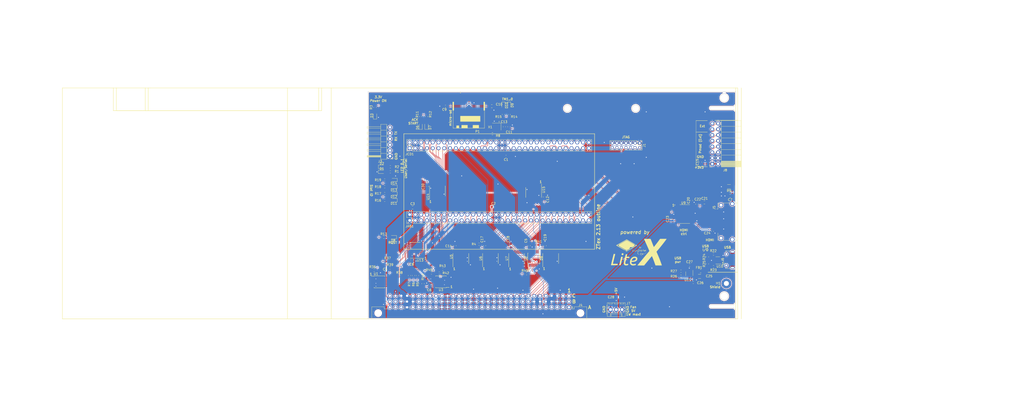
<source format=kicad_pcb>
(kicad_pcb (version 20171130) (host pcbnew 5.1.9+dfsg1-1~bpo10+1)

  (general
    (thickness 1.6)
    (drawings 125)
    (tracks 5254)
    (zones 0)
    (modules 101)
    (nets 210)
  )

  (page A4)
  (layers
    (0 F.Cu signal)
    (1 In1.Cu signal)
    (2 In2.Cu signal)
    (31 B.Cu signal)
    (32 B.Adhes user)
    (33 F.Adhes user)
    (34 B.Paste user)
    (35 F.Paste user)
    (36 B.SilkS user)
    (37 F.SilkS user)
    (38 B.Mask user)
    (39 F.Mask user)
    (40 Dwgs.User user)
    (41 Cmts.User user)
    (42 Eco1.User user)
    (43 Eco2.User user)
    (44 Edge.Cuts user)
    (45 Margin user)
    (46 B.CrtYd user)
    (47 F.CrtYd user)
    (48 B.Fab user)
    (49 F.Fab user)
  )

  (setup
    (last_trace_width 0.1524)
    (trace_clearance 0.1524)
    (zone_clearance 0.3)
    (zone_45_only no)
    (trace_min 0.1524)
    (via_size 0.45)
    (via_drill 0.3)
    (via_min_size 0.4)
    (via_min_drill 0.3)
    (user_via 0.45 0.3)
    (user_via 0.8 0.4)
    (uvia_size 0.3)
    (uvia_drill 0.1)
    (uvias_allowed no)
    (uvia_min_size 0.2)
    (uvia_min_drill 0.1)
    (edge_width 0.15)
    (segment_width 0.15)
    (pcb_text_width 0.3)
    (pcb_text_size 1.5 1.5)
    (mod_edge_width 0.15)
    (mod_text_size 1 1)
    (mod_text_width 0.15)
    (pad_size 0.875 0.95)
    (pad_drill 0)
    (pad_to_mask_clearance 0.051)
    (solder_mask_min_width 0.25)
    (aux_axis_origin 0 0)
    (visible_elements FFFFFF7F)
    (pcbplotparams
      (layerselection 0x010fc_ffffffff)
      (usegerberextensions false)
      (usegerberattributes false)
      (usegerberadvancedattributes false)
      (creategerberjobfile false)
      (excludeedgelayer true)
      (linewidth 0.100000)
      (plotframeref false)
      (viasonmask false)
      (mode 1)
      (useauxorigin false)
      (hpglpennumber 1)
      (hpglpenspeed 20)
      (hpglpendiameter 15.000000)
      (psnegative false)
      (psa4output false)
      (plotreference true)
      (plotvalue true)
      (plotinvisibletext false)
      (padsonsilk false)
      (subtractmaskfromsilk false)
      (outputformat 1)
      (mirror false)
      (drillshape 0)
      (scaleselection 1)
      (outputdirectory ""))
  )

  (net 0 "")
  (net 1 GND)
  (net 2 /B2B/JTAG_VIO)
  (net 3 +3V3)
  (net 4 +5V)
  (net 5 "Net-(JCD1-Pad1)")
  (net 6 "Net-(JCD1-Pad2)")
  (net 7 "Net-(J1-Pad14)")
  (net 8 "Net-(J1-Pad12)")
  (net 9 NUBUS_OE)
  (net 10 -12V)
  (net 11 SB0_5V)
  (net 12 ~RESET_5V)
  (net 13 ~SPV_5V)
  (net 14 ~SP_5V)
  (net 15 ~TM1_5V)
  (net 16 ~AD1_5V)
  (net 17 ~AD3_5V)
  (net 18 ~AD5_5V)
  (net 19 ~AD7_5V)
  (net 20 ~AD9_5V)
  (net 21 ~AD11_5V)
  (net 22 ~AD13_5V)
  (net 23 ~AD15_5V)
  (net 24 ~AD17_5V)
  (net 25 ~AD19_5V)
  (net 26 ~AD21_5V)
  (net 27 ~AD23_5V)
  (net 28 ~AD25_5V)
  (net 29 ~AD27_5V)
  (net 30 ~AD29_5V)
  (net 31 ~AD31_5V)
  (net 32 ~ARB1_5V)
  (net 33 ~ARB3_5V)
  (net 34 ~ID1_5V)
  (net 35 ~ID3_5V)
  (net 36 ~ACK_5V)
  (net 37 ~RQST_5V)
  (net 38 ~NMRQ_5V)
  (net 39 +12V)
  (net 40 ~TM2_5V)
  (net 41 ~CM0_5V)
  (net 42 ~CM1_5V)
  (net 43 ~CM2_5V)
  (net 44 STDBYPWR)
  (net 45 ~CLK2XEN_5V)
  (net 46 ~CBUSY_5V)
  (net 47 SB1_5V)
  (net 48 ~TM0_5V)
  (net 49 ~AD0_5V)
  (net 50 ~AD2_5V)
  (net 51 ~AD4_5V)
  (net 52 ~AD6_5V)
  (net 53 ~AD8_5V)
  (net 54 ~AD10_5V)
  (net 55 ~AD12_5V)
  (net 56 ~AD14_5V)
  (net 57 ~AD16_5V)
  (net 58 ~AD18_5V)
  (net 59 ~AD20_5V)
  (net 60 ~AD22_5V)
  (net 61 ~AD24_5V)
  (net 62 ~AD26_5V)
  (net 63 ~AD28_5V)
  (net 64 ~AD30_5V)
  (net 65 ~PFW_5V)
  (net 66 ~ARB0_5V)
  (net 67 ~ARB2_5V)
  (net 68 ~ID0_5V)
  (net 69 ~ID2_5V)
  (net 70 ~START_5V)
  (net 71 ~CLK_5V)
  (net 72 ~ID2_3V3)
  (net 73 ~ID1_3V3)
  (net 74 ~ID0_3V3)
  (net 75 ~CLK_3V3)
  (net 76 ~RQST_3V3)
  (net 77 ~CLK2X_5V)
  (net 78 ~START_3V3)
  (net 79 ~ACK_3V3)
  (net 80 ~AD31_3V3)
  (net 81 ~AD30_3V3)
  (net 82 ~AD29_3V3)
  (net 83 ~AD28_3V3)
  (net 84 ~AD27_3V3)
  (net 85 ~AD26_3V3)
  (net 86 ~AD25_3V3)
  (net 87 ~AD24_3V3)
  (net 88 ~AD23_3V3)
  (net 89 ~AD22_3V3)
  (net 90 ~AD21_3V3)
  (net 91 ~AD20_3V3)
  (net 92 ~RESET_3V3)
  (net 93 ~TM0_3V3)
  (net 94 ~TM1_3V3)
  (net 95 ~AD0_3V3)
  (net 96 ~AD1_3V3)
  (net 97 ~AD2_3V3)
  (net 98 ~AD3_3V3)
  (net 99 ~AD4_3V3)
  (net 100 ~AD5_3V3)
  (net 101 ~AD6_3V3)
  (net 102 ~AD7_3V3)
  (net 103 ~AD9_3V3)
  (net 104 ~AD8_3V3)
  (net 105 ~AD11_3V3)
  (net 106 ~AD10_3V3)
  (net 107 ~AD13_3V3)
  (net 108 ~AD12_3V3)
  (net 109 ~AD15_3V3)
  (net 110 ~AD14_3V3)
  (net 111 ~AD17_3V3)
  (net 112 ~AD16_3V3)
  (net 113 ~AD19_3V3)
  (net 114 ~AD18_3V3)
  (net 115 SHIELD)
  (net 116 HDMI_CEC_A)
  (net 117 HDMI_SCL_A)
  (net 118 HDMI_SDA_A)
  (net 119 HDMI_HPD_A)
  (net 120 HDMI_CLK-)
  (net 121 HDMI_CLK+)
  (net 122 HDMI_D0-)
  (net 123 HDMI_D0+)
  (net 124 HDMI_D1-)
  (net 125 HDMI_D1+)
  (net 126 HDMI_D2-)
  (net 127 HDMI_D2+)
  (net 128 LED0)
  (net 129 "Net-(D2-Pad2)")
  (net 130 "Net-(D3-Pad2)")
  (net 131 LED1)
  (net 132 /usb/USB_FLT)
  (net 133 /usb/USB_D+)
  (net 134 /usb/USB_EN)
  (net 135 /usb/USB_D-)
  (net 136 USBH0_D-)
  (net 137 USBH0_D+)
  (net 138 /usb/VBus)
  (net 139 /usb/VBus_USB0)
  (net 140 /hdmi/cec_b)
  (net 141 /hdmi/scl_b)
  (net 142 /hdmi/sda_b)
  (net 143 /hdmi/hpd_b)
  (net 144 NUBUS_AD_DIR)
  (net 145 FPGA_JTAG_TDO)
  (net 146 FPGA_JTAG_TCK)
  (net 147 FPGA_JTAG_TDI)
  (net 148 FPGA_JTAG_TMS)
  (net 149 "Net-(J5-Pad14)")
  (net 150 "Net-(J6-Pad4)")
  (net 151 "Net-(D1-Pad2)")
  (net 152 "Net-(D11-Pad2)")
  (net 153 "Net-(D12-Pad2)")
  (net 154 "Net-(D13-Pad2)")
  (net 155 "Net-(D14-Pad2)")
  (net 156 ~CLK2X_3V3)
  (net 157 ~TM2_3V3)
  (net 158 ARB0_o_n)
  (net 159 ARB1_o_n)
  (net 160 ARB3_o_n)
  (net 161 ARB2_o_n)
  (net 162 ~NMRQ_3V3)
  (net 163 RQST_o_n)
  (net 164 START_o_n)
  (net 165 START_oe_n)
  (net 166 ACK_o_n)
  (net 167 ACK_oe_n)
  (net 168 TMx_oe_n)
  (net 169 TM1_n_o)
  (net 170 TM0_n_o)
  (net 171 TM2_o_n)
  (net 172 TM2_oe_n)
  (net 173 "Net-(U10-Pad1)")
  (net 174 "Net-(U10-Pad3)")
  (net 175 "Net-(J3-Pad6)")
  (net 176 "Net-(J3-Pad3)")
  (net 177 "Net-(J3-Pad2)")
  (net 178 ~ARB0_3V3)
  (net 179 ~ARB1_3V3)
  (net 180 ~ARB2_3V3)
  (net 181 ~ARB3_3V3)
  (net 182 SD_D2)
  (net 183 SD_D3)
  (net 184 SD_CMD)
  (net 185 SD_CLK)
  (net 186 SD_D0)
  (net 187 SD_D1)
  (net 188 "Net-(U2-Pad11)")
  (net 189 "Net-(D10-Pad2)")
  (net 190 "Net-(D9-Pad2)")
  (net 191 "Net-(D8-Pad2)")
  (net 192 "Net-(D7-Pad2)")
  (net 193 "Net-(D6-Pad2)")
  (net 194 /hdmi/HDMI_5V)
  (net 195 CLK_54_000)
  (net 196 "Net-(X1-Pad1)")
  (net 197 "Net-(R8-Pad2)")
  (net 198 PMOD-1516+)
  (net 199 PMOD-1516-)
  (net 200 PMOD-1314+)
  (net 201 PMOD-1314-)
  (net 202 PMOD-1112+)
  (net 203 PMOD-1112-)
  (net 204 PMOD-910+)
  (net 205 PMOD-910-)
  (net 206 PMOD-78+)
  (net 207 PMOD-78-)
  (net 208 PMOD-56+)
  (net 209 PMOD-56-)

  (net_class Default "This is the default net class."
    (clearance 0.1524)
    (trace_width 0.1524)
    (via_dia 0.45)
    (via_drill 0.3)
    (uvia_dia 0.3)
    (uvia_drill 0.1)
    (diff_pair_width 0.1524)
    (diff_pair_gap 0.1524)
    (add_net /B2B/JTAG_VIO)
    (add_net /hdmi/cec_b)
    (add_net /hdmi/hpd_b)
    (add_net /hdmi/scl_b)
    (add_net /hdmi/sda_b)
    (add_net /usb/USB_D+)
    (add_net /usb/USB_D-)
    (add_net /usb/USB_EN)
    (add_net /usb/USB_FLT)
    (add_net ACK_o_n)
    (add_net ACK_oe_n)
    (add_net ARB0_o_n)
    (add_net ARB1_o_n)
    (add_net ARB2_o_n)
    (add_net ARB3_o_n)
    (add_net CLK_54_000)
    (add_net FPGA_JTAG_TCK)
    (add_net FPGA_JTAG_TDI)
    (add_net FPGA_JTAG_TDO)
    (add_net FPGA_JTAG_TMS)
    (add_net HDMI_CEC_A)
    (add_net HDMI_CLK+)
    (add_net HDMI_CLK-)
    (add_net HDMI_D0+)
    (add_net HDMI_D0-)
    (add_net HDMI_D1+)
    (add_net HDMI_D1-)
    (add_net HDMI_D2+)
    (add_net HDMI_D2-)
    (add_net HDMI_HPD_A)
    (add_net HDMI_SCL_A)
    (add_net HDMI_SDA_A)
    (add_net LED0)
    (add_net LED1)
    (add_net NUBUS_AD_DIR)
    (add_net NUBUS_OE)
    (add_net "Net-(D1-Pad2)")
    (add_net "Net-(D10-Pad2)")
    (add_net "Net-(D11-Pad2)")
    (add_net "Net-(D12-Pad2)")
    (add_net "Net-(D13-Pad2)")
    (add_net "Net-(D14-Pad2)")
    (add_net "Net-(D2-Pad2)")
    (add_net "Net-(D3-Pad2)")
    (add_net "Net-(D6-Pad2)")
    (add_net "Net-(D7-Pad2)")
    (add_net "Net-(D8-Pad2)")
    (add_net "Net-(D9-Pad2)")
    (add_net "Net-(J1-Pad12)")
    (add_net "Net-(J1-Pad14)")
    (add_net "Net-(J3-Pad2)")
    (add_net "Net-(J3-Pad3)")
    (add_net "Net-(J3-Pad6)")
    (add_net "Net-(J5-Pad14)")
    (add_net "Net-(J6-Pad4)")
    (add_net "Net-(JCD1-Pad1)")
    (add_net "Net-(JCD1-Pad2)")
    (add_net "Net-(R8-Pad2)")
    (add_net "Net-(U10-Pad1)")
    (add_net "Net-(U10-Pad3)")
    (add_net "Net-(U2-Pad11)")
    (add_net "Net-(X1-Pad1)")
    (add_net PMOD-1112+)
    (add_net PMOD-1112-)
    (add_net PMOD-1314+)
    (add_net PMOD-1314-)
    (add_net PMOD-1516+)
    (add_net PMOD-1516-)
    (add_net PMOD-56+)
    (add_net PMOD-56-)
    (add_net PMOD-78+)
    (add_net PMOD-78-)
    (add_net PMOD-910+)
    (add_net PMOD-910-)
    (add_net RQST_o_n)
    (add_net SB0_5V)
    (add_net SB1_5V)
    (add_net SD_CLK)
    (add_net SD_CMD)
    (add_net SD_D0)
    (add_net SD_D1)
    (add_net SD_D2)
    (add_net SD_D3)
    (add_net START_o_n)
    (add_net START_oe_n)
    (add_net TM0_n_o)
    (add_net TM1_n_o)
    (add_net TM2_o_n)
    (add_net TM2_oe_n)
    (add_net TMx_oe_n)
    (add_net USBH0_D+)
    (add_net USBH0_D-)
    (add_net ~ACK_3V3)
    (add_net ~ACK_5V)
    (add_net ~AD0_3V3)
    (add_net ~AD0_5V)
    (add_net ~AD10_3V3)
    (add_net ~AD10_5V)
    (add_net ~AD11_3V3)
    (add_net ~AD11_5V)
    (add_net ~AD12_3V3)
    (add_net ~AD12_5V)
    (add_net ~AD13_3V3)
    (add_net ~AD13_5V)
    (add_net ~AD14_3V3)
    (add_net ~AD14_5V)
    (add_net ~AD15_3V3)
    (add_net ~AD15_5V)
    (add_net ~AD16_3V3)
    (add_net ~AD16_5V)
    (add_net ~AD17_3V3)
    (add_net ~AD17_5V)
    (add_net ~AD18_3V3)
    (add_net ~AD18_5V)
    (add_net ~AD19_3V3)
    (add_net ~AD19_5V)
    (add_net ~AD1_3V3)
    (add_net ~AD1_5V)
    (add_net ~AD20_3V3)
    (add_net ~AD20_5V)
    (add_net ~AD21_3V3)
    (add_net ~AD21_5V)
    (add_net ~AD22_3V3)
    (add_net ~AD22_5V)
    (add_net ~AD23_3V3)
    (add_net ~AD23_5V)
    (add_net ~AD24_3V3)
    (add_net ~AD24_5V)
    (add_net ~AD25_3V3)
    (add_net ~AD25_5V)
    (add_net ~AD26_3V3)
    (add_net ~AD26_5V)
    (add_net ~AD27_3V3)
    (add_net ~AD27_5V)
    (add_net ~AD28_3V3)
    (add_net ~AD28_5V)
    (add_net ~AD29_3V3)
    (add_net ~AD29_5V)
    (add_net ~AD2_3V3)
    (add_net ~AD2_5V)
    (add_net ~AD30_3V3)
    (add_net ~AD30_5V)
    (add_net ~AD31_3V3)
    (add_net ~AD31_5V)
    (add_net ~AD3_3V3)
    (add_net ~AD3_5V)
    (add_net ~AD4_3V3)
    (add_net ~AD4_5V)
    (add_net ~AD5_3V3)
    (add_net ~AD5_5V)
    (add_net ~AD6_3V3)
    (add_net ~AD6_5V)
    (add_net ~AD7_3V3)
    (add_net ~AD7_5V)
    (add_net ~AD8_3V3)
    (add_net ~AD8_5V)
    (add_net ~AD9_3V3)
    (add_net ~AD9_5V)
    (add_net ~ARB0_3V3)
    (add_net ~ARB0_5V)
    (add_net ~ARB1_3V3)
    (add_net ~ARB1_5V)
    (add_net ~ARB2_3V3)
    (add_net ~ARB2_5V)
    (add_net ~ARB3_3V3)
    (add_net ~ARB3_5V)
    (add_net ~CBUSY_5V)
    (add_net ~CLK2XEN_5V)
    (add_net ~CLK2X_3V3)
    (add_net ~CLK2X_5V)
    (add_net ~CLK_3V3)
    (add_net ~CLK_5V)
    (add_net ~CM0_5V)
    (add_net ~CM1_5V)
    (add_net ~CM2_5V)
    (add_net ~ID0_3V3)
    (add_net ~ID0_5V)
    (add_net ~ID1_3V3)
    (add_net ~ID1_5V)
    (add_net ~ID2_3V3)
    (add_net ~ID2_5V)
    (add_net ~ID3_5V)
    (add_net ~NMRQ_3V3)
    (add_net ~NMRQ_5V)
    (add_net ~PFW_5V)
    (add_net ~RESET_3V3)
    (add_net ~RESET_5V)
    (add_net ~RQST_3V3)
    (add_net ~RQST_5V)
    (add_net ~SPV_5V)
    (add_net ~SP_5V)
    (add_net ~START_3V3)
    (add_net ~START_5V)
    (add_net ~TM0_3V3)
    (add_net ~TM0_5V)
    (add_net ~TM1_3V3)
    (add_net ~TM1_5V)
    (add_net ~TM2_3V3)
    (add_net ~TM2_5V)
  )

  (net_class GND ""
    (clearance 0.2)
    (trace_width 0.2)
    (via_dia 0.8)
    (via_drill 0.4)
    (uvia_dia 0.3)
    (uvia_drill 0.1)
    (diff_pair_width 0.1524)
    (diff_pair_gap 0.1524)
    (add_net GND)
  )

  (net_class Power ""
    (clearance 0.2)
    (trace_width 0.2)
    (via_dia 0.8)
    (via_drill 0.4)
    (uvia_dia 0.3)
    (uvia_drill 0.1)
    (diff_pair_width 0.1524)
    (diff_pair_gap 0.1524)
    (add_net +12V)
    (add_net +3V3)
    (add_net +5V)
    (add_net -12V)
    (add_net /hdmi/HDMI_5V)
    (add_net /usb/VBus)
    (add_net /usb/VBus_USB0)
    (add_net STDBYPWR)
  )

  (net_class Shielding ""
    (clearance 0.25)
    (trace_width 0.25)
    (via_dia 0.8)
    (via_drill 0.4)
    (uvia_dia 0.3)
    (uvia_drill 0.1)
    (diff_pair_width 0.1524)
    (diff_pair_gap 0.1524)
    (add_net SHIELD)
  )

  (module For_SeeedStudio:HRS_DM3CS-SF (layer F.Cu) (tedit 64159E3A) (tstamp 6418335B)
    (at 156 14 180)
    (path /62D70B59/641CE916)
    (attr smd)
    (fp_text reference P1 (at -3.831565 -8.649785) (layer F.SilkS)
      (effects (font (size 1.001709 1.001709) (thickness 0.15)))
    )
    (fp_text value DM3CS-SF (at 0.62081 8.87629) (layer F.Fab)
      (effects (font (size 1.001276 1.001276) (thickness 0.15)))
    )
    (fp_poly (pts (xy -4.45228 -7.2) (xy -1.75 -7.2) (xy -1.75 -5.80297) (xy -4.45228 -5.80297)) (layer F.SilkS) (width 0.01))
    (fp_poly (pts (xy 0.500797 -7.2) (xy 3.2 -7.2) (xy 3.2 -5.80924) (xy 0.500797 -5.80924)) (layer F.SilkS) (width 0.01))
    (fp_poly (pts (xy 4.25745 -7.2) (xy 5.45 -7.2) (xy 5.45 -6.01052) (xy 4.25745 -6.01052)) (layer F.SilkS) (width 0.01))
    (fp_poly (pts (xy -5.05357 -4.3) (xy 3.75 -4.3) (xy 3.75 -1.80127) (xy -5.05357 -1.80127)) (layer F.SilkS) (width 0.01))
    (fp_poly (pts (xy -7.10064 0.6) (xy -6.5 0.6) (xy -6.5 4.4004) (xy -7.10064 4.4004)) (layer F.SilkS) (width 0.01))
    (fp_poly (pts (xy 6.5088 0.6) (xy 7.1 0.6) (xy 7.1 4.40596) (xy 6.5088 4.40596)) (layer F.SilkS) (width 0.01))
    (fp_line (start -6.9 4.2) (end -6.9 -7.2) (layer F.SilkS) (width 0.127))
    (fp_line (start -6.9 -7.2) (end 6.9 -7.2) (layer F.SilkS) (width 0.127))
    (fp_line (start 6.9 -7.2) (end 6.9 4.2) (layer F.SilkS) (width 0.127))
    (fp_line (start 6.9 4.2) (end 6.9 7.2) (layer F.Fab) (width 0.127))
    (fp_line (start 6.9 7.2) (end 6 7.2) (layer F.Fab) (width 0.127))
    (fp_line (start 4.5 5.7) (end 0 5.7) (layer F.Fab) (width 0.127))
    (fp_line (start 0 5.7) (end -4.6 5.7) (layer F.Fab) (width 0.127))
    (fp_line (start -6.1 7.2) (end -6.9 7.2) (layer F.Fab) (width 0.127))
    (fp_line (start -6.9 7.2) (end -6.9 4.2) (layer F.Fab) (width 0.127))
    (fp_arc (start -4.6 7.2) (end -6.1 7.2) (angle 90) (layer F.Fab) (width 0.127))
    (fp_arc (start 4.5 7.2) (end 4.5 5.7) (angle 90) (layer F.Fab) (width 0.127))
    (pad PAD smd rect (at 6.75 5.7 180) (size 1.5 2.6) (layers F.Cu F.Paste F.Mask))
    (pad PAD. smd rect (at -6.6 5.7 180) (size 1 2.6) (layers F.Cu F.Paste F.Mask))
    (pad 1 smd rect (at 3.2 6.2 180) (size 0.7 2) (layers F.Cu F.Paste F.Mask)
      (net 182 SD_D2))
    (pad 2 smd rect (at 2.1 6.2 180) (size 0.7 2) (layers F.Cu F.Paste F.Mask)
      (net 183 SD_D3))
    (pad 3 smd rect (at 1 6.2 180) (size 0.7 2) (layers F.Cu F.Paste F.Mask)
      (net 184 SD_CMD))
    (pad 4 smd rect (at -0.1 6.2 180) (size 0.7 2) (layers F.Cu F.Paste F.Mask)
      (net 3 +3V3))
    (pad 5 smd rect (at -1.2 6.2 180) (size 0.7 2) (layers F.Cu F.Paste F.Mask)
      (net 185 SD_CLK))
    (pad 6 smd rect (at -2.3 6.2 180) (size 0.7 2) (layers F.Cu F.Paste F.Mask)
      (net 1 GND))
    (pad 7 smd rect (at -3.4 6.2 180) (size 0.7 2) (layers F.Cu F.Paste F.Mask)
      (net 186 SD_D0))
    (pad 8 smd rect (at -4.5 6.2 180) (size 0.7 2) (layers F.Cu F.Paste F.Mask)
      (net 187 SD_D1))
    (model ${KIPRJMOD}/DM3CS-SF.step
      (at (xyz 0 0 0))
      (scale (xyz 1 1 1))
      (rotate (xyz -90 0 0))
    )
  )

  (module Oscillator:Oscillator_SMD_Abracon_ASE-4Pin_3.2x2.5mm (layer F.Cu) (tedit 58CD3344) (tstamp 6417AC76)
    (at 168.26 20.5 180)
    (descr "Miniature Crystal Clock Oscillator Abracon ASE series, http://www.abracon.com/Oscillators/ASEseries.pdf, 3.2x2.5mm^2 package")
    (tags "SMD SMT crystal oscillator")
    (path /64F8CFB4/641BE3FE)
    (attr smd)
    (fp_text reference X1 (at 2.84 -0.19) (layer F.SilkS)
      (effects (font (size 1 1) (thickness 0.15)))
    )
    (fp_text value ASE-xxxMHz (at 0 2.45) (layer F.Fab)
      (effects (font (size 1 1) (thickness 0.15)))
    )
    (fp_circle (center 0 0) (end 0.058333 0) (layer F.Adhes) (width 0.116667))
    (fp_circle (center 0 0) (end 0.133333 0) (layer F.Adhes) (width 0.083333))
    (fp_circle (center 0 0) (end 0.208333 0) (layer F.Adhes) (width 0.083333))
    (fp_circle (center 0 0) (end 0.25 0) (layer F.Adhes) (width 0.1))
    (fp_line (start 2 -1.7) (end -2 -1.7) (layer F.CrtYd) (width 0.05))
    (fp_line (start 2 1.7) (end 2 -1.7) (layer F.CrtYd) (width 0.05))
    (fp_line (start -2 1.7) (end 2 1.7) (layer F.CrtYd) (width 0.05))
    (fp_line (start -2 -1.7) (end -2 1.7) (layer F.CrtYd) (width 0.05))
    (fp_line (start -1.9 1.575) (end 1.9 1.575) (layer F.SilkS) (width 0.12))
    (fp_line (start -1.9 -1.575) (end -1.9 1.575) (layer F.SilkS) (width 0.12))
    (fp_line (start -1.6 0.25) (end -0.6 1.25) (layer F.Fab) (width 0.1))
    (fp_line (start -1.6 -1.15) (end -1.5 -1.25) (layer F.Fab) (width 0.1))
    (fp_line (start -1.6 1.15) (end -1.6 -1.15) (layer F.Fab) (width 0.1))
    (fp_line (start -1.5 1.25) (end -1.6 1.15) (layer F.Fab) (width 0.1))
    (fp_line (start 1.5 1.25) (end -1.5 1.25) (layer F.Fab) (width 0.1))
    (fp_line (start 1.6 1.15) (end 1.5 1.25) (layer F.Fab) (width 0.1))
    (fp_line (start 1.6 -1.15) (end 1.6 1.15) (layer F.Fab) (width 0.1))
    (fp_line (start 1.5 -1.25) (end 1.6 -1.15) (layer F.Fab) (width 0.1))
    (fp_line (start -1.5 -1.25) (end 1.5 -1.25) (layer F.Fab) (width 0.1))
    (fp_text user %R (at 0 0) (layer F.Fab)
      (effects (font (size 0.7 0.7) (thickness 0.105)))
    )
    (pad 4 smd rect (at -1.05 -0.825 180) (size 1.3 1.1) (layers F.Cu F.Paste F.Mask)
      (net 3 +3V3))
    (pad 3 smd rect (at 1.05 -0.825 180) (size 1.3 1.1) (layers F.Cu F.Paste F.Mask)
      (net 197 "Net-(R8-Pad2)"))
    (pad 2 smd rect (at 1.05 0.825 180) (size 1.3 1.1) (layers F.Cu F.Paste F.Mask)
      (net 1 GND))
    (pad 1 smd rect (at -1.05 0.825 180) (size 1.3 1.1) (layers F.Cu F.Paste F.Mask)
      (net 196 "Net-(X1-Pad1)"))
    (model ${KISYS3DMOD}/Oscillator.3dshapes/Oscillator_SMD_Abracon_ASE-4Pin_3.2x2.5mm.wrl
      (at (xyz 0 0 0))
      (scale (xyz 1 1 1))
      (rotate (xyz 0 0 0))
    )
  )

  (module LED_SMD:LED_0603_1608Metric (layer F.Cu) (tedit 5F68FEF1) (tstamp 61B5E696)
    (at 117.78 38.158334)
    (descr "LED SMD 0603 (1608 Metric), square (rectangular) end terminal, IPC_7351 nominal, (Body size source: http://www.tortai-tech.com/upload/download/2011102023233369053.pdf), generated with kicad-footprint-generator")
    (tags LED)
    (path /618E8C75/61B5F405)
    (attr smd)
    (fp_text reference D2 (at 0 -1.43) (layer F.SilkS)
      (effects (font (size 1 1) (thickness 0.15)))
    )
    (fp_text value "RED Led 0603" (at 0 1.43) (layer F.Fab)
      (effects (font (size 1 1) (thickness 0.15)))
    )
    (fp_line (start 1.48 0.73) (end -1.48 0.73) (layer F.CrtYd) (width 0.05))
    (fp_line (start 1.48 -0.73) (end 1.48 0.73) (layer F.CrtYd) (width 0.05))
    (fp_line (start -1.48 -0.73) (end 1.48 -0.73) (layer F.CrtYd) (width 0.05))
    (fp_line (start -1.48 0.73) (end -1.48 -0.73) (layer F.CrtYd) (width 0.05))
    (fp_line (start -1.485 0.735) (end 0.8 0.735) (layer F.SilkS) (width 0.12))
    (fp_line (start -1.485 -0.735) (end -1.485 0.735) (layer F.SilkS) (width 0.12))
    (fp_line (start 0.8 -0.735) (end -1.485 -0.735) (layer F.SilkS) (width 0.12))
    (fp_line (start 0.8 0.4) (end 0.8 -0.4) (layer F.Fab) (width 0.1))
    (fp_line (start -0.8 0.4) (end 0.8 0.4) (layer F.Fab) (width 0.1))
    (fp_line (start -0.8 -0.1) (end -0.8 0.4) (layer F.Fab) (width 0.1))
    (fp_line (start -0.5 -0.4) (end -0.8 -0.1) (layer F.Fab) (width 0.1))
    (fp_line (start 0.8 -0.4) (end -0.5 -0.4) (layer F.Fab) (width 0.1))
    (fp_text user %R (at 0 0) (layer F.Fab)
      (effects (font (size 0.4 0.4) (thickness 0.06)))
    )
    (pad 2 smd roundrect (at 0.7875 0) (size 0.875 0.95) (layers F.Cu F.Paste F.Mask) (roundrect_rratio 0.25)
      (net 129 "Net-(D2-Pad2)"))
    (pad 1 smd roundrect (at -0.7875 0) (size 0.875 0.95) (layers F.Cu F.Paste F.Mask) (roundrect_rratio 0.25)
      (net 1 GND))
    (model ${KISYS3DMOD}/LED_SMD.3dshapes/LED_0603_1608Metric.wrl
      (at (xyz 0 0 0))
      (scale (xyz 1 1 1))
      (rotate (xyz 0 0 0))
    )
  )

  (module LED_SMD:LED_0603_1608Metric (layer F.Cu) (tedit 5F68FEF1) (tstamp 61B5E6A9)
    (at 117.78 40.41)
    (descr "LED SMD 0603 (1608 Metric), square (rectangular) end terminal, IPC_7351 nominal, (Body size source: http://www.tortai-tech.com/upload/download/2011102023233369053.pdf), generated with kicad-footprint-generator")
    (tags LED)
    (path /618E8C75/61B5DFCC)
    (attr smd)
    (fp_text reference D1 (at 0 -1.43) (layer F.SilkS)
      (effects (font (size 1 1) (thickness 0.15)))
    )
    (fp_text value "RED Led 0603" (at 0 1.43) (layer F.Fab)
      (effects (font (size 1 1) (thickness 0.15)))
    )
    (fp_line (start 1.48 0.73) (end -1.48 0.73) (layer F.CrtYd) (width 0.05))
    (fp_line (start 1.48 -0.73) (end 1.48 0.73) (layer F.CrtYd) (width 0.05))
    (fp_line (start -1.48 -0.73) (end 1.48 -0.73) (layer F.CrtYd) (width 0.05))
    (fp_line (start -1.48 0.73) (end -1.48 -0.73) (layer F.CrtYd) (width 0.05))
    (fp_line (start -1.485 0.735) (end 0.8 0.735) (layer F.SilkS) (width 0.12))
    (fp_line (start -1.485 -0.735) (end -1.485 0.735) (layer F.SilkS) (width 0.12))
    (fp_line (start 0.8 -0.735) (end -1.485 -0.735) (layer F.SilkS) (width 0.12))
    (fp_line (start 0.8 0.4) (end 0.8 -0.4) (layer F.Fab) (width 0.1))
    (fp_line (start -0.8 0.4) (end 0.8 0.4) (layer F.Fab) (width 0.1))
    (fp_line (start -0.8 -0.1) (end -0.8 0.4) (layer F.Fab) (width 0.1))
    (fp_line (start -0.5 -0.4) (end -0.8 -0.1) (layer F.Fab) (width 0.1))
    (fp_line (start 0.8 -0.4) (end -0.5 -0.4) (layer F.Fab) (width 0.1))
    (fp_text user %R (at 0 0) (layer F.Fab)
      (effects (font (size 0.4 0.4) (thickness 0.06)))
    )
    (pad 2 smd roundrect (at 0.7875 0) (size 0.875 0.95) (layers F.Cu F.Paste F.Mask) (roundrect_rratio 0.25)
      (net 151 "Net-(D1-Pad2)"))
    (pad 1 smd roundrect (at -0.7875 0) (size 0.875 0.95) (layers F.Cu F.Paste F.Mask) (roundrect_rratio 0.25)
      (net 1 GND))
    (model ${KISYS3DMOD}/LED_SMD.3dshapes/LED_0603_1608Metric.wrl
      (at (xyz 0 0 0))
      (scale (xyz 1 1 1))
      (rotate (xyz 0 0 0))
    )
  )

  (module LED_SMD:LED_0603_1608Metric (layer F.Cu) (tedit 5F68FEF1) (tstamp 61D6F1DA)
    (at 123.052634 43.977042 180)
    (descr "LED SMD 0603 (1608 Metric), square (rectangular) end terminal, IPC_7351 nominal, (Body size source: http://www.tortai-tech.com/upload/download/2011102023233369053.pdf), generated with kicad-footprint-generator")
    (tags LED)
    (path /618F532C/61D85E51)
    (attr smd)
    (fp_text reference D14 (at 0 -1.43) (layer F.SilkS)
      (effects (font (size 1 1) (thickness 0.15)))
    )
    (fp_text value "GREEN Led 0603" (at 0 1.43) (layer F.Fab)
      (effects (font (size 1 1) (thickness 0.15)))
    )
    (fp_line (start 0.8 -0.4) (end -0.5 -0.4) (layer F.Fab) (width 0.1))
    (fp_line (start -0.5 -0.4) (end -0.8 -0.1) (layer F.Fab) (width 0.1))
    (fp_line (start -0.8 -0.1) (end -0.8 0.4) (layer F.Fab) (width 0.1))
    (fp_line (start -0.8 0.4) (end 0.8 0.4) (layer F.Fab) (width 0.1))
    (fp_line (start 0.8 0.4) (end 0.8 -0.4) (layer F.Fab) (width 0.1))
    (fp_line (start 0.8 -0.735) (end -1.485 -0.735) (layer F.SilkS) (width 0.12))
    (fp_line (start -1.485 -0.735) (end -1.485 0.735) (layer F.SilkS) (width 0.12))
    (fp_line (start -1.485 0.735) (end 0.8 0.735) (layer F.SilkS) (width 0.12))
    (fp_line (start -1.48 0.73) (end -1.48 -0.73) (layer F.CrtYd) (width 0.05))
    (fp_line (start -1.48 -0.73) (end 1.48 -0.73) (layer F.CrtYd) (width 0.05))
    (fp_line (start 1.48 -0.73) (end 1.48 0.73) (layer F.CrtYd) (width 0.05))
    (fp_line (start 1.48 0.73) (end -1.48 0.73) (layer F.CrtYd) (width 0.05))
    (fp_text user %R (at 0 0) (layer F.Fab)
      (effects (font (size 0.4 0.4) (thickness 0.06)))
    )
    (pad 2 smd roundrect (at 0.7875 0 180) (size 0.875 0.95) (layers F.Cu F.Paste F.Mask) (roundrect_rratio 0.25)
      (net 155 "Net-(D14-Pad2)"))
    (pad 1 smd roundrect (at -0.7875 0 180) (size 0.875 0.95) (layers F.Cu F.Paste F.Mask) (roundrect_rratio 0.25)
      (net 1 GND))
    (model ${KISYS3DMOD}/LED_SMD.3dshapes/LED_0603_1608Metric.wrl
      (at (xyz 0 0 0))
      (scale (xyz 1 1 1))
      (rotate (xyz 0 0 0))
    )
  )

  (module LED_SMD:LED_0603_1608Metric (layer F.Cu) (tedit 5F68FEF1) (tstamp 61D6F1C7)
    (at 123.052634 46.943708 180)
    (descr "LED SMD 0603 (1608 Metric), square (rectangular) end terminal, IPC_7351 nominal, (Body size source: http://www.tortai-tech.com/upload/download/2011102023233369053.pdf), generated with kicad-footprint-generator")
    (tags LED)
    (path /618F532C/61D85E34)
    (attr smd)
    (fp_text reference D13 (at 0 -1.43) (layer F.SilkS)
      (effects (font (size 1 1) (thickness 0.15)))
    )
    (fp_text value "GREEN Led 0603" (at 0 1.43) (layer F.Fab)
      (effects (font (size 1 1) (thickness 0.15)))
    )
    (fp_line (start 0.8 -0.4) (end -0.5 -0.4) (layer F.Fab) (width 0.1))
    (fp_line (start -0.5 -0.4) (end -0.8 -0.1) (layer F.Fab) (width 0.1))
    (fp_line (start -0.8 -0.1) (end -0.8 0.4) (layer F.Fab) (width 0.1))
    (fp_line (start -0.8 0.4) (end 0.8 0.4) (layer F.Fab) (width 0.1))
    (fp_line (start 0.8 0.4) (end 0.8 -0.4) (layer F.Fab) (width 0.1))
    (fp_line (start 0.8 -0.735) (end -1.485 -0.735) (layer F.SilkS) (width 0.12))
    (fp_line (start -1.485 -0.735) (end -1.485 0.735) (layer F.SilkS) (width 0.12))
    (fp_line (start -1.485 0.735) (end 0.8 0.735) (layer F.SilkS) (width 0.12))
    (fp_line (start -1.48 0.73) (end -1.48 -0.73) (layer F.CrtYd) (width 0.05))
    (fp_line (start -1.48 -0.73) (end 1.48 -0.73) (layer F.CrtYd) (width 0.05))
    (fp_line (start 1.48 -0.73) (end 1.48 0.73) (layer F.CrtYd) (width 0.05))
    (fp_line (start 1.48 0.73) (end -1.48 0.73) (layer F.CrtYd) (width 0.05))
    (fp_text user %R (at 0 0) (layer F.Fab)
      (effects (font (size 0.4 0.4) (thickness 0.06)))
    )
    (pad 2 smd roundrect (at 0.7875 0 180) (size 0.875 0.95) (layers F.Cu F.Paste F.Mask) (roundrect_rratio 0.25)
      (net 154 "Net-(D13-Pad2)"))
    (pad 1 smd roundrect (at -0.7875 0 180) (size 0.875 0.95) (layers F.Cu F.Paste F.Mask) (roundrect_rratio 0.25)
      (net 72 ~ID2_3V3))
    (model ${KISYS3DMOD}/LED_SMD.3dshapes/LED_0603_1608Metric.wrl
      (at (xyz 0 0 0))
      (scale (xyz 1 1 1))
      (rotate (xyz 0 0 0))
    )
  )

  (module LED_SMD:LED_0603_1608Metric (layer F.Cu) (tedit 5F68FEF1) (tstamp 61D6F1B4)
    (at 123.052634 49.910374 180)
    (descr "LED SMD 0603 (1608 Metric), square (rectangular) end terminal, IPC_7351 nominal, (Body size source: http://www.tortai-tech.com/upload/download/2011102023233369053.pdf), generated with kicad-footprint-generator")
    (tags LED)
    (path /618F532C/61D85E17)
    (attr smd)
    (fp_text reference D12 (at 0 -1.43) (layer F.SilkS)
      (effects (font (size 1 1) (thickness 0.15)))
    )
    (fp_text value "GREEN Led 0603" (at 0 1.43) (layer F.Fab)
      (effects (font (size 1 1) (thickness 0.15)))
    )
    (fp_line (start 0.8 -0.4) (end -0.5 -0.4) (layer F.Fab) (width 0.1))
    (fp_line (start -0.5 -0.4) (end -0.8 -0.1) (layer F.Fab) (width 0.1))
    (fp_line (start -0.8 -0.1) (end -0.8 0.4) (layer F.Fab) (width 0.1))
    (fp_line (start -0.8 0.4) (end 0.8 0.4) (layer F.Fab) (width 0.1))
    (fp_line (start 0.8 0.4) (end 0.8 -0.4) (layer F.Fab) (width 0.1))
    (fp_line (start 0.8 -0.735) (end -1.485 -0.735) (layer F.SilkS) (width 0.12))
    (fp_line (start -1.485 -0.735) (end -1.485 0.735) (layer F.SilkS) (width 0.12))
    (fp_line (start -1.485 0.735) (end 0.8 0.735) (layer F.SilkS) (width 0.12))
    (fp_line (start -1.48 0.73) (end -1.48 -0.73) (layer F.CrtYd) (width 0.05))
    (fp_line (start -1.48 -0.73) (end 1.48 -0.73) (layer F.CrtYd) (width 0.05))
    (fp_line (start 1.48 -0.73) (end 1.48 0.73) (layer F.CrtYd) (width 0.05))
    (fp_line (start 1.48 0.73) (end -1.48 0.73) (layer F.CrtYd) (width 0.05))
    (fp_text user %R (at 0 0) (layer F.Fab)
      (effects (font (size 0.4 0.4) (thickness 0.06)))
    )
    (pad 2 smd roundrect (at 0.7875 0 180) (size 0.875 0.95) (layers F.Cu F.Paste F.Mask) (roundrect_rratio 0.25)
      (net 153 "Net-(D12-Pad2)"))
    (pad 1 smd roundrect (at -0.7875 0 180) (size 0.875 0.95) (layers F.Cu F.Paste F.Mask) (roundrect_rratio 0.25)
      (net 73 ~ID1_3V3))
    (model ${KISYS3DMOD}/LED_SMD.3dshapes/LED_0603_1608Metric.wrl
      (at (xyz 0 0 0))
      (scale (xyz 1 1 1))
      (rotate (xyz 0 0 0))
    )
  )

  (module LED_SMD:LED_0603_1608Metric (layer F.Cu) (tedit 5F68FEF1) (tstamp 61D6F235)
    (at 123.052634 52.877042 180)
    (descr "LED SMD 0603 (1608 Metric), square (rectangular) end terminal, IPC_7351 nominal, (Body size source: http://www.tortai-tech.com/upload/download/2011102023233369053.pdf), generated with kicad-footprint-generator")
    (tags LED)
    (path /618F532C/61D85DFA)
    (attr smd)
    (fp_text reference D11 (at 0 -1.43) (layer F.SilkS)
      (effects (font (size 1 1) (thickness 0.15)))
    )
    (fp_text value "GREEN Led 0603" (at 0 1.43) (layer F.Fab)
      (effects (font (size 1 1) (thickness 0.15)))
    )
    (fp_line (start 0.8 -0.4) (end -0.5 -0.4) (layer F.Fab) (width 0.1))
    (fp_line (start -0.5 -0.4) (end -0.8 -0.1) (layer F.Fab) (width 0.1))
    (fp_line (start -0.8 -0.1) (end -0.8 0.4) (layer F.Fab) (width 0.1))
    (fp_line (start -0.8 0.4) (end 0.8 0.4) (layer F.Fab) (width 0.1))
    (fp_line (start 0.8 0.4) (end 0.8 -0.4) (layer F.Fab) (width 0.1))
    (fp_line (start 0.8 -0.735) (end -1.485 -0.735) (layer F.SilkS) (width 0.12))
    (fp_line (start -1.485 -0.735) (end -1.485 0.735) (layer F.SilkS) (width 0.12))
    (fp_line (start -1.485 0.735) (end 0.8 0.735) (layer F.SilkS) (width 0.12))
    (fp_line (start -1.48 0.73) (end -1.48 -0.73) (layer F.CrtYd) (width 0.05))
    (fp_line (start -1.48 -0.73) (end 1.48 -0.73) (layer F.CrtYd) (width 0.05))
    (fp_line (start 1.48 -0.73) (end 1.48 0.73) (layer F.CrtYd) (width 0.05))
    (fp_line (start 1.48 0.73) (end -1.48 0.73) (layer F.CrtYd) (width 0.05))
    (fp_text user %R (at 0 0) (layer F.Fab)
      (effects (font (size 0.4 0.4) (thickness 0.06)))
    )
    (pad 2 smd roundrect (at 0.7875 0 180) (size 0.875 0.95) (layers F.Cu F.Paste F.Mask) (roundrect_rratio 0.25)
      (net 152 "Net-(D11-Pad2)"))
    (pad 1 smd roundrect (at -0.7875 0 180) (size 0.875 0.95) (layers F.Cu F.Paste F.Mask) (roundrect_rratio 0.25)
      (net 74 ~ID0_3V3))
    (model ${KISYS3DMOD}/LED_SMD.3dshapes/LED_0603_1608Metric.wrl
      (at (xyz 0 0 0))
      (scale (xyz 1 1 1))
      (rotate (xyz 0 0 0))
    )
  )

  (module LED_SMD:LED_0603_1608Metric (layer F.Cu) (tedit 5F68FEF1) (tstamp 63320A91)
    (at 171.204189 11.131035 270)
    (descr "LED SMD 0603 (1608 Metric), square (rectangular) end terminal, IPC_7351 nominal, (Body size source: http://www.tortai-tech.com/upload/download/2011102023233369053.pdf), generated with kicad-footprint-generator")
    (tags LED)
    (path /618F532C/63343356)
    (attr smd)
    (fp_text reference D10 (at 0 -1.43 90) (layer F.SilkS)
      (effects (font (size 1 1) (thickness 0.15)))
    )
    (fp_text value "YELLOW Led 0603" (at 0 1.43 90) (layer F.Fab)
      (effects (font (size 1 1) (thickness 0.15)))
    )
    (fp_line (start 1.48 0.73) (end -1.48 0.73) (layer F.CrtYd) (width 0.05))
    (fp_line (start 1.48 -0.73) (end 1.48 0.73) (layer F.CrtYd) (width 0.05))
    (fp_line (start -1.48 -0.73) (end 1.48 -0.73) (layer F.CrtYd) (width 0.05))
    (fp_line (start -1.48 0.73) (end -1.48 -0.73) (layer F.CrtYd) (width 0.05))
    (fp_line (start -1.485 0.735) (end 0.8 0.735) (layer F.SilkS) (width 0.12))
    (fp_line (start -1.485 -0.735) (end -1.485 0.735) (layer F.SilkS) (width 0.12))
    (fp_line (start 0.8 -0.735) (end -1.485 -0.735) (layer F.SilkS) (width 0.12))
    (fp_line (start 0.8 0.4) (end 0.8 -0.4) (layer F.Fab) (width 0.1))
    (fp_line (start -0.8 0.4) (end 0.8 0.4) (layer F.Fab) (width 0.1))
    (fp_line (start -0.8 -0.1) (end -0.8 0.4) (layer F.Fab) (width 0.1))
    (fp_line (start -0.5 -0.4) (end -0.8 -0.1) (layer F.Fab) (width 0.1))
    (fp_line (start 0.8 -0.4) (end -0.5 -0.4) (layer F.Fab) (width 0.1))
    (fp_text user %R (at 0 0 90) (layer F.Fab)
      (effects (font (size 0.4 0.4) (thickness 0.06)))
    )
    (pad 2 smd roundrect (at 0.7875 0 270) (size 0.875 0.95) (layers F.Cu F.Paste F.Mask) (roundrect_rratio 0.25)
      (net 189 "Net-(D10-Pad2)"))
    (pad 1 smd roundrect (at -0.7875 0 270) (size 0.875 0.95) (layers F.Cu F.Paste F.Mask) (roundrect_rratio 0.25)
      (net 94 ~TM1_3V3))
    (model ${KISYS3DMOD}/LED_SMD.3dshapes/LED_0603_1608Metric.wrl
      (at (xyz 0 0 0))
      (scale (xyz 1 1 1))
      (rotate (xyz 0 0 0))
    )
  )

  (module LED_SMD:LED_0603_1608Metric (layer F.Cu) (tedit 5F68FEF1) (tstamp 63320AA4)
    (at 173.744189 11.131035 270)
    (descr "LED SMD 0603 (1608 Metric), square (rectangular) end terminal, IPC_7351 nominal, (Body size source: http://www.tortai-tech.com/upload/download/2011102023233369053.pdf), generated with kicad-footprint-generator")
    (tags LED)
    (path /618F532C/63342049)
    (attr smd)
    (fp_text reference D9 (at 0 -1.43 90) (layer F.SilkS)
      (effects (font (size 1 1) (thickness 0.15)))
    )
    (fp_text value "YELLOW Led 0603" (at 0 1.43 90) (layer F.Fab)
      (effects (font (size 1 1) (thickness 0.15)))
    )
    (fp_line (start 1.48 0.73) (end -1.48 0.73) (layer F.CrtYd) (width 0.05))
    (fp_line (start 1.48 -0.73) (end 1.48 0.73) (layer F.CrtYd) (width 0.05))
    (fp_line (start -1.48 -0.73) (end 1.48 -0.73) (layer F.CrtYd) (width 0.05))
    (fp_line (start -1.48 0.73) (end -1.48 -0.73) (layer F.CrtYd) (width 0.05))
    (fp_line (start -1.485 0.735) (end 0.8 0.735) (layer F.SilkS) (width 0.12))
    (fp_line (start -1.485 -0.735) (end -1.485 0.735) (layer F.SilkS) (width 0.12))
    (fp_line (start 0.8 -0.735) (end -1.485 -0.735) (layer F.SilkS) (width 0.12))
    (fp_line (start 0.8 0.4) (end 0.8 -0.4) (layer F.Fab) (width 0.1))
    (fp_line (start -0.8 0.4) (end 0.8 0.4) (layer F.Fab) (width 0.1))
    (fp_line (start -0.8 -0.1) (end -0.8 0.4) (layer F.Fab) (width 0.1))
    (fp_line (start -0.5 -0.4) (end -0.8 -0.1) (layer F.Fab) (width 0.1))
    (fp_line (start 0.8 -0.4) (end -0.5 -0.4) (layer F.Fab) (width 0.1))
    (fp_text user %R (at 0 0 90) (layer F.Fab)
      (effects (font (size 0.4 0.4) (thickness 0.06)))
    )
    (pad 2 smd roundrect (at 0.7875 0 270) (size 0.875 0.95) (layers F.Cu F.Paste F.Mask) (roundrect_rratio 0.25)
      (net 190 "Net-(D9-Pad2)"))
    (pad 1 smd roundrect (at -0.7875 0 270) (size 0.875 0.95) (layers F.Cu F.Paste F.Mask) (roundrect_rratio 0.25)
      (net 93 ~TM0_3V3))
    (model ${KISYS3DMOD}/LED_SMD.3dshapes/LED_0603_1608Metric.wrl
      (at (xyz 0 0 0))
      (scale (xyz 1 1 1))
      (rotate (xyz 0 0 0))
    )
  )

  (module LED_SMD:LED_0603_1608Metric (layer F.Cu) (tedit 5F68FEF1) (tstamp 63320AB7)
    (at 122.76 69.15 180)
    (descr "LED SMD 0603 (1608 Metric), square (rectangular) end terminal, IPC_7351 nominal, (Body size source: http://www.tortai-tech.com/upload/download/2011102023233369053.pdf), generated with kicad-footprint-generator")
    (tags LED)
    (path /618F532C/63352DC7)
    (attr smd)
    (fp_text reference D8 (at 0 -1.43) (layer F.SilkS)
      (effects (font (size 1 1) (thickness 0.15)))
    )
    (fp_text value "YELLOW Led 0603" (at 0 1.43) (layer F.Fab)
      (effects (font (size 1 1) (thickness 0.15)))
    )
    (fp_line (start 1.48 0.73) (end -1.48 0.73) (layer F.CrtYd) (width 0.05))
    (fp_line (start 1.48 -0.73) (end 1.48 0.73) (layer F.CrtYd) (width 0.05))
    (fp_line (start -1.48 -0.73) (end 1.48 -0.73) (layer F.CrtYd) (width 0.05))
    (fp_line (start -1.48 0.73) (end -1.48 -0.73) (layer F.CrtYd) (width 0.05))
    (fp_line (start -1.485 0.735) (end 0.8 0.735) (layer F.SilkS) (width 0.12))
    (fp_line (start -1.485 -0.735) (end -1.485 0.735) (layer F.SilkS) (width 0.12))
    (fp_line (start 0.8 -0.735) (end -1.485 -0.735) (layer F.SilkS) (width 0.12))
    (fp_line (start 0.8 0.4) (end 0.8 -0.4) (layer F.Fab) (width 0.1))
    (fp_line (start -0.8 0.4) (end 0.8 0.4) (layer F.Fab) (width 0.1))
    (fp_line (start -0.8 -0.1) (end -0.8 0.4) (layer F.Fab) (width 0.1))
    (fp_line (start -0.5 -0.4) (end -0.8 -0.1) (layer F.Fab) (width 0.1))
    (fp_line (start 0.8 -0.4) (end -0.5 -0.4) (layer F.Fab) (width 0.1))
    (fp_text user %R (at 0 0) (layer F.Fab)
      (effects (font (size 0.4 0.4) (thickness 0.06)))
    )
    (pad 2 smd roundrect (at 0.7875 0 180) (size 0.875 0.95) (layers F.Cu F.Paste F.Mask) (roundrect_rratio 0.25)
      (net 191 "Net-(D8-Pad2)"))
    (pad 1 smd roundrect (at -0.7875 0 180) (size 0.875 0.95) (layers F.Cu F.Paste F.Mask) (roundrect_rratio 0.25)
      (net 76 ~RQST_3V3))
    (model ${KISYS3DMOD}/LED_SMD.3dshapes/LED_0603_1608Metric.wrl
      (at (xyz 0 0 0))
      (scale (xyz 1 1 1))
      (rotate (xyz 0 0 0))
    )
  )

  (module LED_SMD:LED_0603_1608Metric (layer F.Cu) (tedit 5F68FEF1) (tstamp 63320B91)
    (at 137.41 20.210293 90)
    (descr "LED SMD 0603 (1608 Metric), square (rectangular) end terminal, IPC_7351 nominal, (Body size source: http://www.tortai-tech.com/upload/download/2011102023233369053.pdf), generated with kicad-footprint-generator")
    (tags LED)
    (path /618F532C/6334A05C)
    (attr smd)
    (fp_text reference D7 (at -0.709707 1.59 90) (layer F.SilkS)
      (effects (font (size 1 1) (thickness 0.15)))
    )
    (fp_text value "YELLOW Led 0603" (at 0 1.43 90) (layer F.Fab)
      (effects (font (size 1 1) (thickness 0.15)))
    )
    (fp_line (start 1.48 0.73) (end -1.48 0.73) (layer F.CrtYd) (width 0.05))
    (fp_line (start 1.48 -0.73) (end 1.48 0.73) (layer F.CrtYd) (width 0.05))
    (fp_line (start -1.48 -0.73) (end 1.48 -0.73) (layer F.CrtYd) (width 0.05))
    (fp_line (start -1.48 0.73) (end -1.48 -0.73) (layer F.CrtYd) (width 0.05))
    (fp_line (start -1.485 0.735) (end 0.8 0.735) (layer F.SilkS) (width 0.12))
    (fp_line (start -1.485 -0.735) (end -1.485 0.735) (layer F.SilkS) (width 0.12))
    (fp_line (start 0.8 -0.735) (end -1.485 -0.735) (layer F.SilkS) (width 0.12))
    (fp_line (start 0.8 0.4) (end 0.8 -0.4) (layer F.Fab) (width 0.1))
    (fp_line (start -0.8 0.4) (end 0.8 0.4) (layer F.Fab) (width 0.1))
    (fp_line (start -0.8 -0.1) (end -0.8 0.4) (layer F.Fab) (width 0.1))
    (fp_line (start -0.5 -0.4) (end -0.8 -0.1) (layer F.Fab) (width 0.1))
    (fp_line (start 0.8 -0.4) (end -0.5 -0.4) (layer F.Fab) (width 0.1))
    (fp_text user %R (at 0 0 90) (layer F.Fab)
      (effects (font (size 0.4 0.4) (thickness 0.06)))
    )
    (pad 2 smd roundrect (at 0.7875 0 90) (size 0.875 0.95) (layers F.Cu F.Paste F.Mask) (roundrect_rratio 0.25)
      (net 192 "Net-(D7-Pad2)"))
    (pad 1 smd roundrect (at -0.7875 0 90) (size 0.875 0.95) (layers F.Cu F.Paste F.Mask) (roundrect_rratio 0.25)
      (net 78 ~START_3V3))
    (model ${KISYS3DMOD}/LED_SMD.3dshapes/LED_0603_1608Metric.wrl
      (at (xyz 0 0 0))
      (scale (xyz 1 1 1))
      (rotate (xyz 0 0 0))
    )
  )

  (module LED_SMD:LED_0603_1608Metric (layer F.Cu) (tedit 5F68FEF1) (tstamp 63320ACA)
    (at 134.88 20.210293 90)
    (descr "LED SMD 0603 (1608 Metric), square (rectangular) end terminal, IPC_7351 nominal, (Body size source: http://www.tortai-tech.com/upload/download/2011102023233369053.pdf), generated with kicad-footprint-generator")
    (tags LED)
    (path /618F532C/6332F9B3)
    (attr smd)
    (fp_text reference D6 (at -0.719707 -1.44 90) (layer F.SilkS)
      (effects (font (size 1 1) (thickness 0.15)))
    )
    (fp_text value "YELLOW Led 0603" (at 0 1.43 90) (layer F.Fab)
      (effects (font (size 1 1) (thickness 0.15)))
    )
    (fp_line (start 1.48 0.73) (end -1.48 0.73) (layer F.CrtYd) (width 0.05))
    (fp_line (start 1.48 -0.73) (end 1.48 0.73) (layer F.CrtYd) (width 0.05))
    (fp_line (start -1.48 -0.73) (end 1.48 -0.73) (layer F.CrtYd) (width 0.05))
    (fp_line (start -1.48 0.73) (end -1.48 -0.73) (layer F.CrtYd) (width 0.05))
    (fp_line (start -1.485 0.735) (end 0.8 0.735) (layer F.SilkS) (width 0.12))
    (fp_line (start -1.485 -0.735) (end -1.485 0.735) (layer F.SilkS) (width 0.12))
    (fp_line (start 0.8 -0.735) (end -1.485 -0.735) (layer F.SilkS) (width 0.12))
    (fp_line (start 0.8 0.4) (end 0.8 -0.4) (layer F.Fab) (width 0.1))
    (fp_line (start -0.8 0.4) (end 0.8 0.4) (layer F.Fab) (width 0.1))
    (fp_line (start -0.8 -0.1) (end -0.8 0.4) (layer F.Fab) (width 0.1))
    (fp_line (start -0.5 -0.4) (end -0.8 -0.1) (layer F.Fab) (width 0.1))
    (fp_line (start 0.8 -0.4) (end -0.5 -0.4) (layer F.Fab) (width 0.1))
    (fp_text user %R (at 0 0 90) (layer F.Fab)
      (effects (font (size 0.4 0.4) (thickness 0.06)))
    )
    (pad 2 smd roundrect (at 0.7875 0 90) (size 0.875 0.95) (layers F.Cu F.Paste F.Mask) (roundrect_rratio 0.25)
      (net 193 "Net-(D6-Pad2)"))
    (pad 1 smd roundrect (at -0.7875 0 90) (size 0.875 0.95) (layers F.Cu F.Paste F.Mask) (roundrect_rratio 0.25)
      (net 79 ~ACK_3V3))
    (model ${KISYS3DMOD}/LED_SMD.3dshapes/LED_0603_1608Metric.wrl
      (at (xyz 0 0 0))
      (scale (xyz 1 1 1))
      (rotate (xyz 0 0 0))
    )
  )

  (module LED_SMD:LED_0603_1608Metric (layer F.Cu) (tedit 64158A05) (tstamp 61FCB2E5)
    (at 114.8 15.65 90)
    (descr "LED SMD 0603 (1608 Metric), square (rectangular) end terminal, IPC_7351 nominal, (Body size source: http://www.tortai-tech.com/upload/download/2011102023233369053.pdf), generated with kicad-footprint-generator")
    (tags LED)
    (path /618E8C75/621E3C57)
    (attr smd)
    (fp_text reference D3 (at 0 -1.43 90) (layer F.SilkS)
      (effects (font (size 1 1) (thickness 0.15)))
    )
    (fp_text value "BLUE Led 0603" (at 0 1.43 90) (layer F.Fab)
      (effects (font (size 1 1) (thickness 0.15)))
    )
    (fp_line (start 0.8 -0.4) (end -0.5 -0.4) (layer F.Fab) (width 0.1))
    (fp_line (start -0.5 -0.4) (end -0.8 -0.1) (layer F.Fab) (width 0.1))
    (fp_line (start -0.8 -0.1) (end -0.8 0.4) (layer F.Fab) (width 0.1))
    (fp_line (start -0.8 0.4) (end 0.8 0.4) (layer F.Fab) (width 0.1))
    (fp_line (start 0.8 0.4) (end 0.8 -0.4) (layer F.Fab) (width 0.1))
    (fp_line (start 0.8 -0.735) (end -1.485 -0.735) (layer F.SilkS) (width 0.12))
    (fp_line (start -1.485 -0.735) (end -1.485 0.735) (layer F.SilkS) (width 0.12))
    (fp_line (start -1.485 0.735) (end 0.8 0.735) (layer F.SilkS) (width 0.12))
    (fp_line (start -1.48 0.73) (end -1.48 -0.73) (layer F.CrtYd) (width 0.05))
    (fp_line (start -1.48 -0.73) (end 1.48 -0.73) (layer F.CrtYd) (width 0.05))
    (fp_line (start 1.48 -0.73) (end 1.48 0.73) (layer F.CrtYd) (width 0.05))
    (fp_line (start 1.48 0.73) (end -1.48 0.73) (layer F.CrtYd) (width 0.05))
    (fp_text user %R (at 0 0 90) (layer F.Fab)
      (effects (font (size 0.4 0.4) (thickness 0.06)))
    )
    (pad 2 smd roundrect (at 0.7875 0 90) (size 0.875 0.95) (layers F.Cu F.Paste F.Mask) (roundrect_rratio 0.25)
      (net 130 "Net-(D3-Pad2)"))
    (pad 1 smd roundrect (at -0.7875 0 90) (size 0.875 0.95) (layers F.Cu F.Paste F.Mask) (roundrect_rratio 0.25)
      (net 1 GND))
    (model ${KISYS3DMOD}/LED_SMD.3dshapes/LED_0603_1608Metric.wrl
      (at (xyz 0 0 0))
      (scale (xyz 1 1 1))
      (rotate (xyz 0 0 0))
    )
  )

  (module Resistor_SMD:R_1206_3216Metric (layer F.Cu) (tedit 5F68FEEE) (tstamp 6375A00E)
    (at 270.3375 46.93 180)
    (descr "Resistor SMD 1206 (3216 Metric), square (rectangular) end terminal, IPC_7351 nominal, (Body size source: IPC-SM-782 page 72, https://www.pcb-3d.com/wordpress/wp-content/uploads/ipc-sm-782a_amendment_1_and_2.pdf), generated with kicad-footprint-generator")
    (tags resistor)
    (path /61B62C00/641A2763)
    (attr smd)
    (fp_text reference R9 (at 0 -1.82) (layer F.SilkS)
      (effects (font (size 1 1) (thickness 0.15)))
    )
    (fp_text value "1M 500V 1206" (at 0 1.82) (layer F.Fab)
      (effects (font (size 1 1) (thickness 0.15)))
    )
    (fp_line (start -1.6 0.8) (end -1.6 -0.8) (layer F.Fab) (width 0.1))
    (fp_line (start -1.6 -0.8) (end 1.6 -0.8) (layer F.Fab) (width 0.1))
    (fp_line (start 1.6 -0.8) (end 1.6 0.8) (layer F.Fab) (width 0.1))
    (fp_line (start 1.6 0.8) (end -1.6 0.8) (layer F.Fab) (width 0.1))
    (fp_line (start -0.727064 -0.91) (end 0.727064 -0.91) (layer F.SilkS) (width 0.12))
    (fp_line (start -0.727064 0.91) (end 0.727064 0.91) (layer F.SilkS) (width 0.12))
    (fp_line (start -2.28 1.12) (end -2.28 -1.12) (layer F.CrtYd) (width 0.05))
    (fp_line (start -2.28 -1.12) (end 2.28 -1.12) (layer F.CrtYd) (width 0.05))
    (fp_line (start 2.28 -1.12) (end 2.28 1.12) (layer F.CrtYd) (width 0.05))
    (fp_line (start 2.28 1.12) (end -2.28 1.12) (layer F.CrtYd) (width 0.05))
    (fp_text user %R (at 0 0) (layer F.Fab)
      (effects (font (size 0.8 0.8) (thickness 0.12)))
    )
    (pad 2 smd roundrect (at 1.4625 0 180) (size 1.125 1.75) (layers F.Cu F.Paste F.Mask) (roundrect_rratio 0.2222204444444444)
      (net 1 GND))
    (pad 1 smd roundrect (at -1.4625 0 180) (size 1.125 1.75) (layers F.Cu F.Paste F.Mask) (roundrect_rratio 0.2222204444444444)
      (net 115 SHIELD))
    (model ${KISYS3DMOD}/Resistor_SMD.3dshapes/R_1206_3216Metric.wrl
      (at (xyz 0 0 0))
      (scale (xyz 1 1 1))
      (rotate (xyz 0 0 0))
    )
  )

  (module For_SeeedStudio:PinSocket_2x08_P2.54mm_Horizontal_ForSeeedStudio (layer F.Cu) (tedit 5A19A430) (tstamp 63377FF9)
    (at 263 36.89 180)
    (descr "Through hole angled socket strip, 2x08, 2.54mm pitch, 8.51mm socket length, double cols (from Kicad 4.0.7), script generated")
    (tags "Through hole angled socket strip THT 2x08 2.54mm double row")
    (path /62CC4C0A/63467144)
    (attr smd)
    (fp_text reference J8 (at -5.65 -2.77) (layer F.SilkS)
      (effects (font (size 1 1) (thickness 0.15)))
    )
    (fp_text value "A2541HWR-2x8P (Pmod 2x8 F)" (at -5.65 20.55) (layer F.Fab)
      (effects (font (size 1 1) (thickness 0.15)))
    )
    (fp_line (start 1.8 19.55) (end 1.8 -1.8) (layer F.CrtYd) (width 0.05))
    (fp_line (start -13.05 19.55) (end 1.8 19.55) (layer F.CrtYd) (width 0.05))
    (fp_line (start -13.05 -1.8) (end -13.05 19.55) (layer F.CrtYd) (width 0.05))
    (fp_line (start 1.8 -1.8) (end -13.05 -1.8) (layer F.CrtYd) (width 0.05))
    (fp_line (start 0 -1.33) (end 1.11 -1.33) (layer F.SilkS) (width 0.12))
    (fp_line (start 1.11 -1.33) (end 1.11 0) (layer F.SilkS) (width 0.12))
    (fp_line (start -12.63 -1.33) (end -12.63 19.11) (layer F.SilkS) (width 0.12))
    (fp_line (start -12.63 19.11) (end -4 19.11) (layer F.SilkS) (width 0.12))
    (fp_line (start -4 -1.33) (end -4 19.11) (layer F.SilkS) (width 0.12))
    (fp_line (start -12.63 -1.33) (end -4 -1.33) (layer F.SilkS) (width 0.12))
    (fp_line (start -12.63 16.51) (end -4 16.51) (layer F.SilkS) (width 0.12))
    (fp_line (start -12.63 13.97) (end -4 13.97) (layer F.SilkS) (width 0.12))
    (fp_line (start -12.63 11.43) (end -4 11.43) (layer F.SilkS) (width 0.12))
    (fp_line (start -12.63 8.89) (end -4 8.89) (layer F.SilkS) (width 0.12))
    (fp_line (start -12.63 6.35) (end -4 6.35) (layer F.SilkS) (width 0.12))
    (fp_line (start -12.63 3.81) (end -4 3.81) (layer F.SilkS) (width 0.12))
    (fp_line (start -12.63 1.27) (end -4 1.27) (layer F.SilkS) (width 0.12))
    (fp_line (start -1.49 18.14) (end -1.05 18.14) (layer F.SilkS) (width 0.12))
    (fp_line (start -4 18.14) (end -3.59 18.14) (layer F.SilkS) (width 0.12))
    (fp_line (start -1.49 17.42) (end -1.05 17.42) (layer F.SilkS) (width 0.12))
    (fp_line (start -4 17.42) (end -3.59 17.42) (layer F.SilkS) (width 0.12))
    (fp_line (start -1.49 15.6) (end -1.05 15.6) (layer F.SilkS) (width 0.12))
    (fp_line (start -4 15.6) (end -3.59 15.6) (layer F.SilkS) (width 0.12))
    (fp_line (start -1.49 14.88) (end -1.05 14.88) (layer F.SilkS) (width 0.12))
    (fp_line (start -4 14.88) (end -3.59 14.88) (layer F.SilkS) (width 0.12))
    (fp_line (start -1.49 13.06) (end -1.05 13.06) (layer F.SilkS) (width 0.12))
    (fp_line (start -4 13.06) (end -3.59 13.06) (layer F.SilkS) (width 0.12))
    (fp_line (start -1.49 12.34) (end -1.05 12.34) (layer F.SilkS) (width 0.12))
    (fp_line (start -4 12.34) (end -3.59 12.34) (layer F.SilkS) (width 0.12))
    (fp_line (start -1.49 10.52) (end -1.05 10.52) (layer F.SilkS) (width 0.12))
    (fp_line (start -4 10.52) (end -3.59 10.52) (layer F.SilkS) (width 0.12))
    (fp_line (start -1.49 9.8) (end -1.05 9.8) (layer F.SilkS) (width 0.12))
    (fp_line (start -4 9.8) (end -3.59 9.8) (layer F.SilkS) (width 0.12))
    (fp_line (start -1.49 7.98) (end -1.05 7.98) (layer F.SilkS) (width 0.12))
    (fp_line (start -4 7.98) (end -3.59 7.98) (layer F.SilkS) (width 0.12))
    (fp_line (start -1.49 7.26) (end -1.05 7.26) (layer F.SilkS) (width 0.12))
    (fp_line (start -4 7.26) (end -3.59 7.26) (layer F.SilkS) (width 0.12))
    (fp_line (start -1.49 5.44) (end -1.05 5.44) (layer F.SilkS) (width 0.12))
    (fp_line (start -4 5.44) (end -3.59 5.44) (layer F.SilkS) (width 0.12))
    (fp_line (start -1.49 4.72) (end -1.05 4.72) (layer F.SilkS) (width 0.12))
    (fp_line (start -4 4.72) (end -3.59 4.72) (layer F.SilkS) (width 0.12))
    (fp_line (start -1.49 2.9) (end -1.05 2.9) (layer F.SilkS) (width 0.12))
    (fp_line (start -4 2.9) (end -3.59 2.9) (layer F.SilkS) (width 0.12))
    (fp_line (start -1.49 2.18) (end -1.05 2.18) (layer F.SilkS) (width 0.12))
    (fp_line (start -4 2.18) (end -3.59 2.18) (layer F.SilkS) (width 0.12))
    (fp_line (start -1.49 0.36) (end -1.11 0.36) (layer F.SilkS) (width 0.12))
    (fp_line (start -4 0.36) (end -3.59 0.36) (layer F.SilkS) (width 0.12))
    (fp_line (start -1.49 -0.36) (end -1.11 -0.36) (layer F.SilkS) (width 0.12))
    (fp_line (start -4 -0.36) (end -3.59 -0.36) (layer F.SilkS) (width 0.12))
    (fp_line (start -12.63 1.1519) (end -4 1.1519) (layer F.SilkS) (width 0.12))
    (fp_line (start -12.63 1.033805) (end -4 1.033805) (layer F.SilkS) (width 0.12))
    (fp_line (start -12.63 0.91571) (end -4 0.91571) (layer F.SilkS) (width 0.12))
    (fp_line (start -12.63 0.797615) (end -4 0.797615) (layer F.SilkS) (width 0.12))
    (fp_line (start -12.63 0.67952) (end -4 0.67952) (layer F.SilkS) (width 0.12))
    (fp_line (start -12.63 0.561425) (end -4 0.561425) (layer F.SilkS) (width 0.12))
    (fp_line (start -12.63 0.44333) (end -4 0.44333) (layer F.SilkS) (width 0.12))
    (fp_line (start -12.63 0.325235) (end -4 0.325235) (layer F.SilkS) (width 0.12))
    (fp_line (start -12.63 0.20714) (end -4 0.20714) (layer F.SilkS) (width 0.12))
    (fp_line (start -12.63 0.089045) (end -4 0.089045) (layer F.SilkS) (width 0.12))
    (fp_line (start -12.63 -0.02905) (end -4 -0.02905) (layer F.SilkS) (width 0.12))
    (fp_line (start -12.63 -0.147145) (end -4 -0.147145) (layer F.SilkS) (width 0.12))
    (fp_line (start -12.63 -0.26524) (end -4 -0.26524) (layer F.SilkS) (width 0.12))
    (fp_line (start -12.63 -0.383335) (end -4 -0.383335) (layer F.SilkS) (width 0.12))
    (fp_line (start -12.63 -0.50143) (end -4 -0.50143) (layer F.SilkS) (width 0.12))
    (fp_line (start -12.63 -0.619525) (end -4 -0.619525) (layer F.SilkS) (width 0.12))
    (fp_line (start -12.63 -0.73762) (end -4 -0.73762) (layer F.SilkS) (width 0.12))
    (fp_line (start -12.63 -0.855715) (end -4 -0.855715) (layer F.SilkS) (width 0.12))
    (fp_line (start -12.63 -0.97381) (end -4 -0.97381) (layer F.SilkS) (width 0.12))
    (fp_line (start -12.63 -1.091905) (end -4 -1.091905) (layer F.SilkS) (width 0.12))
    (fp_line (start -12.63 -1.21) (end -4 -1.21) (layer F.SilkS) (width 0.12))
    (fp_line (start 0 18.08) (end 0 17.48) (layer F.Fab) (width 0.1))
    (fp_line (start -4.06 18.08) (end 0 18.08) (layer F.Fab) (width 0.1))
    (fp_line (start 0 17.48) (end -4.06 17.48) (layer F.Fab) (width 0.1))
    (fp_line (start 0 15.54) (end 0 14.94) (layer F.Fab) (width 0.1))
    (fp_line (start -4.06 15.54) (end 0 15.54) (layer F.Fab) (width 0.1))
    (fp_line (start 0 14.94) (end -4.06 14.94) (layer F.Fab) (width 0.1))
    (fp_line (start 0 13) (end 0 12.4) (layer F.Fab) (width 0.1))
    (fp_line (start -4.06 13) (end 0 13) (layer F.Fab) (width 0.1))
    (fp_line (start 0 12.4) (end -4.06 12.4) (layer F.Fab) (width 0.1))
    (fp_line (start 0 10.46) (end 0 9.86) (layer F.Fab) (width 0.1))
    (fp_line (start -4.06 10.46) (end 0 10.46) (layer F.Fab) (width 0.1))
    (fp_line (start 0 9.86) (end -4.06 9.86) (layer F.Fab) (width 0.1))
    (fp_line (start 0 7.92) (end 0 7.32) (layer F.Fab) (width 0.1))
    (fp_line (start -4.06 7.92) (end 0 7.92) (layer F.Fab) (width 0.1))
    (fp_line (start 0 7.32) (end -4.06 7.32) (layer F.Fab) (width 0.1))
    (fp_line (start 0 5.38) (end 0 4.78) (layer F.Fab) (width 0.1))
    (fp_line (start -4.06 5.38) (end 0 5.38) (layer F.Fab) (width 0.1))
    (fp_line (start 0 4.78) (end -4.06 4.78) (layer F.Fab) (width 0.1))
    (fp_line (start 0 2.84) (end 0 2.24) (layer F.Fab) (width 0.1))
    (fp_line (start -4.06 2.84) (end 0 2.84) (layer F.Fab) (width 0.1))
    (fp_line (start 0 2.24) (end -4.06 2.24) (layer F.Fab) (width 0.1))
    (fp_line (start 0 0.3) (end 0 -0.3) (layer F.Fab) (width 0.1))
    (fp_line (start -4.06 0.3) (end 0 0.3) (layer F.Fab) (width 0.1))
    (fp_line (start 0 -0.3) (end -4.06 -0.3) (layer F.Fab) (width 0.1))
    (fp_line (start -12.57 19.05) (end -12.57 -1.27) (layer F.Fab) (width 0.1))
    (fp_line (start -4.06 19.05) (end -12.57 19.05) (layer F.Fab) (width 0.1))
    (fp_line (start -4.06 -0.3) (end -4.06 19.05) (layer F.Fab) (width 0.1))
    (fp_line (start -5.03 -1.27) (end -4.06 -0.3) (layer F.Fab) (width 0.1))
    (fp_line (start -12.57 -1.27) (end -5.03 -1.27) (layer F.Fab) (width 0.1))
    (fp_text user %R (at -8.315 8.89 90) (layer F.Fab)
      (effects (font (size 1 1) (thickness 0.15)))
    )
    (pad 16 thru_hole oval (at -2.54 17.78 180) (size 1.7 1.7) (drill 1.02) (layers *.Cu *.Mask)
      (net 198 PMOD-1516+))
    (pad 15 thru_hole oval (at 0 17.78 180) (size 1.7 1.7) (drill 1.02) (layers *.Cu *.Mask)
      (net 199 PMOD-1516-))
    (pad 14 thru_hole oval (at -2.54 15.24 180) (size 1.7 1.7) (drill 1.02) (layers *.Cu *.Mask)
      (net 200 PMOD-1314+))
    (pad 13 thru_hole oval (at 0 15.24 180) (size 1.7 1.7) (drill 1.02) (layers *.Cu *.Mask)
      (net 201 PMOD-1314-))
    (pad 12 thru_hole oval (at -2.54 12.7 180) (size 1.7 1.7) (drill 1.02) (layers *.Cu *.Mask)
      (net 202 PMOD-1112+))
    (pad 11 thru_hole oval (at 0 12.7 180) (size 1.7 1.7) (drill 1.02) (layers *.Cu *.Mask)
      (net 203 PMOD-1112-))
    (pad 10 thru_hole oval (at -2.54 10.16 180) (size 1.7 1.7) (drill 1.02) (layers *.Cu *.Mask)
      (net 204 PMOD-910+))
    (pad 9 thru_hole oval (at 0 10.16 180) (size 1.7 1.7) (drill 1.02) (layers *.Cu *.Mask)
      (net 205 PMOD-910-))
    (pad 8 thru_hole oval (at -2.54 7.62 180) (size 1.7 1.7) (drill 1.02) (layers *.Cu *.Mask)
      (net 206 PMOD-78+))
    (pad 7 thru_hole oval (at 0 7.62 180) (size 1.7 1.7) (drill 1.02) (layers *.Cu *.Mask)
      (net 207 PMOD-78-))
    (pad 6 thru_hole oval (at -2.54 5.08 180) (size 1.7 1.7) (drill 1.02) (layers *.Cu *.Mask)
      (net 208 PMOD-56+))
    (pad 5 thru_hole oval (at 0 5.08 180) (size 1.7 1.7) (drill 1.02) (layers *.Cu *.Mask)
      (net 209 PMOD-56-))
    (pad 4 thru_hole oval (at -2.54 2.54 180) (size 1.7 1.7) (drill 1.02) (layers *.Cu *.Mask)
      (net 1 GND))
    (pad 3 thru_hole oval (at 0 2.54 180) (size 1.7 1.7) (drill 1.02) (layers *.Cu *.Mask)
      (net 1 GND))
    (pad 2 thru_hole oval (at -2.54 0 180) (size 1.7 1.7) (drill 1.02) (layers *.Cu *.Mask)
      (net 3 +3V3))
    (pad 1 thru_hole rect (at 0 0 180) (size 1.7 1.7) (drill 1.02) (layers *.Cu *.Mask)
      (net 3 +3V3))
    (model ${KISYS3DMOD}/Connector_PinSocket_2.54mm.3dshapes/PinSocket_2x08_P2.54mm_Horizontal.wrl
      (at (xyz 0 0 0))
      (scale (xyz 1 1 1))
      (rotate (xyz 0 0 0))
    )
  )

  (module For_SeeedStudio:PinHeader_2x07_P2.00mm_Vertical_For_SeeedStudio (layer F.Cu) (tedit 61B75E34) (tstamp 61BB3553)
    (at 231.08 27.73 270)
    (descr "Through hole straight pin header, 2x07, 2.00mm pitch, double rows")
    (tags "Through hole pin header THT 2x07 2.00mm double row")
    (path /618E8C75/5F749BE1)
    (attr smd)
    (fp_text reference J1 (at 1 -2.06 90) (layer F.SilkS)
      (effects (font (size 1 1) (thickness 0.15)))
    )
    (fp_text value "87831-1420 (2x7 M 2mm)" (at 1 14.06 90) (layer F.Fab)
      (effects (font (size 1 1) (thickness 0.15)))
    )
    (fp_line (start 3.5 -1.5) (end -1.5 -1.5) (layer F.CrtYd) (width 0.05))
    (fp_line (start 3.5 13.5) (end 3.5 -1.5) (layer F.CrtYd) (width 0.05))
    (fp_line (start -1.5 13.5) (end 3.5 13.5) (layer F.CrtYd) (width 0.05))
    (fp_line (start -1.5 -1.5) (end -1.5 13.5) (layer F.CrtYd) (width 0.05))
    (fp_line (start -1.06 -1.06) (end 0 -1.06) (layer F.SilkS) (width 0.12))
    (fp_line (start -1.06 0) (end -1.06 -1.06) (layer F.SilkS) (width 0.12))
    (fp_line (start 1 -1.06) (end 3.06 -1.06) (layer F.SilkS) (width 0.12))
    (fp_line (start 1 1) (end 1 -1.06) (layer F.SilkS) (width 0.12))
    (fp_line (start -1.06 1) (end 1 1) (layer F.SilkS) (width 0.12))
    (fp_line (start 3.06 -1.06) (end 3.06 13.06) (layer F.SilkS) (width 0.12))
    (fp_line (start -1.06 1) (end -1.06 13.06) (layer F.SilkS) (width 0.12))
    (fp_line (start -1.06 13.06) (end 3.06 13.06) (layer F.SilkS) (width 0.12))
    (fp_line (start -1 0) (end 0 -1) (layer F.Fab) (width 0.1))
    (fp_line (start -1 13) (end -1 0) (layer F.Fab) (width 0.1))
    (fp_line (start 3 13) (end -1 13) (layer F.Fab) (width 0.1))
    (fp_line (start 3 -1) (end 3 13) (layer F.Fab) (width 0.1))
    (fp_line (start 0 -1) (end 3 -1) (layer F.Fab) (width 0.1))
    (fp_text user %R (at 1 6) (layer F.Fab)
      (effects (font (size 1 1) (thickness 0.15)))
    )
    (pad 14 thru_hole oval (at 2 12 270) (size 1.35 1.35) (drill 0.9) (layers *.Cu *.Mask)
      (net 7 "Net-(J1-Pad14)"))
    (pad 13 thru_hole oval (at 0 12 270) (size 1.35 1.35) (drill 0.9) (layers *.Cu *.Mask)
      (net 1 GND))
    (pad 12 thru_hole oval (at 2 10 270) (size 1.35 1.35) (drill 0.9) (layers *.Cu *.Mask)
      (net 8 "Net-(J1-Pad12)"))
    (pad 11 thru_hole oval (at 0 10 270) (size 1.35 1.35) (drill 0.9) (layers *.Cu *.Mask)
      (net 1 GND))
    (pad 10 thru_hole oval (at 2 8 270) (size 1.35 1.35) (drill 0.9) (layers *.Cu *.Mask)
      (net 147 FPGA_JTAG_TDI))
    (pad 9 thru_hole oval (at 0 8 270) (size 1.35 1.35) (drill 0.9) (layers *.Cu *.Mask)
      (net 1 GND))
    (pad 8 thru_hole oval (at 2 6 270) (size 1.35 1.35) (drill 0.9) (layers *.Cu *.Mask)
      (net 145 FPGA_JTAG_TDO))
    (pad 7 thru_hole oval (at 0 6 270) (size 1.35 1.35) (drill 0.9) (layers *.Cu *.Mask)
      (net 1 GND))
    (pad 6 thru_hole oval (at 2 4 270) (size 1.35 1.35) (drill 0.9) (layers *.Cu *.Mask)
      (net 146 FPGA_JTAG_TCK))
    (pad 5 thru_hole oval (at 0 4 270) (size 1.35 1.35) (drill 0.9) (layers *.Cu *.Mask)
      (net 1 GND))
    (pad 4 thru_hole oval (at 2 2 270) (size 1.35 1.35) (drill 0.9) (layers *.Cu *.Mask)
      (net 148 FPGA_JTAG_TMS))
    (pad 3 thru_hole oval (at 0 2 270) (size 1.35 1.35) (drill 0.9) (layers *.Cu *.Mask)
      (net 1 GND))
    (pad 2 thru_hole oval (at 2 0 270) (size 1.35 1.35) (drill 0.9) (layers *.Cu *.Mask)
      (net 2 /B2B/JTAG_VIO))
    (pad 1 thru_hole rect (at 0 0 270) (size 1.35 1.35) (drill 0.9) (layers *.Cu *.Mask)
      (net 1 GND))
    (model ${KISYS3DMOD}/Connector_PinHeader_2.00mm.3dshapes/PinHeader_2x07_P2.00mm_Vertical.wrl
      (at (xyz 0 0 0))
      (scale (xyz 1 1 1))
      (rotate (xyz 0 0 0))
    )
  )

  (module Resistor_SMD:R_0603_1608Metric (layer F.Cu) (tedit 5F68FEEE) (tstamp 63C5AE08)
    (at 166.385 23.6)
    (descr "Resistor SMD 0603 (1608 Metric), square (rectangular) end terminal, IPC_7351 nominal, (Body size source: IPC-SM-782 page 72, https://www.pcb-3d.com/wordpress/wp-content/uploads/ipc-sm-782a_amendment_1_and_2.pdf), generated with kicad-footprint-generator")
    (tags resistor)
    (path /64F8CFB4/65008AD6)
    (attr smd)
    (fp_text reference R8 (at 2.465 0.91) (layer F.SilkS)
      (effects (font (size 1 1) (thickness 0.15)))
    )
    (fp_text value 27 (at 0 1.43) (layer F.Fab)
      (effects (font (size 1 1) (thickness 0.15)))
    )
    (fp_line (start -0.8 0.4125) (end -0.8 -0.4125) (layer F.Fab) (width 0.1))
    (fp_line (start -0.8 -0.4125) (end 0.8 -0.4125) (layer F.Fab) (width 0.1))
    (fp_line (start 0.8 -0.4125) (end 0.8 0.4125) (layer F.Fab) (width 0.1))
    (fp_line (start 0.8 0.4125) (end -0.8 0.4125) (layer F.Fab) (width 0.1))
    (fp_line (start -0.237258 -0.5225) (end 0.237258 -0.5225) (layer F.SilkS) (width 0.12))
    (fp_line (start -0.237258 0.5225) (end 0.237258 0.5225) (layer F.SilkS) (width 0.12))
    (fp_line (start -1.48 0.73) (end -1.48 -0.73) (layer F.CrtYd) (width 0.05))
    (fp_line (start -1.48 -0.73) (end 1.48 -0.73) (layer F.CrtYd) (width 0.05))
    (fp_line (start 1.48 -0.73) (end 1.48 0.73) (layer F.CrtYd) (width 0.05))
    (fp_line (start 1.48 0.73) (end -1.48 0.73) (layer F.CrtYd) (width 0.05))
    (fp_text user %R (at 0 0) (layer F.Fab)
      (effects (font (size 0.4 0.4) (thickness 0.06)))
    )
    (pad 2 smd roundrect (at 0.825 0) (size 0.8 0.95) (layers F.Cu F.Paste F.Mask) (roundrect_rratio 0.25)
      (net 197 "Net-(R8-Pad2)"))
    (pad 1 smd roundrect (at -0.825 0) (size 0.8 0.95) (layers F.Cu F.Paste F.Mask) (roundrect_rratio 0.25)
      (net 195 CLK_54_000))
    (model ${KISYS3DMOD}/Resistor_SMD.3dshapes/R_0603_1608Metric.wrl
      (at (xyz 0 0 0))
      (scale (xyz 1 1 1))
      (rotate (xyz 0 0 0))
    )
  )

  (module Capacitor_SMD:C_0603_1608Metric (layer F.Cu) (tedit 5F68FEEE) (tstamp 63C5308F)
    (at 171.635 20.55 90)
    (descr "Capacitor SMD 0603 (1608 Metric), square (rectangular) end terminal, IPC_7351 nominal, (Body size source: IPC-SM-782 page 76, https://www.pcb-3d.com/wordpress/wp-content/uploads/ipc-sm-782a_amendment_1_and_2.pdf), generated with kicad-footprint-generator")
    (tags capacitor)
    (path /64F8CFB4/64F8FAD7)
    (attr smd)
    (fp_text reference C13 (at 2.16 -0.125 180) (layer F.SilkS)
      (effects (font (size 1 1) (thickness 0.15)))
    )
    (fp_text value 10nF (at 0 1.43 90) (layer F.Fab)
      (effects (font (size 1 1) (thickness 0.15)))
    )
    (fp_line (start 1.48 0.73) (end -1.48 0.73) (layer F.CrtYd) (width 0.05))
    (fp_line (start 1.48 -0.73) (end 1.48 0.73) (layer F.CrtYd) (width 0.05))
    (fp_line (start -1.48 -0.73) (end 1.48 -0.73) (layer F.CrtYd) (width 0.05))
    (fp_line (start -1.48 0.73) (end -1.48 -0.73) (layer F.CrtYd) (width 0.05))
    (fp_line (start -0.14058 0.51) (end 0.14058 0.51) (layer F.SilkS) (width 0.12))
    (fp_line (start -0.14058 -0.51) (end 0.14058 -0.51) (layer F.SilkS) (width 0.12))
    (fp_line (start 0.8 0.4) (end -0.8 0.4) (layer F.Fab) (width 0.1))
    (fp_line (start 0.8 -0.4) (end 0.8 0.4) (layer F.Fab) (width 0.1))
    (fp_line (start -0.8 -0.4) (end 0.8 -0.4) (layer F.Fab) (width 0.1))
    (fp_line (start -0.8 0.4) (end -0.8 -0.4) (layer F.Fab) (width 0.1))
    (fp_text user %R (at 0 0 90) (layer F.Fab)
      (effects (font (size 0.4 0.4) (thickness 0.06)))
    )
    (pad 2 smd roundrect (at 0.775 0 90) (size 0.9 0.95) (layers F.Cu F.Paste F.Mask) (roundrect_rratio 0.25)
      (net 1 GND))
    (pad 1 smd roundrect (at -0.775 0 90) (size 0.9 0.95) (layers F.Cu F.Paste F.Mask) (roundrect_rratio 0.25)
      (net 3 +3V3))
    (model ${KISYS3DMOD}/Capacitor_SMD.3dshapes/C_0603_1608Metric.wrl
      (at (xyz 0 0 0))
      (scale (xyz 1 1 1))
      (rotate (xyz 0 0 0))
    )
  )

  (module Capacitor_SMD:C_0603_1608Metric (layer F.Cu) (tedit 5F68FEEE) (tstamp 63C5305E)
    (at 173.635 20.55 90)
    (descr "Capacitor SMD 0603 (1608 Metric), square (rectangular) end terminal, IPC_7351 nominal, (Body size source: IPC-SM-782 page 76, https://www.pcb-3d.com/wordpress/wp-content/uploads/ipc-sm-782a_amendment_1_and_2.pdf), generated with kicad-footprint-generator")
    (tags capacitor)
    (path /64F8CFB4/64F9279B)
    (attr smd)
    (fp_text reference C11 (at -2.33 0.095 180) (layer F.SilkS)
      (effects (font (size 1 1) (thickness 0.15)))
    )
    (fp_text value 100nF (at 0 1.43 90) (layer F.Fab)
      (effects (font (size 1 1) (thickness 0.15)))
    )
    (fp_line (start 1.48 0.73) (end -1.48 0.73) (layer F.CrtYd) (width 0.05))
    (fp_line (start 1.48 -0.73) (end 1.48 0.73) (layer F.CrtYd) (width 0.05))
    (fp_line (start -1.48 -0.73) (end 1.48 -0.73) (layer F.CrtYd) (width 0.05))
    (fp_line (start -1.48 0.73) (end -1.48 -0.73) (layer F.CrtYd) (width 0.05))
    (fp_line (start -0.14058 0.51) (end 0.14058 0.51) (layer F.SilkS) (width 0.12))
    (fp_line (start -0.14058 -0.51) (end 0.14058 -0.51) (layer F.SilkS) (width 0.12))
    (fp_line (start 0.8 0.4) (end -0.8 0.4) (layer F.Fab) (width 0.1))
    (fp_line (start 0.8 -0.4) (end 0.8 0.4) (layer F.Fab) (width 0.1))
    (fp_line (start -0.8 -0.4) (end 0.8 -0.4) (layer F.Fab) (width 0.1))
    (fp_line (start -0.8 0.4) (end -0.8 -0.4) (layer F.Fab) (width 0.1))
    (fp_text user %R (at 0 0 90) (layer F.Fab)
      (effects (font (size 0.4 0.4) (thickness 0.06)))
    )
    (pad 2 smd roundrect (at 0.775 0 90) (size 0.9 0.95) (layers F.Cu F.Paste F.Mask) (roundrect_rratio 0.25)
      (net 1 GND))
    (pad 1 smd roundrect (at -0.775 0 90) (size 0.9 0.95) (layers F.Cu F.Paste F.Mask) (roundrect_rratio 0.25)
      (net 3 +3V3))
    (model ${KISYS3DMOD}/Capacitor_SMD.3dshapes/C_0603_1608Metric.wrl
      (at (xyz 0 0 0))
      (scale (xyz 1 1 1))
      (rotate (xyz 0 0 0))
    )
  )

  (module For_SeeedStudio:PinHeader_1x06_P2.54mm_Horizontal_For_SeeedStudio (layer F.Cu) (tedit 59FED5CB) (tstamp 618E3CB2)
    (at 121.4 33.528 180)
    (descr "Through hole angled pin header, 1x06, 2.54mm pitch, 6mm pin length, single row")
    (tags "Through hole angled pin header THT 1x06 2.54mm single row")
    (path /618E8C75/5F69129B)
    (fp_text reference J3 (at 4.385 -2.27) (layer F.SilkS)
      (effects (font (size 1 1) (thickness 0.15)))
    )
    (fp_text value Conn_01x06_Male (at 4.385 14.97) (layer F.Fab)
      (effects (font (size 1 1) (thickness 0.15)))
    )
    (fp_line (start 10.55 -1.8) (end -1.8 -1.8) (layer F.CrtYd) (width 0.05))
    (fp_line (start 10.55 14.5) (end 10.55 -1.8) (layer F.CrtYd) (width 0.05))
    (fp_line (start -1.8 14.5) (end 10.55 14.5) (layer F.CrtYd) (width 0.05))
    (fp_line (start -1.8 -1.8) (end -1.8 14.5) (layer F.CrtYd) (width 0.05))
    (fp_line (start -1.27 -1.27) (end 0 -1.27) (layer F.SilkS) (width 0.12))
    (fp_line (start -1.27 0) (end -1.27 -1.27) (layer F.SilkS) (width 0.12))
    (fp_line (start 1.042929 13.08) (end 1.44 13.08) (layer F.SilkS) (width 0.12))
    (fp_line (start 1.042929 12.32) (end 1.44 12.32) (layer F.SilkS) (width 0.12))
    (fp_line (start 10.1 13.08) (end 4.1 13.08) (layer F.SilkS) (width 0.12))
    (fp_line (start 10.1 12.32) (end 10.1 13.08) (layer F.SilkS) (width 0.12))
    (fp_line (start 4.1 12.32) (end 10.1 12.32) (layer F.SilkS) (width 0.12))
    (fp_line (start 1.44 11.43) (end 4.1 11.43) (layer F.SilkS) (width 0.12))
    (fp_line (start 1.042929 10.54) (end 1.44 10.54) (layer F.SilkS) (width 0.12))
    (fp_line (start 1.042929 9.78) (end 1.44 9.78) (layer F.SilkS) (width 0.12))
    (fp_line (start 10.1 10.54) (end 4.1 10.54) (layer F.SilkS) (width 0.12))
    (fp_line (start 10.1 9.78) (end 10.1 10.54) (layer F.SilkS) (width 0.12))
    (fp_line (start 4.1 9.78) (end 10.1 9.78) (layer F.SilkS) (width 0.12))
    (fp_line (start 1.44 8.89) (end 4.1 8.89) (layer F.SilkS) (width 0.12))
    (fp_line (start 1.042929 8) (end 1.44 8) (layer F.SilkS) (width 0.12))
    (fp_line (start 1.042929 7.24) (end 1.44 7.24) (layer F.SilkS) (width 0.12))
    (fp_line (start 10.1 8) (end 4.1 8) (layer F.SilkS) (width 0.12))
    (fp_line (start 10.1 7.24) (end 10.1 8) (layer F.SilkS) (width 0.12))
    (fp_line (start 4.1 7.24) (end 10.1 7.24) (layer F.SilkS) (width 0.12))
    (fp_line (start 1.44 6.35) (end 4.1 6.35) (layer F.SilkS) (width 0.12))
    (fp_line (start 1.042929 5.46) (end 1.44 5.46) (layer F.SilkS) (width 0.12))
    (fp_line (start 1.042929 4.7) (end 1.44 4.7) (layer F.SilkS) (width 0.12))
    (fp_line (start 10.1 5.46) (end 4.1 5.46) (layer F.SilkS) (width 0.12))
    (fp_line (start 10.1 4.7) (end 10.1 5.46) (layer F.SilkS) (width 0.12))
    (fp_line (start 4.1 4.7) (end 10.1 4.7) (layer F.SilkS) (width 0.12))
    (fp_line (start 1.44 3.81) (end 4.1 3.81) (layer F.SilkS) (width 0.12))
    (fp_line (start 1.042929 2.92) (end 1.44 2.92) (layer F.SilkS) (width 0.12))
    (fp_line (start 1.042929 2.16) (end 1.44 2.16) (layer F.SilkS) (width 0.12))
    (fp_line (start 10.1 2.92) (end 4.1 2.92) (layer F.SilkS) (width 0.12))
    (fp_line (start 10.1 2.16) (end 10.1 2.92) (layer F.SilkS) (width 0.12))
    (fp_line (start 4.1 2.16) (end 10.1 2.16) (layer F.SilkS) (width 0.12))
    (fp_line (start 1.44 1.27) (end 4.1 1.27) (layer F.SilkS) (width 0.12))
    (fp_line (start 1.11 0.38) (end 1.44 0.38) (layer F.SilkS) (width 0.12))
    (fp_line (start 1.11 -0.38) (end 1.44 -0.38) (layer F.SilkS) (width 0.12))
    (fp_line (start 4.1 0.28) (end 10.1 0.28) (layer F.SilkS) (width 0.12))
    (fp_line (start 4.1 0.16) (end 10.1 0.16) (layer F.SilkS) (width 0.12))
    (fp_line (start 4.1 0.04) (end 10.1 0.04) (layer F.SilkS) (width 0.12))
    (fp_line (start 4.1 -0.08) (end 10.1 -0.08) (layer F.SilkS) (width 0.12))
    (fp_line (start 4.1 -0.2) (end 10.1 -0.2) (layer F.SilkS) (width 0.12))
    (fp_line (start 4.1 -0.32) (end 10.1 -0.32) (layer F.SilkS) (width 0.12))
    (fp_line (start 10.1 0.38) (end 4.1 0.38) (layer F.SilkS) (width 0.12))
    (fp_line (start 10.1 -0.38) (end 10.1 0.38) (layer F.SilkS) (width 0.12))
    (fp_line (start 4.1 -0.38) (end 10.1 -0.38) (layer F.SilkS) (width 0.12))
    (fp_line (start 4.1 -1.33) (end 1.44 -1.33) (layer F.SilkS) (width 0.12))
    (fp_line (start 4.1 14.03) (end 4.1 -1.33) (layer F.SilkS) (width 0.12))
    (fp_line (start 1.44 14.03) (end 4.1 14.03) (layer F.SilkS) (width 0.12))
    (fp_line (start 1.44 -1.33) (end 1.44 14.03) (layer F.SilkS) (width 0.12))
    (fp_line (start 4.04 13.02) (end 10.04 13.02) (layer F.Fab) (width 0.1))
    (fp_line (start 10.04 12.38) (end 10.04 13.02) (layer F.Fab) (width 0.1))
    (fp_line (start 4.04 12.38) (end 10.04 12.38) (layer F.Fab) (width 0.1))
    (fp_line (start -0.32 13.02) (end 1.5 13.02) (layer F.Fab) (width 0.1))
    (fp_line (start -0.32 12.38) (end -0.32 13.02) (layer F.Fab) (width 0.1))
    (fp_line (start -0.32 12.38) (end 1.5 12.38) (layer F.Fab) (width 0.1))
    (fp_line (start 4.04 10.48) (end 10.04 10.48) (layer F.Fab) (width 0.1))
    (fp_line (start 10.04 9.84) (end 10.04 10.48) (layer F.Fab) (width 0.1))
    (fp_line (start 4.04 9.84) (end 10.04 9.84) (layer F.Fab) (width 0.1))
    (fp_line (start -0.32 10.48) (end 1.5 10.48) (layer F.Fab) (width 0.1))
    (fp_line (start -0.32 9.84) (end -0.32 10.48) (layer F.Fab) (width 0.1))
    (fp_line (start -0.32 9.84) (end 1.5 9.84) (layer F.Fab) (width 0.1))
    (fp_line (start 4.04 7.94) (end 10.04 7.94) (layer F.Fab) (width 0.1))
    (fp_line (start 10.04 7.3) (end 10.04 7.94) (layer F.Fab) (width 0.1))
    (fp_line (start 4.04 7.3) (end 10.04 7.3) (layer F.Fab) (width 0.1))
    (fp_line (start -0.32 7.94) (end 1.5 7.94) (layer F.Fab) (width 0.1))
    (fp_line (start -0.32 7.3) (end -0.32 7.94) (layer F.Fab) (width 0.1))
    (fp_line (start -0.32 7.3) (end 1.5 7.3) (layer F.Fab) (width 0.1))
    (fp_line (start 4.04 5.4) (end 10.04 5.4) (layer F.Fab) (width 0.1))
    (fp_line (start 10.04 4.76) (end 10.04 5.4) (layer F.Fab) (width 0.1))
    (fp_line (start 4.04 4.76) (end 10.04 4.76) (layer F.Fab) (width 0.1))
    (fp_line (start -0.32 5.4) (end 1.5 5.4) (layer F.Fab) (width 0.1))
    (fp_line (start -0.32 4.76) (end -0.32 5.4) (layer F.Fab) (width 0.1))
    (fp_line (start -0.32 4.76) (end 1.5 4.76) (layer F.Fab) (width 0.1))
    (fp_line (start 4.04 2.86) (end 10.04 2.86) (layer F.Fab) (width 0.1))
    (fp_line (start 10.04 2.22) (end 10.04 2.86) (layer F.Fab) (width 0.1))
    (fp_line (start 4.04 2.22) (end 10.04 2.22) (layer F.Fab) (width 0.1))
    (fp_line (start -0.32 2.86) (end 1.5 2.86) (layer F.Fab) (width 0.1))
    (fp_line (start -0.32 2.22) (end -0.32 2.86) (layer F.Fab) (width 0.1))
    (fp_line (start -0.32 2.22) (end 1.5 2.22) (layer F.Fab) (width 0.1))
    (fp_line (start 4.04 0.32) (end 10.04 0.32) (layer F.Fab) (width 0.1))
    (fp_line (start 10.04 -0.32) (end 10.04 0.32) (layer F.Fab) (width 0.1))
    (fp_line (start 4.04 -0.32) (end 10.04 -0.32) (layer F.Fab) (width 0.1))
    (fp_line (start -0.32 0.32) (end 1.5 0.32) (layer F.Fab) (width 0.1))
    (fp_line (start -0.32 -0.32) (end -0.32 0.32) (layer F.Fab) (width 0.1))
    (fp_line (start -0.32 -0.32) (end 1.5 -0.32) (layer F.Fab) (width 0.1))
    (fp_line (start 1.5 -0.635) (end 2.135 -1.27) (layer F.Fab) (width 0.1))
    (fp_line (start 1.5 13.97) (end 1.5 -0.635) (layer F.Fab) (width 0.1))
    (fp_line (start 4.04 13.97) (end 1.5 13.97) (layer F.Fab) (width 0.1))
    (fp_line (start 4.04 -1.27) (end 4.04 13.97) (layer F.Fab) (width 0.1))
    (fp_line (start 2.135 -1.27) (end 4.04 -1.27) (layer F.Fab) (width 0.1))
    (fp_text user %R (at 2.77 6.35 90) (layer F.Fab)
      (effects (font (size 1 1) (thickness 0.15)))
    )
    (pad 1 thru_hole rect (at 0 0 180) (size 1.7 1.7) (drill 1.02) (layers *.Cu *.Mask)
      (net 1 GND))
    (pad 2 thru_hole oval (at 0 2.54 180) (size 1.7 1.7) (drill 1.02) (layers *.Cu *.Mask)
      (net 177 "Net-(J3-Pad2)"))
    (pad 3 thru_hole oval (at 0 5.08 180) (size 1.7 1.7) (drill 1.02) (layers *.Cu *.Mask)
      (net 176 "Net-(J3-Pad3)"))
    (pad 4 thru_hole oval (at 0 7.62 180) (size 1.7 1.7) (drill 1.02) (layers *.Cu *.Mask)
      (net 131 LED1))
    (pad 5 thru_hole oval (at 0 10.16 180) (size 1.7 1.7) (drill 1.02) (layers *.Cu *.Mask)
      (net 128 LED0))
    (pad 6 thru_hole oval (at 0 12.7 180) (size 1.7 1.7) (drill 1.02) (layers *.Cu *.Mask)
      (net 175 "Net-(J3-Pad6)"))
    (model ${KISYS3DMOD}/Connector_PinHeader_2.54mm.3dshapes/PinHeader_1x06_P2.54mm_Horizontal.wrl
      (at (xyz 0 0 0))
      (scale (xyz 1 1 1))
      (rotate (xyz 0 0 0))
    )
  )

  (module Capacitor_SMD:C_0805_2012Metric (layer F.Cu) (tedit 5F68FEEE) (tstamp 637593F7)
    (at 270.85 51 180)
    (descr "Capacitor SMD 0805 (2012 Metric), square (rectangular) end terminal, IPC_7351 nominal, (Body size source: IPC-SM-782 page 76, https://www.pcb-3d.com/wordpress/wp-content/uploads/ipc-sm-782a_amendment_1_and_2.pdf, https://docs.google.com/spreadsheets/d/1BsfQQcO9C6DZCsRaXUlFlo91Tg2WpOkGARC1WS5S8t0/edit?usp=sharing), generated with kicad-footprint-generator")
    (tags capacitor)
    (path /61B62C00/641A275A)
    (attr smd)
    (fp_text reference C7 (at 0 -1.68) (layer F.SilkS)
      (effects (font (size 1 1) (thickness 0.15)))
    )
    (fp_text value "10nF 1kV 0805" (at 0 1.68) (layer F.Fab)
      (effects (font (size 1 1) (thickness 0.15)))
    )
    (fp_line (start -1 0.625) (end -1 -0.625) (layer F.Fab) (width 0.1))
    (fp_line (start -1 -0.625) (end 1 -0.625) (layer F.Fab) (width 0.1))
    (fp_line (start 1 -0.625) (end 1 0.625) (layer F.Fab) (width 0.1))
    (fp_line (start 1 0.625) (end -1 0.625) (layer F.Fab) (width 0.1))
    (fp_line (start -0.261252 -0.735) (end 0.261252 -0.735) (layer F.SilkS) (width 0.12))
    (fp_line (start -0.261252 0.735) (end 0.261252 0.735) (layer F.SilkS) (width 0.12))
    (fp_line (start -1.7 0.98) (end -1.7 -0.98) (layer F.CrtYd) (width 0.05))
    (fp_line (start -1.7 -0.98) (end 1.7 -0.98) (layer F.CrtYd) (width 0.05))
    (fp_line (start 1.7 -0.98) (end 1.7 0.98) (layer F.CrtYd) (width 0.05))
    (fp_line (start 1.7 0.98) (end -1.7 0.98) (layer F.CrtYd) (width 0.05))
    (fp_text user %R (at 0 0) (layer F.Fab)
      (effects (font (size 0.5 0.5) (thickness 0.08)))
    )
    (pad 2 smd roundrect (at 0.95 0 180) (size 1 1.45) (layers F.Cu F.Paste F.Mask) (roundrect_rratio 0.25)
      (net 1 GND))
    (pad 1 smd roundrect (at -0.95 0 180) (size 1 1.45) (layers F.Cu F.Paste F.Mask) (roundrect_rratio 0.25)
      (net 115 SHIELD))
    (model ${KISYS3DMOD}/Capacitor_SMD.3dshapes/C_0805_2012Metric.wrl
      (at (xyz 0 0 0))
      (scale (xyz 1 1 1))
      (rotate (xyz 0 0 0))
    )
  )

  (module For_SeeedStudio:litex_logo (layer F.Cu) (tedit 0) (tstamp 63737A6E)
    (at 230.73 77)
    (path /637CDFF9)
    (attr smd)
    (fp_text reference GRAPHIC1 (at 0 0) (layer F.SilkS) hide
      (effects (font (size 1.524 1.524) (thickness 0.3)))
    )
    (fp_text value LogoLitex (at 0.75 0) (layer F.SilkS) hide
      (effects (font (size 1.524 1.524) (thickness 0.3)))
    )
    (fp_poly (pts (xy -5.081857 -0.378527) (xy -5.08 -0.374254) (xy -5.090827 -0.318845) (xy -5.120105 -0.189413)
      (xy -5.163028 -0.006819) (xy -5.202053 0.155638) (xy -5.252274 0.366172) (xy -5.292476 0.540873)
      (xy -5.317821 0.658325) (xy -5.324168 0.696058) (xy -5.278434 0.709936) (xy -5.153507 0.721401)
      (xy -4.96788 0.729345) (xy -4.740045 0.732658) (xy -4.713654 0.732692) (xy -4.45055 0.732863)
      (xy -4.271755 0.739258) (xy -4.163922 0.760701) (xy -4.113702 0.806018) (xy -4.107749 0.884031)
      (xy -4.132714 1.003567) (xy -4.157375 1.100452) (xy -4.211672 1.316087) (xy -4.850745 1.329678)
      (xy -5.489817 1.343269) (xy -5.724047 2.320192) (xy -5.817431 2.718251) (xy -5.885667 3.033933)
      (xy -5.929651 3.279018) (xy -5.950277 3.465286) (xy -5.948442 3.604517) (xy -5.925041 3.708491)
      (xy -5.88097 3.788988) (xy -5.839336 3.836643) (xy -5.752512 3.906786) (xy -5.64968 3.943186)
      (xy -5.496247 3.955857) (xy -5.425132 3.956539) (xy -5.224249 3.942602) (xy -5.028252 3.906882)
      (xy -4.932424 3.877155) (xy -4.806129 3.834649) (xy -4.721308 3.820925) (xy -4.706351 3.825445)
      (xy -4.689512 3.886179) (xy -4.676354 4.011837) (xy -4.671743 4.109861) (xy -4.664808 4.366605)
      (xy -4.885379 4.449535) (xy -5.133711 4.516708) (xy -5.425771 4.556652) (xy -5.716484 4.565497)
      (xy -5.95251 4.54113) (xy -6.225739 4.442195) (xy -6.431123 4.274259) (xy -6.56666 4.04049)
      (xy -6.630347 3.744056) (xy -6.628821 3.470945) (xy -6.611243 3.346227) (xy -6.574578 3.148238)
      (xy -6.521854 2.889808) (xy -6.456097 2.583768) (xy -6.380334 2.242949) (xy -6.297591 1.880181)
      (xy -6.210897 1.508296) (xy -6.123278 1.140124) (xy -6.03776 0.788495) (xy -5.95737 0.46624)
      (xy -5.885136 0.186191) (xy -5.824085 -0.038822) (xy -5.777242 -0.195969) (xy -5.747636 -0.272418)
      (xy -5.744846 -0.276155) (xy -5.679934 -0.305484) (xy -5.557645 -0.335682) (xy -5.407336 -0.362417)
      (xy -5.258364 -0.381357) (xy -5.140086 -0.388171) (xy -5.081857 -0.378527)) (layer F.SilkS) (width 0.01))
    (fp_poly (pts (xy -1.539454 0.705398) (xy -1.223134 0.781352) (xy -0.969655 0.919896) (xy -0.785049 1.115875)
      (xy -0.675349 1.364133) (xy -0.646584 1.659514) (xy -0.656471 1.770961) (xy -0.733311 2.081528)
      (xy -0.877538 2.34412) (xy -1.093166 2.561097) (xy -1.384209 2.734822) (xy -1.754682 2.867654)
      (xy -2.2086 2.961955) (xy -2.749975 3.020086) (xy -2.784231 3.022404) (xy -3.24827 3.052885)
      (xy -3.261629 3.248269) (xy -3.233122 3.493587) (xy -3.122302 3.710939) (xy -2.942642 3.87453)
      (xy -2.93077 3.881608) (xy -2.755178 3.944691) (xy -2.516231 3.978324) (xy -2.243659 3.982708)
      (xy -1.967189 3.958046) (xy -1.71655 3.904539) (xy -1.624121 3.872714) (xy -1.481757 3.822483)
      (xy -1.380297 3.79884) (xy -1.347671 3.802879) (xy -1.333326 3.866767) (xy -1.319003 3.993626)
      (xy -1.312642 4.079057) (xy -1.308883 4.22822) (xy -1.328894 4.312243) (xy -1.384028 4.362883)
      (xy -1.420999 4.382129) (xy -1.654147 4.467212) (xy -1.941842 4.532451) (xy -2.253336 4.574618)
      (xy -2.557884 4.590482) (xy -2.824738 4.576813) (xy -2.979616 4.545861) (xy -3.321657 4.400713)
      (xy -3.586364 4.196875) (xy -3.774874 3.932733) (xy -3.888325 3.606672) (xy -3.927853 3.217079)
      (xy -3.927912 3.199423) (xy -3.888306 2.700987) (xy -3.835689 2.488294) (xy -3.16346 2.488294)
      (xy -3.14956 2.519727) (xy -3.090601 2.531023) (xy -2.968238 2.526406) (xy -2.800498 2.51311)
      (xy -2.558985 2.486801) (xy -2.302722 2.449109) (xy -2.100385 2.410908) (xy -1.774354 2.30738)
      (xy -1.535083 2.160574) (xy -1.396753 1.997389) (xy -1.332554 1.816017) (xy -1.322468 1.612984)
      (xy -1.349189 1.491996) (xy -1.436979 1.388591) (xy -1.593443 1.315568) (xy -1.793131 1.277141)
      (xy -2.010594 1.277523) (xy -2.220383 1.320928) (xy -2.269966 1.339544) (xy -2.502702 1.480174)
      (xy -2.728658 1.694427) (xy -2.929037 1.958975) (xy -3.085042 2.250493) (xy -3.150647 2.432501)
      (xy -3.16346 2.488294) (xy -3.835689 2.488294) (xy -3.774079 2.239257) (xy -3.59179 1.822376)
      (xy -3.347997 1.458486) (xy -3.049257 1.155732) (xy -2.702131 0.922256) (xy -2.313176 0.7662)
      (xy -1.912586 0.69719) (xy -1.539454 0.705398)) (layer F.SilkS) (width 0.01))
    (fp_poly (pts (xy 12.135815 -6.997212) (xy 11.990886 -6.783775) (xy 11.791618 -6.505798) (xy 11.546236 -6.173771)
      (xy 11.262966 -5.798183) (xy 10.950034 -5.389524) (xy 10.615664 -4.958283) (xy 10.268082 -4.514951)
      (xy 9.915513 -4.070017) (xy 9.566184 -3.633971) (xy 9.228318 -3.217302) (xy 8.910143 -2.830501)
      (xy 8.619882 -2.484056) (xy 8.365762 -2.188458) (xy 8.359147 -2.180902) (xy 8.171157 -1.964072)
      (xy 8.007745 -1.771393) (xy 7.87907 -1.615193) (xy 7.795293 -1.507796) (xy 7.766538 -1.461964)
      (xy 7.785379 -1.407576) (xy 7.838474 -1.275968) (xy 7.920685 -1.079315) (xy 8.026871 -0.829796)
      (xy 8.151892 -0.539586) (xy 8.285055 -0.233562) (xy 8.446412 0.138854) (xy 8.61445 0.532556)
      (xy 8.77894 0.923161) (xy 8.929651 1.286286) (xy 9.056353 1.597549) (xy 9.11062 1.734039)
      (xy 9.203974 1.975983) (xy 9.311182 2.260989) (xy 9.427466 2.575622) (xy 9.548048 2.906447)
      (xy 9.66815 3.240029) (xy 9.782995 3.562934) (xy 9.887805 3.861726) (xy 9.977803 4.122971)
      (xy 10.048211 4.333233) (xy 10.094251 4.479078) (xy 10.111146 4.547071) (xy 10.111153 4.547578)
      (xy 10.063703 4.56025) (xy 9.926869 4.570239) (xy 9.70893 4.577352) (xy 9.418163 4.581399)
      (xy 9.062846 4.582188) (xy 8.707782 4.580076) (xy 7.304411 4.567115) (xy 7.113841 4.029808)
      (xy 6.91749 3.477785) (xy 6.748485 3.006456) (xy 6.602448 2.604116) (xy 6.475002 2.259062)
      (xy 6.361767 1.959587) (xy 6.258367 1.693989) (xy 6.160422 1.450564) (xy 6.063556 1.217605)
      (xy 6.04956 1.184519) (xy 5.945957 0.945346) (xy 5.85347 0.741643) (xy 5.779434 0.588811)
      (xy 5.73118 0.502249) (xy 5.718132 0.488462) (xy 5.681198 0.525167) (xy 5.588283 0.630692)
      (xy 5.445151 0.798153) (xy 5.257569 1.020665) (xy 5.031299 1.291342) (xy 4.772108 1.6033)
      (xy 4.485758 1.949654) (xy 4.178016 2.323519) (xy 4.000963 2.539311) (xy 2.320192 4.59016)
      (xy 0.83737 4.590849) (xy 0.409842 4.590426) (xy 0.070833 4.588436) (xy -0.188824 4.584466)
      (xy -0.378294 4.578098) (xy -0.506744 4.568917) (xy -0.583342 4.556507) (xy -0.617252 4.540452)
      (xy -0.619823 4.524748) (xy -0.586486 4.480731) (xy -0.496146 4.368575) (xy -0.354465 4.195088)
      (xy -0.167104 3.967075) (xy 0.060274 3.691343) (xy 0.322007 3.374699) (xy 0.612432 3.023949)
      (xy 0.925887 2.645899) (xy 1.256711 2.247357) (xy 1.59924 1.835128) (xy 1.947812 1.41602)
      (xy 2.296766 0.996837) (xy 2.640438 0.584388) (xy 2.973167 0.185479) (xy 3.28929 -0.193084)
      (xy 3.583145 -0.544495) (xy 3.84907 -0.861947) (xy 4.081402 -1.138633) (xy 4.274479 -1.367747)
      (xy 4.42264 -1.542482) (xy 4.52022 -1.656032) (xy 4.54857 -1.688062) (xy 4.566786 -1.710701)
      (xy 4.578641 -1.73811) (xy 4.58138 -1.777211) (xy 4.572252 -1.834924) (xy 4.548503 -1.91817)
      (xy 4.507382 -2.033868) (xy 4.446135 -2.18894) (xy 4.36201 -2.390305) (xy 4.252254 -2.644885)
      (xy 4.114115 -2.9596) (xy 3.94484 -3.341371) (xy 3.741676 -3.797117) (xy 3.50187 -4.33376)
      (xy 3.450851 -4.44787) (xy 2.26184 -7.107115) (xy 3.702745 -7.120065) (xy 4.067833 -7.122675)
      (xy 4.400265 -7.123765) (xy 4.687772 -7.123398) (xy 4.918087 -7.121635) (xy 5.078943 -7.118539)
      (xy 5.158073 -7.114173) (xy 5.164046 -7.11262) (xy 5.18572 -7.064057) (xy 5.238731 -6.934406)
      (xy 5.319118 -6.733669) (xy 5.422915 -6.47185) (xy 5.546162 -6.158952) (xy 5.684894 -5.804977)
      (xy 5.83515 -5.419929) (xy 5.863759 -5.346432) (xy 6.041514 -4.89004) (xy 6.187398 -4.516807)
      (xy 6.304754 -4.218768) (xy 6.396924 -3.987955) (xy 6.467249 -3.816404) (xy 6.51907 -3.696147)
      (xy 6.55573 -3.619218) (xy 6.580571 -3.577651) (xy 6.596932 -3.563479) (xy 6.608158 -3.568737)
      (xy 6.608993 -3.56984) (xy 6.644182 -3.613895) (xy 6.727503 -3.716727) (xy 6.845265 -3.861471)
      (xy 6.942708 -3.980961) (xy 7.391543 -4.541205) (xy 7.878215 -5.167849) (xy 8.389656 -5.843913)
      (xy 8.737682 -6.313365) (xy 9.33943 -7.131538) (xy 12.222774 -7.131538) (xy 12.135815 -6.997212)) (layer F.SilkS) (width 0.01))
    (fp_poly (pts (xy -10.720287 -0.478918) (xy -10.710481 -0.478509) (xy -10.369965 -0.464038) (xy -10.87305 1.611923)
      (xy -10.978643 2.049322) (xy -11.076822 2.459241) (xy -11.165216 2.831544) (xy -11.241452 3.156089)
      (xy -11.30316 3.42274) (xy -11.347968 3.621356) (xy -11.373504 3.7418) (xy -11.378645 3.773365)
      (xy -11.373038 3.801311) (xy -11.346458 3.822432) (xy -11.287052 3.837675) (xy -11.182969 3.847982)
      (xy -11.022357 3.854301) (xy -10.793364 3.857575) (xy -10.484138 3.85875) (xy -10.306539 3.858846)
      (xy -9.938172 3.860115) (xy -9.658086 3.864277) (xy -9.456897 3.871865) (xy -9.325224 3.883414)
      (xy -9.253682 3.899456) (xy -9.232866 3.919904) (xy -9.245032 3.999919) (xy -9.27503 4.136434)
      (xy -9.297098 4.225192) (xy -9.360388 4.469423) (xy -10.810386 4.482362) (xy -11.175453 4.484987)
      (xy -11.50681 4.486157) (xy -11.792456 4.485926) (xy -12.020391 4.484348) (xy -12.178611 4.481478)
      (xy -12.255116 4.477371) (xy -12.260385 4.47575) (xy -12.249339 4.422357) (xy -12.217933 4.285356)
      (xy -12.168769 4.075544) (xy -12.104447 3.803717) (xy -12.027568 3.48067) (xy -11.940731 3.1172)
      (xy -11.846539 2.724102) (xy -11.747591 2.312173) (xy -11.646488 1.892209) (xy -11.545831 1.475006)
      (xy -11.44822 1.07136) (xy -11.356256 0.692066) (xy -11.27254 0.347921) (xy -11.199671 0.049722)
      (xy -11.140251 -0.191737) (xy -11.09688 -0.365659) (xy -11.072159 -0.461247) (xy -11.067464 -0.476511)
      (xy -11.014178 -0.48276) (xy -10.889675 -0.483612) (xy -10.720287 -0.478918)) (layer F.SilkS) (width 0.01))
    (fp_poly (pts (xy -7.256069 0.734992) (xy -7.133946 0.741043) (xy -7.08296 0.749576) (xy -7.082693 0.750273)
      (xy -7.093933 0.806429) (xy -7.125595 0.94444) (xy -7.174586 1.151694) (xy -7.237818 1.415582)
      (xy -7.312199 1.723495) (xy -7.394639 2.062822) (xy -7.482048 2.420954) (xy -7.571334 2.785282)
      (xy -7.659409 3.143194) (xy -7.74318 3.482082) (xy -7.819558 3.789335) (xy -7.885453 4.052345)
      (xy -7.937773 4.258501) (xy -7.973429 4.395193) (xy -7.989329 4.449811) (xy -7.989436 4.449998)
      (xy -8.047032 4.472868) (xy -8.165949 4.487192) (xy -8.315645 4.492873) (xy -8.465579 4.489816)
      (xy -8.585211 4.477925) (xy -8.643999 4.457104) (xy -8.64577 4.452055) (xy -8.63467 4.396743)
      (xy -8.603033 4.257068) (xy -8.553356 4.043607) (xy -8.488133 3.766934) (xy -8.409859 3.437626)
      (xy -8.321031 3.066259) (xy -8.224142 2.663409) (xy -8.206154 2.588846) (xy -8.108221 2.182651)
      (xy -8.017876 1.807087) (xy -7.937605 1.472548) (xy -7.869891 1.189426) (xy -7.81722 0.968115)
      (xy -7.782077 0.819008) (xy -7.766946 0.752498) (xy -7.766539 0.75006) (xy -7.721815 0.741499)
      (xy -7.60412 0.735296) (xy -7.438169 0.732706) (xy -7.424616 0.732692) (xy -7.256069 0.734992)) (layer F.SilkS) (width 0.01))
    (fp_poly (pts (xy 3.321538 -1.081122) (xy 3.279478 -1.015456) (xy 3.167124 -0.925405) (xy 3.005217 -0.822033)
      (xy 2.814497 -0.716405) (xy 2.615704 -0.619584) (xy 2.42958 -0.542635) (xy 2.276865 -0.49662)
      (xy 2.210535 -0.488461) (xy 2.113707 -0.466182) (xy 1.98014 -0.410714) (xy 1.941088 -0.390769)
      (xy 1.802491 -0.32857) (xy 1.683777 -0.29499) (xy 1.660946 -0.293077) (xy 1.581464 -0.273442)
      (xy 1.563076 -0.246134) (xy 1.523404 -0.1687) (xy 1.422143 -0.0717) (xy 1.28593 0.022478)
      (xy 1.178553 0.077079) (xy 1.01828 0.135555) (xy 0.938423 0.141618) (xy 0.928076 0.124401)
      (xy 0.968436 0.093431) (xy 1.070789 0.040105) (xy 1.135673 0.010224) (xy 1.323402 -0.090905)
      (xy 1.427036 -0.197129) (xy 1.4596 -0.324103) (xy 1.456702 -0.375604) (xy 1.437266 -0.434389)
      (xy 1.611923 -0.434389) (xy 1.650217 -0.398877) (xy 1.732538 -0.393268) (xy 1.810046 -0.417149)
      (xy 1.829644 -0.43624) (xy 1.82463 -0.499355) (xy 1.812512 -0.509668) (xy 1.73371 -0.518576)
      (xy 1.649335 -0.486174) (xy 1.611923 -0.434389) (xy 1.437266 -0.434389) (xy 1.423488 -0.476058)
      (xy 1.335447 -0.559075) (xy 1.223015 -0.622788) (xy 1.042401 -0.707755) (xy 0.926376 -0.736986)
      (xy 0.861858 -0.700671) (xy 0.835763 -0.588998) (xy 0.835006 -0.392154) (xy 0.837058 -0.333346)
      (xy 0.839083 -0.099966) (xy 0.823732 0.039067) (xy 0.796303 0.08463) (xy 0.759536 0.05233)
      (xy 0.726881 -0.053631) (xy 0.701937 -0.209224) (xy 0.688305 -0.39042) (xy 0.689583 -0.573189)
      (xy 0.692169 -0.610577) (xy 0.708269 -0.805961) (xy 0.928076 -0.789398) (xy 1.113539 -0.756519)
      (xy 1.311173 -0.694354) (xy 1.367692 -0.670305) (xy 1.536367 -0.596608) (xy 1.633589 -0.569004)
      (xy 1.67288 -0.58539) (xy 1.67298 -0.622788) (xy 1.691902 -0.675791) (xy 1.762485 -0.676034)
      (xy 1.856998 -0.62768) (xy 1.902879 -0.588274) (xy 1.963783 -0.536009) (xy 2.028295 -0.516812)
      (xy 2.127574 -0.528622) (xy 2.271694 -0.563874) (xy 2.529183 -0.643258) (xy 2.753185 -0.744902)
      (xy 2.985556 -0.889233) (xy 3.089519 -0.96298) (xy 3.211805 -1.044288) (xy 3.29587 -1.085539)
      (xy 3.321538 -1.081122)) (layer F.SilkS) (width 0.01))
    (fp_poly (pts (xy -6.977282 -0.785783) (xy -6.84909 -0.696518) (xy -6.767299 -0.561043) (xy -6.743749 -0.396313)
      (xy -6.790278 -0.219287) (xy -6.867227 -0.10144) (xy -6.972836 0.000275) (xy -7.089239 0.042556)
      (xy -7.20158 0.048846) (xy -7.388831 0.023012) (xy -7.484537 -0.036635) (xy -7.576605 -0.207614)
      (xy -7.58688 -0.396081) (xy -7.521078 -0.576102) (xy -7.384919 -0.721744) (xy -7.325511 -0.757846)
      (xy -7.140035 -0.811878) (xy -6.977282 -0.785783)) (layer F.SilkS) (width 0.01))
    (fp_poly (pts (xy -0.229567 -1.253855) (xy -0.296835 -1.176065) (xy -0.395344 -1.052623) (xy -0.435125 -0.91686)
      (xy -0.439616 -0.818233) (xy -0.403761 -0.611209) (xy -0.296003 -0.469696) (xy -0.116053 -0.393546)
      (xy 0.136377 -0.382609) (xy 0.346093 -0.41167) (xy 0.447249 -0.427575) (xy 0.463364 -0.416741)
      (xy 0.424989 -0.389115) (xy 0.283876 -0.338562) (xy 0.090164 -0.313507) (xy -0.114022 -0.315549)
      (xy -0.286557 -0.346286) (xy -0.32441 -0.360683) (xy -0.456616 -0.469526) (xy -0.536911 -0.63396)
      (xy -0.563566 -0.825757) (xy -0.534853 -1.01669) (xy -0.449042 -1.17853) (xy -0.3785 -1.243789)
      (xy -0.263011 -1.309912) (xy -0.210558 -1.310938) (xy -0.229567 -1.253855)) (layer F.SilkS) (width 0.01))
    (fp_poly (pts (xy -0.905989 -2.024087) (xy -0.83269 -1.944563) (xy -0.746067 -1.837587) (xy -0.687127 -1.947717)
      (xy -0.629467 -2.021365) (xy -0.570206 -2.00953) (xy -0.564413 -2.004918) (xy -0.507282 -1.918153)
      (xy -0.453417 -1.776133) (xy -0.414086 -1.619312) (xy -0.400559 -1.488145) (xy -0.407785 -1.442652)
      (xy -0.466022 -1.38478) (xy -0.551093 -1.36996) (xy -0.619708 -1.398807) (xy -0.635 -1.439428)
      (xy -0.602637 -1.488707) (xy -0.561731 -1.483049) (xy -0.50642 -1.496196) (xy -0.48766 -1.573296)
      (xy -0.5075 -1.686905) (xy -0.540715 -1.764827) (xy -0.593887 -1.830245) (xy -0.65496 -1.810817)
      (xy -0.662586 -1.804683) (xy -0.735236 -1.774853) (xy -0.829677 -1.811364) (xy -0.854564 -1.827079)
      (xy -0.942532 -1.906841) (xy -0.976924 -1.979395) (xy -0.95987 -2.044411) (xy -0.905989 -2.024087)) (layer F.SilkS) (width 0.01))
    (fp_poly (pts (xy 1.007435 -2.269541) (xy 1.155683 -2.168496) (xy 1.243335 -1.992348) (xy 1.269279 -1.773443)
      (xy 1.236638 -1.584506) (xy 1.139654 -1.4683) (xy 0.982103 -1.427531) (xy 0.818173 -1.450209)
      (xy 0.739597 -1.48587) (xy 0.745536 -1.517391) (xy 0.823436 -1.529593) (xy 0.879678 -1.524584)
      (xy 1.041025 -1.531456) (xy 1.135295 -1.609331) (xy 1.162552 -1.75828) (xy 1.157057 -1.821527)
      (xy 1.129704 -1.972877) (xy 1.093701 -2.033271) (xy 1.038033 -2.009416) (xy 0.97197 -1.934221)
      (xy 0.85543 -1.833606) (xy 0.76369 -1.816861) (xy 0.672117 -1.866992) (xy 0.647679 -1.96756)
      (xy 0.653652 -1.985352) (xy 0.781538 -1.985352) (xy 0.786902 -1.921062) (xy 0.819517 -1.926826)
      (xy 0.87923 -1.978269) (xy 0.952702 -2.067276) (xy 0.976923 -2.132378) (xy 0.953638 -2.19244)
      (xy 0.937846 -2.198077) (xy 0.857365 -2.156602) (xy 0.796242 -2.060277) (xy 0.781538 -1.985352)
      (xy 0.653652 -1.985352) (xy 0.691217 -2.097241) (xy 0.749392 -2.17908) (xy 0.839322 -2.26887)
      (xy 0.916939 -2.29212) (xy 1.007435 -2.269541)) (layer F.SilkS) (width 0.01))
    (fp_poly (pts (xy -2.488343 -2.23016) (xy -2.391581 -2.203421) (xy -2.327389 -2.173704) (xy -2.33768 -2.158921)
      (xy -2.432544 -2.153171) (xy -2.478943 -2.152327) (xy -2.611855 -2.1429) (xy -2.672666 -2.111774)
      (xy -2.686539 -2.051538) (xy -2.664162 -1.981038) (xy -2.580386 -1.952098) (xy -2.527789 -1.94865)
      (xy -2.369039 -1.943454) (xy -2.503366 -1.890374) (xy -2.601136 -1.829856) (xy -2.635756 -1.730381)
      (xy -2.637693 -1.678834) (xy -2.63185 -1.576369) (xy -2.595272 -1.536925) (xy -2.49939 -1.539747)
      (xy -2.45452 -1.54577) (xy -2.343964 -1.556098) (xy -2.319216 -1.542139) (xy -2.344616 -1.519024)
      (xy -2.44381 -1.481793) (xy -2.576635 -1.466133) (xy -2.735385 -1.465385) (xy -2.742712 -1.782885)
      (xy -2.747231 -1.956653) (xy -2.751743 -2.094726) (xy -2.754924 -2.161442) (xy -2.717914 -2.212495)
      (xy -2.61829 -2.236644) (xy -2.488343 -2.23016)) (layer F.SilkS) (width 0.01))
    (fp_poly (pts (xy -1.462053 -1.921206) (xy -1.431977 -1.841948) (xy -1.423554 -1.711846) (xy -1.425418 -1.679418)
      (xy -1.447221 -1.550112) (xy -1.495713 -1.489856) (xy -1.550866 -1.474199) (xy -1.635893 -1.481358)
      (xy -1.66077 -1.510833) (xy -1.621261 -1.557163) (xy -1.5875 -1.563077) (xy -1.537677 -1.593812)
      (xy -1.516198 -1.696854) (xy -1.514231 -1.768231) (xy -1.506553 -1.895436) (xy -1.481823 -1.933492)
      (xy -1.462053 -1.921206)) (layer F.SilkS) (width 0.01))
    (fp_poly (pts (xy -0.04747 -2.523053) (xy 0.051551 -2.489706) (xy 0.171864 -2.377222) (xy 0.251761 -2.211782)
      (xy 0.272942 -2.035589) (xy 0.266665 -1.993637) (xy 0.222402 -1.889664) (xy 0.139297 -1.758673)
      (xy 0.038061 -1.62706) (xy -0.060593 -1.521226) (xy -0.135951 -1.467569) (xy -0.147809 -1.465385)
      (xy -0.173923 -1.509698) (xy -0.20559 -1.626058) (xy -0.236087 -1.789591) (xy -0.236933 -1.795096)
      (xy -0.267243 -2.002636) (xy -0.294595 -2.205411) (xy -0.305893 -2.298748) (xy -0.228821 -2.298748)
      (xy -0.224047 -2.259135) (xy -0.185544 -1.986319) (xy -0.152286 -1.802656) (xy -0.118237 -1.700262)
      (xy -0.077359 -1.671252) (xy -0.023612 -1.707741) (xy 0.04904 -1.801843) (xy 0.08548 -1.854931)
      (xy 0.174306 -2.021812) (xy 0.180968 -2.157977) (xy 0.103325 -2.288745) (xy 0.04368 -2.349441)
      (xy -0.095376 -2.462582) (xy -0.18471 -2.492668) (xy -0.227975 -2.438467) (xy -0.228821 -2.298748)
      (xy -0.305893 -2.298748) (xy -0.309968 -2.332404) (xy -0.320157 -2.462221) (xy -0.302169 -2.52213)
      (xy -0.240069 -2.53914) (xy -0.187526 -2.54) (xy -0.04747 -2.523053)) (layer F.SilkS) (width 0.01))
    (fp_poly (pts (xy 2.698165 -2.19296) (xy 2.76483 -2.163923) (xy 2.807113 -2.090433) (xy 2.840599 -1.951957)
      (xy 2.860331 -1.843942) (xy 2.867896 -1.715301) (xy 2.842971 -1.661354) (xy 2.801035 -1.689691)
      (xy 2.7607 -1.795096) (xy 2.726579 -1.929423) (xy 2.632123 -1.74625) (xy 2.534527 -1.612327)
      (xy 2.431759 -1.564356) (xy 2.336741 -1.605361) (xy 2.292575 -1.666737) (xy 2.264862 -1.791101)
      (xy 2.395086 -1.791101) (xy 2.396711 -1.636346) (xy 2.492778 -1.751661) (xy 2.563199 -1.873721)
      (xy 2.588846 -1.983681) (xy 2.559616 -2.075561) (xy 2.495592 -2.098278) (xy 2.432272 -2.043386)
      (xy 2.42311 -2.02312) (xy 2.402275 -1.919965) (xy 2.395086 -1.791101) (xy 2.264862 -1.791101)
      (xy 2.261762 -1.805012) (xy 2.27895 -1.971803) (xy 2.337562 -2.114597) (xy 2.350886 -2.132364)
      (xy 2.432579 -2.175467) (xy 2.56395 -2.197382) (xy 2.591535 -2.198077) (xy 2.698165 -2.19296)) (layer F.SilkS) (width 0.01))
    (fp_poly (pts (xy 3.053395 -2.349159) (xy 3.088929 -2.232546) (xy 3.123326 -2.068068) (xy 3.125765 -2.053841)
      (xy 3.154416 -1.849197) (xy 3.165422 -1.690248) (xy 3.15904 -1.591444) (xy 3.135525 -1.567236)
      (xy 3.117499 -1.5875) (xy 3.091921 -1.661935) (xy 3.05918 -1.800159) (xy 3.025615 -1.969206)
      (xy 2.997563 -2.13611) (xy 2.981361 -2.267904) (xy 2.979615 -2.30474) (xy 2.999915 -2.379138)
      (xy 3.024048 -2.393461) (xy 3.053395 -2.349159)) (layer F.SilkS) (width 0.01))
    (fp_poly (pts (xy -5.3123 -6.839105) (xy -5.178624 -6.771134) (xy -4.97885 -6.664023) (xy -4.722115 -6.522825)
      (xy -4.417555 -6.352591) (xy -4.074307 -6.158374) (xy -3.70151 -5.945227) (xy -3.474882 -5.814648)
      (xy -3.021981 -5.552179) (xy -2.647805 -5.333389) (xy -2.34587 -5.15417) (xy -2.109695 -5.010415)
      (xy -1.932797 -4.898015) (xy -1.808693 -4.812861) (xy -1.730901 -4.750847) (xy -1.692939 -4.707864)
      (xy -1.687504 -4.68195) (xy -1.672069 -4.595663) (xy -1.583894 -4.530119) (xy -1.44771 -4.499487)
      (xy -1.372341 -4.501367) (xy -1.276294 -4.489129) (xy -1.140397 -4.447023) (xy -0.994477 -4.38779)
      (xy -0.868359 -4.324169) (xy -0.791869 -4.268899) (xy -0.781539 -4.249016) (xy -0.822528 -4.218608)
      (xy -0.939192 -4.145693) (xy -1.122074 -4.035685) (xy -1.361718 -3.893999) (xy -1.648667 -3.72605)
      (xy -1.973465 -3.537252) (xy -2.326654 -3.33302) (xy -2.69878 -3.118768) (xy -3.080385 -2.899911)
      (xy -3.462012 -2.681864) (xy -3.834206 -2.470041) (xy -4.18751 -2.269857) (xy -4.512468 -2.086726)
      (xy -4.799622 -1.926064) (xy -5.039517 -1.793284) (xy -5.222696 -1.693801) (xy -5.339703 -1.63303)
      (xy -5.380279 -1.615861) (xy -5.461065 -1.639493) (xy -5.588765 -1.694657) (xy -5.651563 -1.725765)
      (xy -5.781591 -1.804227) (xy -5.839332 -1.877002) (xy -5.846948 -1.953846) (xy -5.849811 -2.027176)
      (xy -5.889463 -2.067656) (xy -5.989624 -2.090115) (xy -6.081347 -2.100385) (xy -6.152308 -2.11242)
      (xy -6.238149 -2.13813) (xy -6.347093 -2.181799) (xy -6.487365 -2.247709) (xy -6.667188 -2.340146)
      (xy -6.894787 -2.463393) (xy -7.178386 -2.621733) (xy -7.526209 -2.819451) (xy -7.94648 -3.06083)
      (xy -8.144394 -3.175) (xy -8.527643 -3.396856) (xy -8.883361 -3.603868) (xy -9.202904 -3.790927)
      (xy -9.477625 -3.952919) (xy -9.698881 -4.084733) (xy -9.858024 -4.181258) (xy -9.946409 -4.23738)
      (xy -9.961884 -4.249615) (xy -9.961374 -4.249995) (xy -9.351325 -4.249995) (xy -9.34349 -4.21662)
      (xy -9.315173 -4.176405) (xy -9.259158 -4.124702) (xy -9.168229 -4.056865) (xy -9.035169 -3.968248)
      (xy -8.852761 -3.854205) (xy -8.613791 -3.710088) (xy -8.31104 -3.531252) (xy -7.937293 -3.31305)
      (xy -7.520951 -3.071463) (xy -5.690577 -2.011266) (xy -5.055577 -2.009164) (xy -3.225203 -3.070268)
      (xy -2.779756 -3.328987) (xy -2.411934 -3.543994) (xy -2.114492 -3.719962) (xy -1.880188 -3.861565)
      (xy -1.701779 -3.973477) (xy -1.572021 -4.060373) (xy -1.483672 -4.126926) (xy -1.429488 -4.177811)
      (xy -1.402225 -4.217702) (xy -1.394642 -4.251272) (xy -1.394641 -4.251551) (xy -1.401796 -4.284289)
      (xy -1.428079 -4.323194) (xy -1.480575 -4.372794) (xy -1.566367 -4.437619) (xy -1.692538 -4.522197)
      (xy -1.866173 -4.631056) (xy -2.094354 -4.768725) (xy -2.384165 -4.939732) (xy -2.74269 -5.148606)
      (xy -3.177013 -5.399875) (xy -3.319069 -5.481847) (xy -3.798333 -5.757365) (xy -4.199571 -5.985855)
      (xy -4.528608 -6.170413) (xy -4.791272 -6.314132) (xy -4.99339 -6.420108) (xy -5.140789 -6.491435)
      (xy -5.239297 -6.531207) (xy -5.294741 -6.542519) (xy -5.308381 -6.53827) (xy -5.390259 -6.511324)
      (xy -5.436743 -6.537414) (xy -5.473531 -6.53859) (xy -5.553015 -6.511423) (xy -5.680772 -6.452945)
      (xy -5.862383 -6.360188) (xy -6.103426 -6.230184) (xy -6.409481 -6.059967) (xy -6.786126 -5.846567)
      (xy -7.23894 -5.587017) (xy -7.425867 -5.479291) (xy -7.884381 -5.214261) (xy -8.264984 -4.99295)
      (xy -8.574725 -4.810856) (xy -8.820655 -4.663477) (xy -9.009826 -4.546312) (xy -9.149288 -4.454859)
      (xy -9.246092 -4.384617) (xy -9.307287 -4.331085) (xy -9.339926 -4.28976) (xy -9.351059 -4.256142)
      (xy -9.351325 -4.249995) (xy -9.961374 -4.249995) (xy -9.920397 -4.280525) (xy -9.803132 -4.353699)
      (xy -9.619587 -4.463731) (xy -9.379255 -4.605218) (xy -9.091633 -4.772754) (xy -8.766217 -4.960934)
      (xy -8.412502 -5.164353) (xy -8.039984 -5.377607) (xy -7.658159 -5.595291) (xy -7.276522 -5.811998)
      (xy -6.90457 -6.022326) (xy -6.551797 -6.220868) (xy -6.2277 -6.40222) (xy -5.941774 -6.560976)
      (xy -5.703515 -6.691733) (xy -5.522418 -6.789085) (xy -5.40798 -6.847626) (xy -5.370739 -6.862885)
      (xy -5.3123 -6.839105)) (layer F.SilkS) (width 0.01))
    (fp_poly (pts (xy -1.974164 -1.892996) (xy -1.86199 -1.860403) (xy -1.781063 -1.805294) (xy -1.723 -1.714484)
      (xy -1.738771 -1.674262) (xy -1.811361 -1.69929) (xy -1.85986 -1.737392) (xy -1.936016 -1.798164)
      (xy -1.978471 -1.791923) (xy -2.009125 -1.745233) (xy -2.07029 -1.676694) (xy -2.127698 -1.663704)
      (xy -2.149231 -1.70562) (xy -2.165345 -1.78882) (xy -2.175812 -1.81974) (xy -2.161135 -1.873764)
      (xy -2.083899 -1.897816) (xy -1.974164 -1.892996)) (layer F.SilkS) (width 0.01))
    (fp_poly (pts (xy -1.099072 -2.029991) (xy -1.033039 -1.888805) (xy -1.049792 -1.765863) (xy -1.140015 -1.68317)
      (xy -1.255347 -1.660769) (xy -1.342926 -1.68485) (xy -1.367674 -1.773441) (xy -1.367693 -1.777473)
      (xy -1.354581 -1.828848) (xy -1.27 -1.828848) (xy -1.249704 -1.729659) (xy -1.193283 -1.720377)
      (xy -1.123462 -1.782885) (xy -1.087368 -1.861344) (xy -1.123016 -1.928885) (xy -1.197337 -1.978575)
      (xy -1.250703 -1.939845) (xy -1.27 -1.828848) (xy -1.354581 -1.828848) (xy -1.336544 -1.899517)
      (xy -1.270033 -2.009492) (xy -1.198997 -2.085859) (xy -1.153893 -2.091064) (xy -1.099072 -2.029991)) (layer F.SilkS) (width 0.01))
    (fp_poly (pts (xy 0.470228 -2.095282) (xy 0.512137 -1.997756) (xy 0.533861 -1.922875) (xy 0.568593 -1.756033)
      (xy 0.56603 -1.679462) (xy 0.526168 -1.693138) (xy 0.502295 -1.720646) (xy 0.456318 -1.81426)
      (xy 0.425054 -1.938559) (xy 0.415098 -2.053855) (xy 0.433042 -2.120459) (xy 0.435569 -2.122307)
      (xy 0.470228 -2.095282)) (layer F.SilkS) (width 0.01))
    (fp_poly (pts (xy 1.506497 -1.962427) (xy 1.542341 -1.811184) (xy 1.549565 -1.71149) (xy 1.530405 -1.676678)
      (xy 1.487097 -1.720081) (xy 1.470642 -1.748637) (xy 1.432407 -1.878914) (xy 1.427441 -2.017161)
      (xy 1.444197 -2.173654) (xy 1.506497 -1.962427)) (layer F.SilkS) (width 0.01))
    (fp_poly (pts (xy 1.948085 -2.402639) (xy 1.953846 -2.367505) (xy 1.993416 -2.286311) (xy 2.028362 -2.264109)
      (xy 2.075702 -2.223475) (xy 2.04733 -2.168584) (xy 2.017486 -2.095563) (xy 2.023742 -1.977305)
      (xy 2.067717 -1.793843) (xy 2.081572 -1.74625) (xy 2.084653 -1.673522) (xy 2.046367 -1.665332)
      (xy 1.991247 -1.714105) (xy 1.952637 -1.786064) (xy 1.915947 -1.916965) (xy 1.905 -2.005872)
      (xy 1.874646 -2.080472) (xy 1.782884 -2.100385) (xy 1.683482 -2.11981) (xy 1.668209 -2.163043)
      (xy 1.741991 -2.207514) (xy 1.758461 -2.21223) (xy 1.841154 -2.277694) (xy 1.856153 -2.340042)
      (xy 1.875786 -2.421866) (xy 1.905 -2.442308) (xy 1.948085 -2.402639)) (layer F.SilkS) (width 0.01))
    (fp_poly (pts (xy -1.514231 -2.173654) (xy -1.538654 -2.149231) (xy -1.563077 -2.173654) (xy -1.538654 -2.198077)
      (xy -1.514231 -2.173654)) (layer F.SilkS) (width 0.01))
    (fp_poly (pts (xy 0.390769 -2.466731) (xy 0.366346 -2.442308) (xy 0.341923 -2.466731) (xy 0.366346 -2.491154)
      (xy 0.390769 -2.466731)) (layer F.SilkS) (width 0.01))
    (fp_poly (pts (xy 0.770125 -3.516205) (xy 0.791697 -3.382596) (xy 0.807754 -3.199423) (xy 0.901385 -3.382596)
      (xy 0.967847 -3.495843) (xy 1.022235 -3.560194) (xy 1.034816 -3.565769) (xy 1.065703 -3.557073)
      (xy 1.066149 -3.518543) (xy 1.030936 -3.431516) (xy 0.95485 -3.27733) (xy 0.9534 -3.274469)
      (xy 0.844083 -3.094411) (xy 0.729649 -2.964698) (xy 0.623932 -2.896287) (xy 0.540765 -2.900134)
      (xy 0.515042 -2.927277) (xy 0.533139 -2.967567) (xy 0.59764 -2.988335) (xy 0.659604 -3.005201)
      (xy 0.690345 -3.049441) (xy 0.697631 -3.145651) (xy 0.691291 -3.284904) (xy 0.692017 -3.445331)
      (xy 0.711219 -3.543021) (xy 0.740165 -3.569477) (xy 0.770125 -3.516205)) (layer F.SilkS) (width 0.01))
    (fp_poly (pts (xy 0.34064 -3.736295) (xy 0.341923 -3.697654) (xy 0.362245 -3.596048) (xy 0.4323 -3.56578)
      (xy 0.434389 -3.565769) (xy 0.532936 -3.52795) (xy 0.579659 -3.433533) (xy 0.570606 -3.31108)
      (xy 0.501825 -3.189152) (xy 0.488461 -3.175) (xy 0.388525 -3.108872) (xy 0.27404 -3.077111)
      (xy 0.174014 -3.08067) (xy 0.117451 -3.120501) (xy 0.116615 -3.162788) (xy 0.138491 -3.244274)
      (xy 0.24423 -3.244274) (xy 0.275076 -3.184031) (xy 0.34466 -3.184039) (xy 0.418551 -3.239816)
      (xy 0.437896 -3.269481) (xy 0.484681 -3.392575) (xy 0.458163 -3.455915) (xy 0.395995 -3.468077)
      (xy 0.300269 -3.425051) (xy 0.249266 -3.308456) (xy 0.24423 -3.244274) (xy 0.138491 -3.244274)
      (xy 0.142455 -3.259036) (xy 0.179463 -3.407593) (xy 0.199817 -3.4925) (xy 0.246895 -3.661533)
      (xy 0.289993 -3.76419) (xy 0.323209 -3.791951) (xy 0.34064 -3.736295)) (layer F.SilkS) (width 0.01))
    (fp_poly (pts (xy -5.283306 -6.415448) (xy -5.212593 -6.404197) (xy -5.130192 -6.380056) (xy -5.026892 -6.338406)
      (xy -4.89348 -6.274629) (xy -4.720746 -6.184106) (xy -4.499476 -6.062217) (xy -4.220461 -5.904346)
      (xy -3.874487 -5.705872) (xy -3.504557 -5.492359) (xy -3.090181 -5.252306) (xy -2.752654 -5.055163)
      (xy -2.483863 -4.895614) (xy -2.275697 -4.768345) (xy -2.120045 -4.668041) (xy -2.008794 -4.589387)
      (xy -1.933833 -4.527069) (xy -1.887051 -4.47577) (xy -1.860335 -4.430177) (xy -1.852669 -4.410016)
      (xy -1.826374 -4.280572) (xy -1.846708 -4.165571) (xy -1.923262 -4.053106) (xy -2.065627 -3.931267)
      (xy -2.283391 -3.788148) (xy -2.417885 -3.708181) (xy -2.658369 -3.572326) (xy -2.838975 -3.484371)
      (xy -2.981511 -3.438635) (xy -3.107786 -3.429437) (xy -3.239609 -3.451095) (xy -3.319618 -3.473272)
      (xy -3.427043 -3.498358) (xy -3.5195 -3.493073) (xy -3.630554 -3.449944) (xy -3.775703 -3.371712)
      (xy -3.922727 -3.28593) (xy -3.998056 -3.228218) (xy -4.016007 -3.180327) (xy -3.9909 -3.124008)
      (xy -3.981503 -3.109412) (xy -3.941789 -3.017007) (xy -3.953945 -2.926333) (xy -4.025984 -2.828847)
      (xy -4.165919 -2.716008) (xy -4.381761 -2.579273) (xy -4.590288 -2.46033) (xy -4.876994 -2.307719)
      (xy -5.102732 -2.207478) (xy -5.287208 -2.156882) (xy -5.450128 -2.153204) (xy -5.611197 -2.193718)
      (xy -5.790122 -2.275699) (xy -5.818028 -2.290497) (xy -5.924814 -2.349518) (xy -6.103624 -2.450355)
      (xy -6.341944 -2.585866) (xy -6.62726 -2.748906) (xy -6.947059 -2.932332) (xy -7.288827 -3.129)
      (xy -7.472287 -3.23483) (xy -7.854324 -3.455933) (xy -8.160093 -3.634613) (xy -8.39827 -3.7767)
      (xy -8.577531 -3.888022) (xy -8.706552 -3.974411) (xy -8.794008 -4.041694) (xy -8.848575 -4.095703)
      (xy -8.87893 -4.142267) (xy -8.893748 -4.187216) (xy -8.89442 -4.190415) (xy -8.899658 -4.3359)
      (xy -8.87012 -4.454242) (xy -8.810354 -4.511487) (xy -8.667349 -4.613073) (xy -8.443978 -4.757207)
      (xy -8.143114 -4.942096) (xy -7.76763 -5.165944) (xy -7.3204 -5.42696) (xy -7.206644 -5.492665)
      (xy -6.792923 -5.730835) (xy -6.454424 -5.924418) (xy -6.181956 -6.078002) (xy -5.966326 -6.196174)
      (xy -5.798344 -6.283521) (xy -5.668816 -6.344629) (xy -5.568552 -6.384088) (xy -5.488359 -6.406482)
      (xy -5.419045 -6.416399) (xy -5.351543 -6.418428) (xy -5.283306 -6.415448)) (layer F.SilkS) (width 0.01))
  )

  (module Capacitor_SMD:C_0603_1608Metric (layer F.Cu) (tedit 5B301BBE) (tstamp 63384B4C)
    (at 130.44 79.64)
    (descr "Capacitor SMD 0603 (1608 Metric), square (rectangular) end terminal, IPC_7351 nominal, (Body size source: http://www.tortai-tech.com/upload/download/2011102023233369053.pdf), generated with kicad-footprint-generator")
    (tags capacitor)
    (path /618F532C/633D4B5D)
    (attr smd)
    (fp_text reference C8 (at 0.47 1.49) (layer F.SilkS)
      (effects (font (size 1 1) (thickness 0.15)))
    )
    (fp_text value 100nF (at 0 1.43) (layer F.Fab)
      (effects (font (size 1 1) (thickness 0.15)))
    )
    (fp_line (start -0.8 0.4) (end -0.8 -0.4) (layer F.Fab) (width 0.1))
    (fp_line (start -0.8 -0.4) (end 0.8 -0.4) (layer F.Fab) (width 0.1))
    (fp_line (start 0.8 -0.4) (end 0.8 0.4) (layer F.Fab) (width 0.1))
    (fp_line (start 0.8 0.4) (end -0.8 0.4) (layer F.Fab) (width 0.1))
    (fp_line (start -0.162779 -0.51) (end 0.162779 -0.51) (layer F.SilkS) (width 0.12))
    (fp_line (start -0.162779 0.51) (end 0.162779 0.51) (layer F.SilkS) (width 0.12))
    (fp_line (start -1.48 0.73) (end -1.48 -0.73) (layer F.CrtYd) (width 0.05))
    (fp_line (start -1.48 -0.73) (end 1.48 -0.73) (layer F.CrtYd) (width 0.05))
    (fp_line (start 1.48 -0.73) (end 1.48 0.73) (layer F.CrtYd) (width 0.05))
    (fp_line (start 1.48 0.73) (end -1.48 0.73) (layer F.CrtYd) (width 0.05))
    (fp_text user %R (at 0 0) (layer F.Fab)
      (effects (font (size 0.4 0.4) (thickness 0.06)))
    )
    (pad 1 smd roundrect (at -0.7875 0) (size 0.875 0.95) (layers F.Cu F.Paste F.Mask) (roundrect_rratio 0.25)
      (net 3 +3V3))
    (pad 2 smd roundrect (at 0.7875 0) (size 0.875 0.95) (layers F.Cu F.Paste F.Mask) (roundrect_rratio 0.25)
      (net 1 GND))
    (model ${KISYS3DMOD}/Capacitor_SMD.3dshapes/C_0603_1608Metric.wrl
      (at (xyz 0 0 0))
      (scale (xyz 1 1 1))
      (rotate (xyz 0 0 0))
    )
  )

  (module For_SeeedStudio:TSSOP-20_4.4x6.5mm_P0.65mm_ForSeeedStudio (layer F.Cu) (tedit 613DC505) (tstamp 633840EF)
    (at 132.45 74.94 180)
    (descr "20-Lead Plastic Thin Shrink Small Outline (ST)-4.4 mm Body [TSSOP] (see Microchip Packaging Specification 00000049BS.pdf)")
    (tags "SSOP 0.65")
    (path /618F532C/633D4B7F)
    (attr smd)
    (fp_text reference U13 (at -2.15 -4.36 180) (layer F.SilkS)
      (effects (font (size 1 1) (thickness 0.15)))
    )
    (fp_text value SN74CB3T3245PWR (at 0 4.3 180) (layer F.Fab)
      (effects (font (size 1 1) (thickness 0.15)))
    )
    (fp_line (start -1.2 -3.25) (end 2.2 -3.25) (layer F.Fab) (width 0.15))
    (fp_line (start 2.2 -3.25) (end 2.2 3.25) (layer F.Fab) (width 0.15))
    (fp_line (start 2.2 3.25) (end -2.2 3.25) (layer F.Fab) (width 0.15))
    (fp_line (start -2.2 3.25) (end -2.2 -2.25) (layer F.Fab) (width 0.15))
    (fp_line (start -2.2 -2.25) (end -1.2 -3.25) (layer F.Fab) (width 0.15))
    (fp_line (start -3.95 -3.55) (end -3.95 3.55) (layer F.CrtYd) (width 0.05))
    (fp_line (start 3.95 -3.55) (end 3.95 3.55) (layer F.CrtYd) (width 0.05))
    (fp_line (start -3.95 -3.55) (end 3.95 -3.55) (layer F.CrtYd) (width 0.05))
    (fp_line (start -3.95 3.55) (end 3.95 3.55) (layer F.CrtYd) (width 0.05))
    (fp_line (start -2.225 3.45) (end 2.225 3.45) (layer F.SilkS) (width 0.15))
    (fp_line (start -3.75 -3.45) (end 2.225 -3.45) (layer F.SilkS) (width 0.15))
    (fp_text user %R (at 0 0 180) (layer F.Fab)
      (effects (font (size 0.8 0.8) (thickness 0.15)))
    )
    (pad 1 smd rect (at -2.8 -2.925 180) (size 1.55 0.45) (layers F.Cu F.Paste F.Mask))
    (pad 2 smd rect (at -2.8 -2.275 180) (size 1.55 0.45) (layers F.Cu F.Paste F.Mask)
      (net 156 ~CLK2X_3V3))
    (pad 3 smd rect (at -2.8 -1.625 180) (size 1.55 0.45) (layers F.Cu F.Paste F.Mask)
      (net 75 ~CLK_3V3))
    (pad 4 smd rect (at -2.8 -0.975 180) (size 1.55 0.45) (layers F.Cu F.Paste F.Mask)
      (net 78 ~START_3V3))
    (pad 5 smd rect (at -2.8 -0.325 180) (size 1.55 0.45) (layers F.Cu F.Paste F.Mask)
      (net 79 ~ACK_3V3))
    (pad 6 smd rect (at -2.8 0.325 180) (size 1.55 0.45) (layers F.Cu F.Paste F.Mask)
      (net 76 ~RQST_3V3))
    (pad 7 smd rect (at -2.8 0.975 180) (size 1.55 0.45) (layers F.Cu F.Paste F.Mask)
      (net 1 GND))
    (pad 8 smd rect (at -2.8 1.625 180) (size 1.55 0.45) (layers F.Cu F.Paste F.Mask)
      (net 1 GND))
    (pad 9 smd rect (at -2.8 2.275 180) (size 1.55 0.45) (layers F.Cu F.Paste F.Mask)
      (net 1 GND))
    (pad 10 smd rect (at -2.8 2.925 180) (size 1.55 0.45) (layers F.Cu F.Paste F.Mask)
      (net 1 GND))
    (pad 11 smd rect (at 2.8 2.925 180) (size 1.55 0.45) (layers F.Cu F.Paste F.Mask)
      (net 1 GND))
    (pad 12 smd rect (at 2.8 2.275 180) (size 1.55 0.45) (layers F.Cu F.Paste F.Mask)
      (net 1 GND))
    (pad 13 smd rect (at 2.8 1.625 180) (size 1.55 0.45) (layers F.Cu F.Paste F.Mask)
      (net 1 GND))
    (pad 14 smd rect (at 2.8 0.975 180) (size 1.55 0.45) (layers F.Cu F.Paste F.Mask)
      (net 37 ~RQST_5V))
    (pad 15 smd rect (at 2.8 0.325 180) (size 1.55 0.45) (layers F.Cu F.Paste F.Mask)
      (net 36 ~ACK_5V))
    (pad 16 smd rect (at 2.8 -0.325 180) (size 1.55 0.45) (layers F.Cu F.Paste F.Mask)
      (net 70 ~START_5V))
    (pad 17 smd rect (at 2.8 -0.975 180) (size 1.55 0.45) (layers F.Cu F.Paste F.Mask)
      (net 71 ~CLK_5V))
    (pad 18 smd rect (at 2.8 -1.625 180) (size 1.55 0.45) (layers F.Cu F.Paste F.Mask)
      (net 77 ~CLK2X_5V))
    (pad 19 smd rect (at 2.8 -2.275 180) (size 1.55 0.45) (layers F.Cu F.Paste F.Mask)
      (net 1 GND))
    (pad 20 smd rect (at 2.8 -2.925 180) (size 1.55 0.45) (layers F.Cu F.Paste F.Mask)
      (net 3 +3V3))
    (model ${KISYS3DMOD}/Package_SO.3dshapes/TSSOP-20_4.4x6.5mm_P0.65mm.wrl
      (at (xyz 0 0 0))
      (scale (xyz 1 1 1))
      (rotate (xyz 0 0 0))
    )
  )

  (module Capacitor_SMD:C_0603_1608Metric (layer F.Cu) (tedit 5B301BBE) (tstamp 6337B77D)
    (at 189.211371 51.462953 90)
    (descr "Capacitor SMD 0603 (1608 Metric), square (rectangular) end terminal, IPC_7351 nominal, (Body size source: http://www.tortai-tech.com/upload/download/2011102023233369053.pdf), generated with kicad-footprint-generator")
    (tags capacitor)
    (path /618F532C/633B993A)
    (attr smd)
    (fp_text reference C12 (at -1.1 1.5 90) (layer F.SilkS)
      (effects (font (size 1 1) (thickness 0.15)))
    )
    (fp_text value 100nF (at 0 1.43 90) (layer F.Fab)
      (effects (font (size 1 1) (thickness 0.15)))
    )
    (fp_line (start -0.8 0.4) (end -0.8 -0.4) (layer F.Fab) (width 0.1))
    (fp_line (start -0.8 -0.4) (end 0.8 -0.4) (layer F.Fab) (width 0.1))
    (fp_line (start 0.8 -0.4) (end 0.8 0.4) (layer F.Fab) (width 0.1))
    (fp_line (start 0.8 0.4) (end -0.8 0.4) (layer F.Fab) (width 0.1))
    (fp_line (start -0.162779 -0.51) (end 0.162779 -0.51) (layer F.SilkS) (width 0.12))
    (fp_line (start -0.162779 0.51) (end 0.162779 0.51) (layer F.SilkS) (width 0.12))
    (fp_line (start -1.48 0.73) (end -1.48 -0.73) (layer F.CrtYd) (width 0.05))
    (fp_line (start -1.48 -0.73) (end 1.48 -0.73) (layer F.CrtYd) (width 0.05))
    (fp_line (start 1.48 -0.73) (end 1.48 0.73) (layer F.CrtYd) (width 0.05))
    (fp_line (start 1.48 0.73) (end -1.48 0.73) (layer F.CrtYd) (width 0.05))
    (fp_text user %R (at 0 0 90) (layer F.Fab)
      (effects (font (size 0.4 0.4) (thickness 0.06)))
    )
    (pad 1 smd roundrect (at -0.7875 0 90) (size 0.875 0.95) (layers F.Cu F.Paste F.Mask) (roundrect_rratio 0.25)
      (net 3 +3V3))
    (pad 2 smd roundrect (at 0.7875 0 90) (size 0.875 0.95) (layers F.Cu F.Paste F.Mask) (roundrect_rratio 0.25)
      (net 1 GND))
    (model ${KISYS3DMOD}/Capacitor_SMD.3dshapes/C_0603_1608Metric.wrl
      (at (xyz 0 0 0))
      (scale (xyz 1 1 1))
      (rotate (xyz 0 0 0))
    )
  )

  (module For_SeeedStudio:TSSOP-20_4.4x6.5mm_P0.65mm_ForSeeedStudio (layer F.Cu) (tedit 613DC505) (tstamp 6337AD2C)
    (at 184.511371 49.462953 270)
    (descr "20-Lead Plastic Thin Shrink Small Outline (ST)-4.4 mm Body [TSSOP] (see Microchip Packaging Specification 00000049BS.pdf)")
    (tags "SSOP 0.65")
    (path /618F532C/633B9961)
    (attr smd)
    (fp_text reference U15 (at -1.2 -4.4 270) (layer F.SilkS)
      (effects (font (size 1 1) (thickness 0.15)))
    )
    (fp_text value SN74CB3T3245PWR (at 0 4.3 270) (layer F.Fab)
      (effects (font (size 1 1) (thickness 0.15)))
    )
    (fp_line (start -1.2 -3.25) (end 2.2 -3.25) (layer F.Fab) (width 0.15))
    (fp_line (start 2.2 -3.25) (end 2.2 3.25) (layer F.Fab) (width 0.15))
    (fp_line (start 2.2 3.25) (end -2.2 3.25) (layer F.Fab) (width 0.15))
    (fp_line (start -2.2 3.25) (end -2.2 -2.25) (layer F.Fab) (width 0.15))
    (fp_line (start -2.2 -2.25) (end -1.2 -3.25) (layer F.Fab) (width 0.15))
    (fp_line (start -3.95 -3.55) (end -3.95 3.55) (layer F.CrtYd) (width 0.05))
    (fp_line (start 3.95 -3.55) (end 3.95 3.55) (layer F.CrtYd) (width 0.05))
    (fp_line (start -3.95 -3.55) (end 3.95 -3.55) (layer F.CrtYd) (width 0.05))
    (fp_line (start -3.95 3.55) (end 3.95 3.55) (layer F.CrtYd) (width 0.05))
    (fp_line (start -2.225 3.45) (end 2.225 3.45) (layer F.SilkS) (width 0.15))
    (fp_line (start -3.75 -3.45) (end 2.225 -3.45) (layer F.SilkS) (width 0.15))
    (fp_text user %R (at 0 0 270) (layer F.Fab)
      (effects (font (size 0.8 0.8) (thickness 0.15)))
    )
    (pad 1 smd rect (at -2.8 -2.925 270) (size 1.55 0.45) (layers F.Cu F.Paste F.Mask))
    (pad 2 smd rect (at -2.8 -2.275 270) (size 1.55 0.45) (layers F.Cu F.Paste F.Mask)
      (net 92 ~RESET_3V3))
    (pad 3 smd rect (at -2.8 -1.625 270) (size 1.55 0.45) (layers F.Cu F.Paste F.Mask)
      (net 157 ~TM2_3V3))
    (pad 4 smd rect (at -2.8 -0.975 270) (size 1.55 0.45) (layers F.Cu F.Paste F.Mask)
      (net 93 ~TM0_3V3))
    (pad 5 smd rect (at -2.8 -0.325 270) (size 1.55 0.45) (layers F.Cu F.Paste F.Mask)
      (net 94 ~TM1_3V3))
    (pad 6 smd rect (at -2.8 0.325 270) (size 1.55 0.45) (layers F.Cu F.Paste F.Mask)
      (net 1 GND))
    (pad 7 smd rect (at -2.8 0.975 270) (size 1.55 0.45) (layers F.Cu F.Paste F.Mask)
      (net 1 GND))
    (pad 8 smd rect (at -2.8 1.625 270) (size 1.55 0.45) (layers F.Cu F.Paste F.Mask)
      (net 1 GND))
    (pad 9 smd rect (at -2.8 2.275 270) (size 1.55 0.45) (layers F.Cu F.Paste F.Mask)
      (net 1 GND))
    (pad 10 smd rect (at -2.8 2.925 270) (size 1.55 0.45) (layers F.Cu F.Paste F.Mask)
      (net 1 GND))
    (pad 11 smd rect (at 2.8 2.925 270) (size 1.55 0.45) (layers F.Cu F.Paste F.Mask)
      (net 1 GND))
    (pad 12 smd rect (at 2.8 2.275 270) (size 1.55 0.45) (layers F.Cu F.Paste F.Mask)
      (net 1 GND))
    (pad 13 smd rect (at 2.8 1.625 270) (size 1.55 0.45) (layers F.Cu F.Paste F.Mask)
      (net 1 GND))
    (pad 14 smd rect (at 2.8 0.975 270) (size 1.55 0.45) (layers F.Cu F.Paste F.Mask)
      (net 1 GND))
    (pad 15 smd rect (at 2.8 0.325 270) (size 1.55 0.45) (layers F.Cu F.Paste F.Mask)
      (net 15 ~TM1_5V))
    (pad 16 smd rect (at 2.8 -0.325 270) (size 1.55 0.45) (layers F.Cu F.Paste F.Mask)
      (net 48 ~TM0_5V))
    (pad 17 smd rect (at 2.8 -0.975 270) (size 1.55 0.45) (layers F.Cu F.Paste F.Mask)
      (net 40 ~TM2_5V))
    (pad 18 smd rect (at 2.8 -1.625 270) (size 1.55 0.45) (layers F.Cu F.Paste F.Mask)
      (net 12 ~RESET_5V))
    (pad 19 smd rect (at 2.8 -2.275 270) (size 1.55 0.45) (layers F.Cu F.Paste F.Mask)
      (net 1 GND))
    (pad 20 smd rect (at 2.8 -2.925 270) (size 1.55 0.45) (layers F.Cu F.Paste F.Mask)
      (net 3 +3V3))
    (model ${KISYS3DMOD}/Package_SO.3dshapes/TSSOP-20_4.4x6.5mm_P0.65mm.wrl
      (at (xyz 0 0 0))
      (scale (xyz 1 1 1))
      (rotate (xyz 0 0 0))
    )
  )

  (module MountingHole:MountingHole_2.2mm_M2_Pad (layer F.Cu) (tedit 56D1B4CB) (tstamp 6337B584)
    (at 269.1975 89.5)
    (descr "Mounting Hole 2.2mm, M2")
    (tags "mounting hole 2.2mm m2")
    (path /61B62C00/63467FFE)
    (attr virtual)
    (fp_text reference H1 (at -3.6075 -0.11) (layer F.SilkS)
      (effects (font (size 1 1) (thickness 0.15)))
    )
    (fp_text value MountingHole_Pad (at 0 3.2) (layer F.Fab)
      (effects (font (size 1 1) (thickness 0.15)))
    )
    (fp_circle (center 0 0) (end 2.2 0) (layer Cmts.User) (width 0.15))
    (fp_circle (center 0 0) (end 2.45 0) (layer F.CrtYd) (width 0.05))
    (fp_text user %R (at 0.3 0) (layer F.Fab)
      (effects (font (size 1 1) (thickness 0.15)))
    )
    (pad 1 thru_hole circle (at 0 0) (size 4.4 4.4) (drill 2.2) (layers *.Cu *.Mask)
      (net 115 SHIELD))
  )

  (module Capacitor_SMD:C_0603_1608Metric (layer F.Cu) (tedit 5B301BBE) (tstamp 6339B03C)
    (at 257.85 36.1025 90)
    (descr "Capacitor SMD 0603 (1608 Metric), square (rectangular) end terminal, IPC_7351 nominal, (Body size source: http://www.tortai-tech.com/upload/download/2011102023233369053.pdf), generated with kicad-footprint-generator")
    (tags capacitor)
    (path /62CC4C0A/634673D3)
    (attr smd)
    (fp_text reference C15 (at 0 -1.43 90) (layer F.SilkS)
      (effects (font (size 1 1) (thickness 0.15)))
    )
    (fp_text value 100nF (at 0 1.43 90) (layer F.Fab)
      (effects (font (size 1 1) (thickness 0.15)))
    )
    (fp_line (start -0.8 0.4) (end -0.8 -0.4) (layer F.Fab) (width 0.1))
    (fp_line (start -0.8 -0.4) (end 0.8 -0.4) (layer F.Fab) (width 0.1))
    (fp_line (start 0.8 -0.4) (end 0.8 0.4) (layer F.Fab) (width 0.1))
    (fp_line (start 0.8 0.4) (end -0.8 0.4) (layer F.Fab) (width 0.1))
    (fp_line (start -0.162779 -0.51) (end 0.162779 -0.51) (layer F.SilkS) (width 0.12))
    (fp_line (start -0.162779 0.51) (end 0.162779 0.51) (layer F.SilkS) (width 0.12))
    (fp_line (start -1.48 0.73) (end -1.48 -0.73) (layer F.CrtYd) (width 0.05))
    (fp_line (start -1.48 -0.73) (end 1.48 -0.73) (layer F.CrtYd) (width 0.05))
    (fp_line (start 1.48 -0.73) (end 1.48 0.73) (layer F.CrtYd) (width 0.05))
    (fp_line (start 1.48 0.73) (end -1.48 0.73) (layer F.CrtYd) (width 0.05))
    (fp_text user %R (at 0 0 90) (layer F.Fab)
      (effects (font (size 0.4 0.4) (thickness 0.06)))
    )
    (pad 1 smd roundrect (at -0.7875 0 90) (size 0.875 0.95) (layers F.Cu F.Paste F.Mask) (roundrect_rratio 0.25)
      (net 3 +3V3))
    (pad 2 smd roundrect (at 0.7875 0 90) (size 0.875 0.95) (layers F.Cu F.Paste F.Mask) (roundrect_rratio 0.25)
      (net 1 GND))
    (model ${KISYS3DMOD}/Capacitor_SMD.3dshapes/C_0603_1608Metric.wrl
      (at (xyz 0 0 0))
      (scale (xyz 1 1 1))
      (rotate (xyz 0 0 0))
    )
  )

  (module Resistor_SMD:R_0603_1608Metric (layer F.Cu) (tedit 5B301BBD) (tstamp 633205C0)
    (at 134.88 16.060293 270)
    (descr "Resistor SMD 0603 (1608 Metric), square (rectangular) end terminal, IPC_7351 nominal, (Body size source: http://www.tortai-tech.com/upload/download/2011102023233369053.pdf), generated with kicad-footprint-generator")
    (tags resistor)
    (path /618F532C/6332F9A9)
    (attr smd)
    (fp_text reference R11 (at -0.970293 1.55 90) (layer F.SilkS)
      (effects (font (size 1 1) (thickness 0.15)))
    )
    (fp_text value 560 (at 0 1.43 270) (layer F.Fab)
      (effects (font (size 1 1) (thickness 0.15)))
    )
    (fp_line (start -0.8 0.4) (end -0.8 -0.4) (layer F.Fab) (width 0.1))
    (fp_line (start -0.8 -0.4) (end 0.8 -0.4) (layer F.Fab) (width 0.1))
    (fp_line (start 0.8 -0.4) (end 0.8 0.4) (layer F.Fab) (width 0.1))
    (fp_line (start 0.8 0.4) (end -0.8 0.4) (layer F.Fab) (width 0.1))
    (fp_line (start -0.162779 -0.51) (end 0.162779 -0.51) (layer F.SilkS) (width 0.12))
    (fp_line (start -0.162779 0.51) (end 0.162779 0.51) (layer F.SilkS) (width 0.12))
    (fp_line (start -1.48 0.73) (end -1.48 -0.73) (layer F.CrtYd) (width 0.05))
    (fp_line (start -1.48 -0.73) (end 1.48 -0.73) (layer F.CrtYd) (width 0.05))
    (fp_line (start 1.48 -0.73) (end 1.48 0.73) (layer F.CrtYd) (width 0.05))
    (fp_line (start 1.48 0.73) (end -1.48 0.73) (layer F.CrtYd) (width 0.05))
    (fp_text user %R (at 0 0 270) (layer F.Fab)
      (effects (font (size 0.4 0.4) (thickness 0.06)))
    )
    (pad 1 smd roundrect (at -0.7875 0 270) (size 0.875 0.95) (layers F.Cu F.Paste F.Mask) (roundrect_rratio 0.25)
      (net 3 +3V3))
    (pad 2 smd roundrect (at 0.7875 0 270) (size 0.875 0.95) (layers F.Cu F.Paste F.Mask) (roundrect_rratio 0.25)
      (net 193 "Net-(D6-Pad2)"))
    (model ${KISYS3DMOD}/Resistor_SMD.3dshapes/R_0603_1608Metric.wrl
      (at (xyz 0 0 0))
      (scale (xyz 1 1 1))
      (rotate (xyz 0 0 0))
    )
  )

  (module Resistor_SMD:R_0603_1608Metric (layer F.Cu) (tedit 5B301BBD) (tstamp 6332056F)
    (at 137.42 16.060293 270)
    (descr "Resistor SMD 0603 (1608 Metric), square (rectangular) end terminal, IPC_7351 nominal, (Body size source: http://www.tortai-tech.com/upload/download/2011102023233369053.pdf), generated with kicad-footprint-generator")
    (tags resistor)
    (path /618F532C/6334A052)
    (attr smd)
    (fp_text reference R12 (at -1.010293 -1.71 90) (layer F.SilkS)
      (effects (font (size 1 1) (thickness 0.15)))
    )
    (fp_text value 560 (at 0 1.43 270) (layer F.Fab)
      (effects (font (size 1 1) (thickness 0.15)))
    )
    (fp_line (start 1.48 0.73) (end -1.48 0.73) (layer F.CrtYd) (width 0.05))
    (fp_line (start 1.48 -0.73) (end 1.48 0.73) (layer F.CrtYd) (width 0.05))
    (fp_line (start -1.48 -0.73) (end 1.48 -0.73) (layer F.CrtYd) (width 0.05))
    (fp_line (start -1.48 0.73) (end -1.48 -0.73) (layer F.CrtYd) (width 0.05))
    (fp_line (start -0.162779 0.51) (end 0.162779 0.51) (layer F.SilkS) (width 0.12))
    (fp_line (start -0.162779 -0.51) (end 0.162779 -0.51) (layer F.SilkS) (width 0.12))
    (fp_line (start 0.8 0.4) (end -0.8 0.4) (layer F.Fab) (width 0.1))
    (fp_line (start 0.8 -0.4) (end 0.8 0.4) (layer F.Fab) (width 0.1))
    (fp_line (start -0.8 -0.4) (end 0.8 -0.4) (layer F.Fab) (width 0.1))
    (fp_line (start -0.8 0.4) (end -0.8 -0.4) (layer F.Fab) (width 0.1))
    (fp_text user %R (at 0 0 270) (layer F.Fab)
      (effects (font (size 0.4 0.4) (thickness 0.06)))
    )
    (pad 2 smd roundrect (at 0.7875 0 270) (size 0.875 0.95) (layers F.Cu F.Paste F.Mask) (roundrect_rratio 0.25)
      (net 192 "Net-(D7-Pad2)"))
    (pad 1 smd roundrect (at -0.7875 0 270) (size 0.875 0.95) (layers F.Cu F.Paste F.Mask) (roundrect_rratio 0.25)
      (net 3 +3V3))
    (model ${KISYS3DMOD}/Resistor_SMD.3dshapes/R_0603_1608Metric.wrl
      (at (xyz 0 0 0))
      (scale (xyz 1 1 1))
      (rotate (xyz 0 0 0))
    )
  )

  (module Resistor_SMD:R_0603_1608Metric (layer F.Cu) (tedit 5B301BBD) (tstamp 6332055E)
    (at 118.61 69.15)
    (descr "Resistor SMD 0603 (1608 Metric), square (rectangular) end terminal, IPC_7351 nominal, (Body size source: http://www.tortai-tech.com/upload/download/2011102023233369053.pdf), generated with kicad-footprint-generator")
    (tags resistor)
    (path /618F532C/63352DBD)
    (attr smd)
    (fp_text reference R13 (at 0 -1.43) (layer F.SilkS)
      (effects (font (size 1 1) (thickness 0.15)))
    )
    (fp_text value 560 (at 0 1.43) (layer F.Fab)
      (effects (font (size 1 1) (thickness 0.15)))
    )
    (fp_line (start -0.8 0.4) (end -0.8 -0.4) (layer F.Fab) (width 0.1))
    (fp_line (start -0.8 -0.4) (end 0.8 -0.4) (layer F.Fab) (width 0.1))
    (fp_line (start 0.8 -0.4) (end 0.8 0.4) (layer F.Fab) (width 0.1))
    (fp_line (start 0.8 0.4) (end -0.8 0.4) (layer F.Fab) (width 0.1))
    (fp_line (start -0.162779 -0.51) (end 0.162779 -0.51) (layer F.SilkS) (width 0.12))
    (fp_line (start -0.162779 0.51) (end 0.162779 0.51) (layer F.SilkS) (width 0.12))
    (fp_line (start -1.48 0.73) (end -1.48 -0.73) (layer F.CrtYd) (width 0.05))
    (fp_line (start -1.48 -0.73) (end 1.48 -0.73) (layer F.CrtYd) (width 0.05))
    (fp_line (start 1.48 -0.73) (end 1.48 0.73) (layer F.CrtYd) (width 0.05))
    (fp_line (start 1.48 0.73) (end -1.48 0.73) (layer F.CrtYd) (width 0.05))
    (fp_text user %R (at 0 0) (layer F.Fab)
      (effects (font (size 0.4 0.4) (thickness 0.06)))
    )
    (pad 1 smd roundrect (at -0.7875 0) (size 0.875 0.95) (layers F.Cu F.Paste F.Mask) (roundrect_rratio 0.25)
      (net 3 +3V3))
    (pad 2 smd roundrect (at 0.7875 0) (size 0.875 0.95) (layers F.Cu F.Paste F.Mask) (roundrect_rratio 0.25)
      (net 191 "Net-(D8-Pad2)"))
    (model ${KISYS3DMOD}/Resistor_SMD.3dshapes/R_0603_1608Metric.wrl
      (at (xyz 0 0 0))
      (scale (xyz 1 1 1))
      (rotate (xyz 0 0 0))
    )
  )

  (module Resistor_SMD:R_0603_1608Metric (layer F.Cu) (tedit 5B301BBD) (tstamp 6332054D)
    (at 173.744189 15.161035 90)
    (descr "Resistor SMD 0603 (1608 Metric), square (rectangular) end terminal, IPC_7351 nominal, (Body size source: http://www.tortai-tech.com/upload/download/2011102023233369053.pdf), generated with kicad-footprint-generator")
    (tags resistor)
    (path /618F532C/6334203F)
    (attr smd)
    (fp_text reference R14 (at -0.998965 2.205811 -180) (layer F.SilkS)
      (effects (font (size 1 1) (thickness 0.15)))
    )
    (fp_text value 560 (at 0 1.43 90) (layer F.Fab)
      (effects (font (size 1 1) (thickness 0.15)))
    )
    (fp_line (start 1.48 0.73) (end -1.48 0.73) (layer F.CrtYd) (width 0.05))
    (fp_line (start 1.48 -0.73) (end 1.48 0.73) (layer F.CrtYd) (width 0.05))
    (fp_line (start -1.48 -0.73) (end 1.48 -0.73) (layer F.CrtYd) (width 0.05))
    (fp_line (start -1.48 0.73) (end -1.48 -0.73) (layer F.CrtYd) (width 0.05))
    (fp_line (start -0.162779 0.51) (end 0.162779 0.51) (layer F.SilkS) (width 0.12))
    (fp_line (start -0.162779 -0.51) (end 0.162779 -0.51) (layer F.SilkS) (width 0.12))
    (fp_line (start 0.8 0.4) (end -0.8 0.4) (layer F.Fab) (width 0.1))
    (fp_line (start 0.8 -0.4) (end 0.8 0.4) (layer F.Fab) (width 0.1))
    (fp_line (start -0.8 -0.4) (end 0.8 -0.4) (layer F.Fab) (width 0.1))
    (fp_line (start -0.8 0.4) (end -0.8 -0.4) (layer F.Fab) (width 0.1))
    (fp_text user %R (at 0 0 90) (layer F.Fab)
      (effects (font (size 0.4 0.4) (thickness 0.06)))
    )
    (pad 2 smd roundrect (at 0.7875 0 90) (size 0.875 0.95) (layers F.Cu F.Paste F.Mask) (roundrect_rratio 0.25)
      (net 190 "Net-(D9-Pad2)"))
    (pad 1 smd roundrect (at -0.7875 0 90) (size 0.875 0.95) (layers F.Cu F.Paste F.Mask) (roundrect_rratio 0.25)
      (net 3 +3V3))
    (model ${KISYS3DMOD}/Resistor_SMD.3dshapes/R_0603_1608Metric.wrl
      (at (xyz 0 0 0))
      (scale (xyz 1 1 1))
      (rotate (xyz 0 0 0))
    )
  )

  (module Resistor_SMD:R_0603_1608Metric (layer F.Cu) (tedit 5B301BBD) (tstamp 6332047C)
    (at 171.204189 15.161035 90)
    (descr "Resistor SMD 0603 (1608 Metric), square (rectangular) end terminal, IPC_7351 nominal, (Body size source: http://www.tortai-tech.com/upload/download/2011102023233369053.pdf), generated with kicad-footprint-generator")
    (tags resistor)
    (path /618F532C/6334334C)
    (attr smd)
    (fp_text reference R15 (at -0.978965 -2.184189 -180) (layer F.SilkS)
      (effects (font (size 1 1) (thickness 0.15)))
    )
    (fp_text value 560 (at 0 1.43 90) (layer F.Fab)
      (effects (font (size 1 1) (thickness 0.15)))
    )
    (fp_line (start -0.8 0.4) (end -0.8 -0.4) (layer F.Fab) (width 0.1))
    (fp_line (start -0.8 -0.4) (end 0.8 -0.4) (layer F.Fab) (width 0.1))
    (fp_line (start 0.8 -0.4) (end 0.8 0.4) (layer F.Fab) (width 0.1))
    (fp_line (start 0.8 0.4) (end -0.8 0.4) (layer F.Fab) (width 0.1))
    (fp_line (start -0.162779 -0.51) (end 0.162779 -0.51) (layer F.SilkS) (width 0.12))
    (fp_line (start -0.162779 0.51) (end 0.162779 0.51) (layer F.SilkS) (width 0.12))
    (fp_line (start -1.48 0.73) (end -1.48 -0.73) (layer F.CrtYd) (width 0.05))
    (fp_line (start -1.48 -0.73) (end 1.48 -0.73) (layer F.CrtYd) (width 0.05))
    (fp_line (start 1.48 -0.73) (end 1.48 0.73) (layer F.CrtYd) (width 0.05))
    (fp_line (start 1.48 0.73) (end -1.48 0.73) (layer F.CrtYd) (width 0.05))
    (fp_text user %R (at 0 0 90) (layer F.Fab)
      (effects (font (size 0.4 0.4) (thickness 0.06)))
    )
    (pad 1 smd roundrect (at -0.7875 0 90) (size 0.875 0.95) (layers F.Cu F.Paste F.Mask) (roundrect_rratio 0.25)
      (net 3 +3V3))
    (pad 2 smd roundrect (at 0.7875 0 90) (size 0.875 0.95) (layers F.Cu F.Paste F.Mask) (roundrect_rratio 0.25)
      (net 189 "Net-(D10-Pad2)"))
    (model ${KISYS3DMOD}/Resistor_SMD.3dshapes/R_0603_1608Metric.wrl
      (at (xyz 0 0 0))
      (scale (xyz 1 1 1))
      (rotate (xyz 0 0 0))
    )
  )

  (module For_SeeedStudio:TSSOP-20_4.4x6.5mm_P0.65mm_ForSeeedStudio (layer F.Cu) (tedit 613DC505) (tstamp 62BC3B2F)
    (at 142.2 48.8 90)
    (descr "20-Lead Plastic Thin Shrink Small Outline (ST)-4.4 mm Body [TSSOP] (see Microchip Packaging Specification 00000049BS.pdf)")
    (tags "SSOP 0.65")
    (path /618F532C/62BC5C66)
    (attr smd)
    (fp_text reference U14 (at -2.6 -4.2 90) (layer F.SilkS)
      (effects (font (size 1 1) (thickness 0.15)))
    )
    (fp_text value SN74CB3T3245PWR (at 0 4.3 90) (layer F.Fab)
      (effects (font (size 1 1) (thickness 0.15)))
    )
    (fp_line (start -1.2 -3.25) (end 2.2 -3.25) (layer F.Fab) (width 0.15))
    (fp_line (start 2.2 -3.25) (end 2.2 3.25) (layer F.Fab) (width 0.15))
    (fp_line (start 2.2 3.25) (end -2.2 3.25) (layer F.Fab) (width 0.15))
    (fp_line (start -2.2 3.25) (end -2.2 -2.25) (layer F.Fab) (width 0.15))
    (fp_line (start -2.2 -2.25) (end -1.2 -3.25) (layer F.Fab) (width 0.15))
    (fp_line (start -3.95 -3.55) (end -3.95 3.55) (layer F.CrtYd) (width 0.05))
    (fp_line (start 3.95 -3.55) (end 3.95 3.55) (layer F.CrtYd) (width 0.05))
    (fp_line (start -3.95 -3.55) (end 3.95 -3.55) (layer F.CrtYd) (width 0.05))
    (fp_line (start -3.95 3.55) (end 3.95 3.55) (layer F.CrtYd) (width 0.05))
    (fp_line (start -2.225 3.45) (end 2.225 3.45) (layer F.SilkS) (width 0.15))
    (fp_line (start -3.75 -3.45) (end 2.225 -3.45) (layer F.SilkS) (width 0.15))
    (fp_text user %R (at 0 0 90) (layer F.Fab)
      (effects (font (size 0.8 0.8) (thickness 0.15)))
    )
    (pad 1 smd rect (at -2.8 -2.925 90) (size 1.55 0.45) (layers F.Cu F.Paste F.Mask))
    (pad 2 smd rect (at -2.8 -2.275 90) (size 1.55 0.45) (layers F.Cu F.Paste F.Mask)
      (net 1 GND))
    (pad 3 smd rect (at -2.8 -1.625 90) (size 1.55 0.45) (layers F.Cu F.Paste F.Mask)
      (net 69 ~ID2_5V))
    (pad 4 smd rect (at -2.8 -0.975 90) (size 1.55 0.45) (layers F.Cu F.Paste F.Mask)
      (net 34 ~ID1_5V))
    (pad 5 smd rect (at -2.8 -0.325 90) (size 1.55 0.45) (layers F.Cu F.Paste F.Mask)
      (net 68 ~ID0_5V))
    (pad 6 smd rect (at -2.8 0.325 90) (size 1.55 0.45) (layers F.Cu F.Paste F.Mask)
      (net 67 ~ARB2_5V))
    (pad 7 smd rect (at -2.8 0.975 90) (size 1.55 0.45) (layers F.Cu F.Paste F.Mask)
      (net 33 ~ARB3_5V))
    (pad 8 smd rect (at -2.8 1.625 90) (size 1.55 0.45) (layers F.Cu F.Paste F.Mask)
      (net 66 ~ARB0_5V))
    (pad 9 smd rect (at -2.8 2.275 90) (size 1.55 0.45) (layers F.Cu F.Paste F.Mask)
      (net 32 ~ARB1_5V))
    (pad 10 smd rect (at -2.8 2.925 90) (size 1.55 0.45) (layers F.Cu F.Paste F.Mask)
      (net 1 GND))
    (pad 11 smd rect (at 2.8 2.925 90) (size 1.55 0.45) (layers F.Cu F.Paste F.Mask)
      (net 179 ~ARB1_3V3))
    (pad 12 smd rect (at 2.8 2.275 90) (size 1.55 0.45) (layers F.Cu F.Paste F.Mask)
      (net 178 ~ARB0_3V3))
    (pad 13 smd rect (at 2.8 1.625 90) (size 1.55 0.45) (layers F.Cu F.Paste F.Mask)
      (net 181 ~ARB3_3V3))
    (pad 14 smd rect (at 2.8 0.975 90) (size 1.55 0.45) (layers F.Cu F.Paste F.Mask)
      (net 180 ~ARB2_3V3))
    (pad 15 smd rect (at 2.8 0.325 90) (size 1.55 0.45) (layers F.Cu F.Paste F.Mask)
      (net 74 ~ID0_3V3))
    (pad 16 smd rect (at 2.8 -0.325 90) (size 1.55 0.45) (layers F.Cu F.Paste F.Mask)
      (net 73 ~ID1_3V3))
    (pad 17 smd rect (at 2.8 -0.975 90) (size 1.55 0.45) (layers F.Cu F.Paste F.Mask)
      (net 72 ~ID2_3V3))
    (pad 18 smd rect (at 2.8 -1.625 90) (size 1.55 0.45) (layers F.Cu F.Paste F.Mask)
      (net 1 GND))
    (pad 19 smd rect (at 2.8 -2.275 90) (size 1.55 0.45) (layers F.Cu F.Paste F.Mask)
      (net 1 GND))
    (pad 20 smd rect (at 2.8 -2.925 90) (size 1.55 0.45) (layers F.Cu F.Paste F.Mask)
      (net 3 +3V3))
    (model ${KISYS3DMOD}/Package_SO.3dshapes/TSSOP-20_4.4x6.5mm_P0.65mm.wrl
      (at (xyz 0 0 0))
      (scale (xyz 1 1 1))
      (rotate (xyz 0 0 0))
    )
  )

  (module Capacitor_SMD:C_0603_1608Metric (layer F.Cu) (tedit 5B301BBE) (tstamp 62C33F5D)
    (at 145.75 11.5 180)
    (descr "Capacitor SMD 0603 (1608 Metric), square (rectangular) end terminal, IPC_7351 nominal, (Body size source: http://www.tortai-tech.com/upload/download/2011102023233369053.pdf), generated with kicad-footprint-generator")
    (tags capacitor)
    (path /62D70B59/60D77AD6)
    (attr smd)
    (fp_text reference C9 (at 0.47 -1.48) (layer F.SilkS)
      (effects (font (size 1 1) (thickness 0.15)))
    )
    (fp_text value 100nF (at 0 1.43) (layer F.Fab)
      (effects (font (size 1 1) (thickness 0.15)))
    )
    (fp_line (start -0.8 0.4) (end -0.8 -0.4) (layer F.Fab) (width 0.1))
    (fp_line (start -0.8 -0.4) (end 0.8 -0.4) (layer F.Fab) (width 0.1))
    (fp_line (start 0.8 -0.4) (end 0.8 0.4) (layer F.Fab) (width 0.1))
    (fp_line (start 0.8 0.4) (end -0.8 0.4) (layer F.Fab) (width 0.1))
    (fp_line (start -0.162779 -0.51) (end 0.162779 -0.51) (layer F.SilkS) (width 0.12))
    (fp_line (start -0.162779 0.51) (end 0.162779 0.51) (layer F.SilkS) (width 0.12))
    (fp_line (start -1.48 0.73) (end -1.48 -0.73) (layer F.CrtYd) (width 0.05))
    (fp_line (start -1.48 -0.73) (end 1.48 -0.73) (layer F.CrtYd) (width 0.05))
    (fp_line (start 1.48 -0.73) (end 1.48 0.73) (layer F.CrtYd) (width 0.05))
    (fp_line (start 1.48 0.73) (end -1.48 0.73) (layer F.CrtYd) (width 0.05))
    (fp_text user %R (at 0 0) (layer F.Fab)
      (effects (font (size 0.4 0.4) (thickness 0.06)))
    )
    (pad 1 smd roundrect (at -0.7875 0 180) (size 0.875 0.95) (layers F.Cu F.Paste F.Mask) (roundrect_rratio 0.25)
      (net 3 +3V3))
    (pad 2 smd roundrect (at 0.7875 0 180) (size 0.875 0.95) (layers F.Cu F.Paste F.Mask) (roundrect_rratio 0.25)
      (net 1 GND))
    (model ${KISYS3DMOD}/Capacitor_SMD.3dshapes/C_0603_1608Metric.wrl
      (at (xyz 0 0 0))
      (scale (xyz 1 1 1))
      (rotate (xyz 0 0 0))
    )
  )

  (module Capacitor_SMD:C_0805_2012Metric (layer F.Cu) (tedit 5B36C52B) (tstamp 62C33D6C)
    (at 166.1 11.5)
    (descr "Capacitor SMD 0805 (2012 Metric), square (rectangular) end terminal, IPC_7351 nominal, (Body size source: https://docs.google.com/spreadsheets/d/1BsfQQcO9C6DZCsRaXUlFlo91Tg2WpOkGARC1WS5S8t0/edit?usp=sharing), generated with kicad-footprint-generator")
    (tags capacitor)
    (path /62D70B59/590C7447)
    (attr smd)
    (fp_text reference C10 (at 3.23 -0.82) (layer F.SilkS)
      (effects (font (size 1 1) (thickness 0.15)))
    )
    (fp_text value "47uF 10V 0805" (at 0 1.65) (layer F.Fab)
      (effects (font (size 1 1) (thickness 0.15)))
    )
    (fp_line (start -1 0.6) (end -1 -0.6) (layer F.Fab) (width 0.1))
    (fp_line (start -1 -0.6) (end 1 -0.6) (layer F.Fab) (width 0.1))
    (fp_line (start 1 -0.6) (end 1 0.6) (layer F.Fab) (width 0.1))
    (fp_line (start 1 0.6) (end -1 0.6) (layer F.Fab) (width 0.1))
    (fp_line (start -0.258578 -0.71) (end 0.258578 -0.71) (layer F.SilkS) (width 0.12))
    (fp_line (start -0.258578 0.71) (end 0.258578 0.71) (layer F.SilkS) (width 0.12))
    (fp_line (start -1.68 0.95) (end -1.68 -0.95) (layer F.CrtYd) (width 0.05))
    (fp_line (start -1.68 -0.95) (end 1.68 -0.95) (layer F.CrtYd) (width 0.05))
    (fp_line (start 1.68 -0.95) (end 1.68 0.95) (layer F.CrtYd) (width 0.05))
    (fp_line (start 1.68 0.95) (end -1.68 0.95) (layer F.CrtYd) (width 0.05))
    (fp_text user %R (at 0 0) (layer F.Fab)
      (effects (font (size 0.5 0.5) (thickness 0.08)))
    )
    (pad 1 smd roundrect (at -0.9375 0) (size 0.975 1.4) (layers F.Cu F.Paste F.Mask) (roundrect_rratio 0.25)
      (net 3 +3V3))
    (pad 2 smd roundrect (at 0.9375 0) (size 0.975 1.4) (layers F.Cu F.Paste F.Mask) (roundrect_rratio 0.25)
      (net 1 GND))
    (model ${KISYS3DMOD}/Capacitor_SMD.3dshapes/C_0805_2012Metric.wrl
      (at (xyz 0 0 0))
      (scale (xyz 1 1 1))
      (rotate (xyz 0 0 0))
    )
  )

  (module Capacitor_SMD:C_0603_1608Metric (layer F.Cu) (tedit 5B301BBE) (tstamp 62BB8DA8)
    (at 137.7 46.8 270)
    (descr "Capacitor SMD 0603 (1608 Metric), square (rectangular) end terminal, IPC_7351 nominal, (Body size source: http://www.tortai-tech.com/upload/download/2011102023233369053.pdf), generated with kicad-footprint-generator")
    (tags capacitor)
    (path /618F532C/62BDDC49)
    (attr smd)
    (fp_text reference C30 (at 0.1 1.8 270) (layer F.SilkS)
      (effects (font (size 1 1) (thickness 0.15)))
    )
    (fp_text value 100nF (at 0 1.43 270) (layer F.Fab)
      (effects (font (size 1 1) (thickness 0.15)))
    )
    (fp_line (start -0.8 0.4) (end -0.8 -0.4) (layer F.Fab) (width 0.1))
    (fp_line (start -0.8 -0.4) (end 0.8 -0.4) (layer F.Fab) (width 0.1))
    (fp_line (start 0.8 -0.4) (end 0.8 0.4) (layer F.Fab) (width 0.1))
    (fp_line (start 0.8 0.4) (end -0.8 0.4) (layer F.Fab) (width 0.1))
    (fp_line (start -0.162779 -0.51) (end 0.162779 -0.51) (layer F.SilkS) (width 0.12))
    (fp_line (start -0.162779 0.51) (end 0.162779 0.51) (layer F.SilkS) (width 0.12))
    (fp_line (start -1.48 0.73) (end -1.48 -0.73) (layer F.CrtYd) (width 0.05))
    (fp_line (start -1.48 -0.73) (end 1.48 -0.73) (layer F.CrtYd) (width 0.05))
    (fp_line (start 1.48 -0.73) (end 1.48 0.73) (layer F.CrtYd) (width 0.05))
    (fp_line (start 1.48 0.73) (end -1.48 0.73) (layer F.CrtYd) (width 0.05))
    (fp_text user %R (at 0 0 270) (layer F.Fab)
      (effects (font (size 0.4 0.4) (thickness 0.06)))
    )
    (pad 1 smd roundrect (at -0.7875 0 270) (size 0.875 0.95) (layers F.Cu F.Paste F.Mask) (roundrect_rratio 0.25)
      (net 3 +3V3))
    (pad 2 smd roundrect (at 0.7875 0 270) (size 0.875 0.95) (layers F.Cu F.Paste F.Mask) (roundrect_rratio 0.25)
      (net 1 GND))
    (model ${KISYS3DMOD}/Capacitor_SMD.3dshapes/C_0603_1608Metric.wrl
      (at (xyz 0 0 0))
      (scale (xyz 1 1 1))
      (rotate (xyz 0 0 0))
    )
  )

  (module Resistor_SMD:R_0603_1608Metric (layer F.Cu) (tedit 5B301BBD) (tstamp 61E993C2)
    (at 114.4 83.7 180)
    (descr "Resistor SMD 0603 (1608 Metric), square (rectangular) end terminal, IPC_7351 nominal, (Body size source: http://www.tortai-tech.com/upload/download/2011102023233369053.pdf), generated with kicad-footprint-generator")
    (tags resistor)
    (path /618F532C/621BDDCB)
    (attr smd)
    (fp_text reference R36 (at 0.7 1.5 180) (layer F.SilkS)
      (effects (font (size 1 1) (thickness 0.15)))
    )
    (fp_text value 10k (at 0 1.43 180) (layer F.Fab)
      (effects (font (size 1 1) (thickness 0.15)))
    )
    (fp_line (start 1.48 0.73) (end -1.48 0.73) (layer F.CrtYd) (width 0.05))
    (fp_line (start 1.48 -0.73) (end 1.48 0.73) (layer F.CrtYd) (width 0.05))
    (fp_line (start -1.48 -0.73) (end 1.48 -0.73) (layer F.CrtYd) (width 0.05))
    (fp_line (start -1.48 0.73) (end -1.48 -0.73) (layer F.CrtYd) (width 0.05))
    (fp_line (start -0.162779 0.51) (end 0.162779 0.51) (layer F.SilkS) (width 0.12))
    (fp_line (start -0.162779 -0.51) (end 0.162779 -0.51) (layer F.SilkS) (width 0.12))
    (fp_line (start 0.8 0.4) (end -0.8 0.4) (layer F.Fab) (width 0.1))
    (fp_line (start 0.8 -0.4) (end 0.8 0.4) (layer F.Fab) (width 0.1))
    (fp_line (start -0.8 -0.4) (end 0.8 -0.4) (layer F.Fab) (width 0.1))
    (fp_line (start -0.8 0.4) (end -0.8 -0.4) (layer F.Fab) (width 0.1))
    (fp_text user %R (at 0 0 180) (layer F.Fab)
      (effects (font (size 0.4 0.4) (thickness 0.06)))
    )
    (pad 2 smd roundrect (at 0.7875 0 180) (size 0.875 0.95) (layers F.Cu F.Paste F.Mask) (roundrect_rratio 0.25)
      (net 162 ~NMRQ_3V3))
    (pad 1 smd roundrect (at -0.7875 0 180) (size 0.875 0.95) (layers F.Cu F.Paste F.Mask) (roundrect_rratio 0.25)
      (net 3 +3V3))
    (model ${KISYS3DMOD}/Resistor_SMD.3dshapes/R_0603_1608Metric.wrl
      (at (xyz 0 0 0))
      (scale (xyz 1 1 1))
      (rotate (xyz 0 0 0))
    )
  )

  (module Resistor_SMD:R_0603_1608Metric (layer F.Cu) (tedit 5B301BBD) (tstamp 61E993B1)
    (at 120.3 79.8)
    (descr "Resistor SMD 0603 (1608 Metric), square (rectangular) end terminal, IPC_7351 nominal, (Body size source: http://www.tortai-tech.com/upload/download/2011102023233369053.pdf), generated with kicad-footprint-generator")
    (tags resistor)
    (path /618F532C/621C4817)
    (attr smd)
    (fp_text reference R37 (at 0 -1.43) (layer F.SilkS)
      (effects (font (size 1 1) (thickness 0.15)))
    )
    (fp_text value 10k (at 0 1.43) (layer F.Fab)
      (effects (font (size 1 1) (thickness 0.15)))
    )
    (fp_line (start -0.8 0.4) (end -0.8 -0.4) (layer F.Fab) (width 0.1))
    (fp_line (start -0.8 -0.4) (end 0.8 -0.4) (layer F.Fab) (width 0.1))
    (fp_line (start 0.8 -0.4) (end 0.8 0.4) (layer F.Fab) (width 0.1))
    (fp_line (start 0.8 0.4) (end -0.8 0.4) (layer F.Fab) (width 0.1))
    (fp_line (start -0.162779 -0.51) (end 0.162779 -0.51) (layer F.SilkS) (width 0.12))
    (fp_line (start -0.162779 0.51) (end 0.162779 0.51) (layer F.SilkS) (width 0.12))
    (fp_line (start -1.48 0.73) (end -1.48 -0.73) (layer F.CrtYd) (width 0.05))
    (fp_line (start -1.48 -0.73) (end 1.48 -0.73) (layer F.CrtYd) (width 0.05))
    (fp_line (start 1.48 -0.73) (end 1.48 0.73) (layer F.CrtYd) (width 0.05))
    (fp_line (start 1.48 0.73) (end -1.48 0.73) (layer F.CrtYd) (width 0.05))
    (fp_text user %R (at 0 0) (layer F.Fab)
      (effects (font (size 0.4 0.4) (thickness 0.06)))
    )
    (pad 1 smd roundrect (at -0.7875 0) (size 0.875 0.95) (layers F.Cu F.Paste F.Mask) (roundrect_rratio 0.25)
      (net 3 +3V3))
    (pad 2 smd roundrect (at 0.7875 0) (size 0.875 0.95) (layers F.Cu F.Paste F.Mask) (roundrect_rratio 0.25)
      (net 163 RQST_o_n))
    (model ${KISYS3DMOD}/Resistor_SMD.3dshapes/R_0603_1608Metric.wrl
      (at (xyz 0 0 0))
      (scale (xyz 1 1 1))
      (rotate (xyz 0 0 0))
    )
  )

  (module Resistor_SMD:R_0603_1608Metric (layer F.Cu) (tedit 5B301BBD) (tstamp 61E9CD0B)
    (at 125.5 83.3 180)
    (descr "Resistor SMD 0603 (1608 Metric), square (rectangular) end terminal, IPC_7351 nominal, (Body size source: http://www.tortai-tech.com/upload/download/2011102023233369053.pdf), generated with kicad-footprint-generator")
    (tags resistor)
    (path /618F532C/621C7B16)
    (attr smd)
    (fp_text reference R38 (at 0 -1.43 180) (layer F.SilkS)
      (effects (font (size 1 1) (thickness 0.15)))
    )
    (fp_text value 10k (at 0 1.43 180) (layer F.Fab)
      (effects (font (size 1 1) (thickness 0.15)))
    )
    (fp_line (start 1.48 0.73) (end -1.48 0.73) (layer F.CrtYd) (width 0.05))
    (fp_line (start 1.48 -0.73) (end 1.48 0.73) (layer F.CrtYd) (width 0.05))
    (fp_line (start -1.48 -0.73) (end 1.48 -0.73) (layer F.CrtYd) (width 0.05))
    (fp_line (start -1.48 0.73) (end -1.48 -0.73) (layer F.CrtYd) (width 0.05))
    (fp_line (start -0.162779 0.51) (end 0.162779 0.51) (layer F.SilkS) (width 0.12))
    (fp_line (start -0.162779 -0.51) (end 0.162779 -0.51) (layer F.SilkS) (width 0.12))
    (fp_line (start 0.8 0.4) (end -0.8 0.4) (layer F.Fab) (width 0.1))
    (fp_line (start 0.8 -0.4) (end 0.8 0.4) (layer F.Fab) (width 0.1))
    (fp_line (start -0.8 -0.4) (end 0.8 -0.4) (layer F.Fab) (width 0.1))
    (fp_line (start -0.8 0.4) (end -0.8 -0.4) (layer F.Fab) (width 0.1))
    (fp_text user %R (at 0 0 180) (layer F.Fab)
      (effects (font (size 0.4 0.4) (thickness 0.06)))
    )
    (pad 2 smd roundrect (at 0.7875 0 180) (size 0.875 0.95) (layers F.Cu F.Paste F.Mask) (roundrect_rratio 0.25)
      (net 165 START_oe_n))
    (pad 1 smd roundrect (at -0.7875 0 180) (size 0.875 0.95) (layers F.Cu F.Paste F.Mask) (roundrect_rratio 0.25)
      (net 3 +3V3))
    (model ${KISYS3DMOD}/Resistor_SMD.3dshapes/R_0603_1608Metric.wrl
      (at (xyz 0 0 0))
      (scale (xyz 1 1 1))
      (rotate (xyz 0 0 0))
    )
  )

  (module Resistor_SMD:R_0603_1608Metric (layer F.Cu) (tedit 5B301BBD) (tstamp 61E9938F)
    (at 121.4 82.7)
    (descr "Resistor SMD 0603 (1608 Metric), square (rectangular) end terminal, IPC_7351 nominal, (Body size source: http://www.tortai-tech.com/upload/download/2011102023233369053.pdf), generated with kicad-footprint-generator")
    (tags resistor)
    (path /618F532C/621CAE13)
    (attr smd)
    (fp_text reference R39 (at 0 -1.43) (layer F.SilkS)
      (effects (font (size 1 1) (thickness 0.15)))
    )
    (fp_text value 10k (at 0 1.43) (layer F.Fab)
      (effects (font (size 1 1) (thickness 0.15)))
    )
    (fp_line (start -0.8 0.4) (end -0.8 -0.4) (layer F.Fab) (width 0.1))
    (fp_line (start -0.8 -0.4) (end 0.8 -0.4) (layer F.Fab) (width 0.1))
    (fp_line (start 0.8 -0.4) (end 0.8 0.4) (layer F.Fab) (width 0.1))
    (fp_line (start 0.8 0.4) (end -0.8 0.4) (layer F.Fab) (width 0.1))
    (fp_line (start -0.162779 -0.51) (end 0.162779 -0.51) (layer F.SilkS) (width 0.12))
    (fp_line (start -0.162779 0.51) (end 0.162779 0.51) (layer F.SilkS) (width 0.12))
    (fp_line (start -1.48 0.73) (end -1.48 -0.73) (layer F.CrtYd) (width 0.05))
    (fp_line (start -1.48 -0.73) (end 1.48 -0.73) (layer F.CrtYd) (width 0.05))
    (fp_line (start 1.48 -0.73) (end 1.48 0.73) (layer F.CrtYd) (width 0.05))
    (fp_line (start 1.48 0.73) (end -1.48 0.73) (layer F.CrtYd) (width 0.05))
    (fp_text user %R (at 0 0) (layer F.Fab)
      (effects (font (size 0.4 0.4) (thickness 0.06)))
    )
    (pad 1 smd roundrect (at -0.7875 0) (size 0.875 0.95) (layers F.Cu F.Paste F.Mask) (roundrect_rratio 0.25)
      (net 3 +3V3))
    (pad 2 smd roundrect (at 0.7875 0) (size 0.875 0.95) (layers F.Cu F.Paste F.Mask) (roundrect_rratio 0.25)
      (net 167 ACK_oe_n))
    (model ${KISYS3DMOD}/Resistor_SMD.3dshapes/R_0603_1608Metric.wrl
      (at (xyz 0 0 0))
      (scale (xyz 1 1 1))
      (rotate (xyz 0 0 0))
    )
  )

  (module Resistor_SMD:R_0603_1608Metric (layer F.Cu) (tedit 5B301BBD) (tstamp 61E9937E)
    (at 181.412661 85.255497)
    (descr "Resistor SMD 0603 (1608 Metric), square (rectangular) end terminal, IPC_7351 nominal, (Body size source: http://www.tortai-tech.com/upload/download/2011102023233369053.pdf), generated with kicad-footprint-generator")
    (tags resistor)
    (path /618F532C/621CE10E)
    (attr smd)
    (fp_text reference R40 (at -0.8 -1.4) (layer F.SilkS)
      (effects (font (size 1 1) (thickness 0.15)))
    )
    (fp_text value 10k (at 0 1.43) (layer F.Fab)
      (effects (font (size 1 1) (thickness 0.15)))
    )
    (fp_line (start 1.48 0.73) (end -1.48 0.73) (layer F.CrtYd) (width 0.05))
    (fp_line (start 1.48 -0.73) (end 1.48 0.73) (layer F.CrtYd) (width 0.05))
    (fp_line (start -1.48 -0.73) (end 1.48 -0.73) (layer F.CrtYd) (width 0.05))
    (fp_line (start -1.48 0.73) (end -1.48 -0.73) (layer F.CrtYd) (width 0.05))
    (fp_line (start -0.162779 0.51) (end 0.162779 0.51) (layer F.SilkS) (width 0.12))
    (fp_line (start -0.162779 -0.51) (end 0.162779 -0.51) (layer F.SilkS) (width 0.12))
    (fp_line (start 0.8 0.4) (end -0.8 0.4) (layer F.Fab) (width 0.1))
    (fp_line (start 0.8 -0.4) (end 0.8 0.4) (layer F.Fab) (width 0.1))
    (fp_line (start -0.8 -0.4) (end 0.8 -0.4) (layer F.Fab) (width 0.1))
    (fp_line (start -0.8 0.4) (end -0.8 -0.4) (layer F.Fab) (width 0.1))
    (fp_text user %R (at 0 0) (layer F.Fab)
      (effects (font (size 0.4 0.4) (thickness 0.06)))
    )
    (pad 2 smd roundrect (at 0.7875 0) (size 0.875 0.95) (layers F.Cu F.Paste F.Mask) (roundrect_rratio 0.25)
      (net 168 TMx_oe_n))
    (pad 1 smd roundrect (at -0.7875 0) (size 0.875 0.95) (layers F.Cu F.Paste F.Mask) (roundrect_rratio 0.25)
      (net 3 +3V3))
    (model ${KISYS3DMOD}/Resistor_SMD.3dshapes/R_0603_1608Metric.wrl
      (at (xyz 0 0 0))
      (scale (xyz 1 1 1))
      (rotate (xyz 0 0 0))
    )
  )

  (module Resistor_SMD:R_0603_1608Metric (layer F.Cu) (tedit 5B301BBD) (tstamp 61E9936D)
    (at 185.8 72.5 180)
    (descr "Resistor SMD 0603 (1608 Metric), square (rectangular) end terminal, IPC_7351 nominal, (Body size source: http://www.tortai-tech.com/upload/download/2011102023233369053.pdf), generated with kicad-footprint-generator")
    (tags resistor)
    (path /618F532C/621D1407)
    (attr smd)
    (fp_text reference R41 (at -0.95 1.46 180) (layer F.SilkS)
      (effects (font (size 1 1) (thickness 0.15)))
    )
    (fp_text value 10k (at 0 1.43 180) (layer F.Fab)
      (effects (font (size 1 1) (thickness 0.15)))
    )
    (fp_line (start -0.8 0.4) (end -0.8 -0.4) (layer F.Fab) (width 0.1))
    (fp_line (start -0.8 -0.4) (end 0.8 -0.4) (layer F.Fab) (width 0.1))
    (fp_line (start 0.8 -0.4) (end 0.8 0.4) (layer F.Fab) (width 0.1))
    (fp_line (start 0.8 0.4) (end -0.8 0.4) (layer F.Fab) (width 0.1))
    (fp_line (start -0.162779 -0.51) (end 0.162779 -0.51) (layer F.SilkS) (width 0.12))
    (fp_line (start -0.162779 0.51) (end 0.162779 0.51) (layer F.SilkS) (width 0.12))
    (fp_line (start -1.48 0.73) (end -1.48 -0.73) (layer F.CrtYd) (width 0.05))
    (fp_line (start -1.48 -0.73) (end 1.48 -0.73) (layer F.CrtYd) (width 0.05))
    (fp_line (start 1.48 -0.73) (end 1.48 0.73) (layer F.CrtYd) (width 0.05))
    (fp_line (start 1.48 0.73) (end -1.48 0.73) (layer F.CrtYd) (width 0.05))
    (fp_text user %R (at 0 0 180) (layer F.Fab)
      (effects (font (size 0.4 0.4) (thickness 0.06)))
    )
    (pad 1 smd roundrect (at -0.7875 0 180) (size 0.875 0.95) (layers F.Cu F.Paste F.Mask) (roundrect_rratio 0.25)
      (net 3 +3V3))
    (pad 2 smd roundrect (at 0.7875 0 180) (size 0.875 0.95) (layers F.Cu F.Paste F.Mask) (roundrect_rratio 0.25)
      (net 172 TM2_oe_n))
    (model ${KISYS3DMOD}/Resistor_SMD.3dshapes/R_0603_1608Metric.wrl
      (at (xyz 0 0 0))
      (scale (xyz 1 1 1))
      (rotate (xyz 0 0 0))
    )
  )

  (module Resistor_SMD:R_0603_1608Metric (layer F.Cu) (tedit 5B301BBD) (tstamp 61E9935C)
    (at 143 84.9 180)
    (descr "Resistor SMD 0603 (1608 Metric), square (rectangular) end terminal, IPC_7351 nominal, (Body size source: http://www.tortai-tech.com/upload/download/2011102023233369053.pdf), generated with kicad-footprint-generator")
    (tags resistor)
    (path /618F532C/621D4704)
    (attr smd)
    (fp_text reference R42 (at -2.89 -0.02 180) (layer F.SilkS)
      (effects (font (size 1 1) (thickness 0.15)))
    )
    (fp_text value 10k (at 0 1.43 180) (layer F.Fab)
      (effects (font (size 1 1) (thickness 0.15)))
    )
    (fp_line (start 1.48 0.73) (end -1.48 0.73) (layer F.CrtYd) (width 0.05))
    (fp_line (start 1.48 -0.73) (end 1.48 0.73) (layer F.CrtYd) (width 0.05))
    (fp_line (start -1.48 -0.73) (end 1.48 -0.73) (layer F.CrtYd) (width 0.05))
    (fp_line (start -1.48 0.73) (end -1.48 -0.73) (layer F.CrtYd) (width 0.05))
    (fp_line (start -0.162779 0.51) (end 0.162779 0.51) (layer F.SilkS) (width 0.12))
    (fp_line (start -0.162779 -0.51) (end 0.162779 -0.51) (layer F.SilkS) (width 0.12))
    (fp_line (start 0.8 0.4) (end -0.8 0.4) (layer F.Fab) (width 0.1))
    (fp_line (start 0.8 -0.4) (end 0.8 0.4) (layer F.Fab) (width 0.1))
    (fp_line (start -0.8 -0.4) (end 0.8 -0.4) (layer F.Fab) (width 0.1))
    (fp_line (start -0.8 0.4) (end -0.8 -0.4) (layer F.Fab) (width 0.1))
    (fp_text user %R (at 0 0 180) (layer F.Fab)
      (effects (font (size 0.4 0.4) (thickness 0.06)))
    )
    (pad 2 smd roundrect (at 0.7875 0 180) (size 0.875 0.95) (layers F.Cu F.Paste F.Mask) (roundrect_rratio 0.25)
      (net 158 ARB0_o_n))
    (pad 1 smd roundrect (at -0.7875 0 180) (size 0.875 0.95) (layers F.Cu F.Paste F.Mask) (roundrect_rratio 0.25)
      (net 3 +3V3))
    (model ${KISYS3DMOD}/Resistor_SMD.3dshapes/R_0603_1608Metric.wrl
      (at (xyz 0 0 0))
      (scale (xyz 1 1 1))
      (rotate (xyz 0 0 0))
    )
  )

  (module Resistor_SMD:R_0603_1608Metric (layer F.Cu) (tedit 5B301BBD) (tstamp 61E9934B)
    (at 144.6 83.2)
    (descr "Resistor SMD 0603 (1608 Metric), square (rectangular) end terminal, IPC_7351 nominal, (Body size source: http://www.tortai-tech.com/upload/download/2011102023233369053.pdf), generated with kicad-footprint-generator")
    (tags resistor)
    (path /618F532C/621D7A01)
    (attr smd)
    (fp_text reference R43 (at -0.16 -1.43) (layer F.SilkS)
      (effects (font (size 1 1) (thickness 0.15)))
    )
    (fp_text value 10k (at 0 1.43) (layer F.Fab)
      (effects (font (size 1 1) (thickness 0.15)))
    )
    (fp_line (start -0.8 0.4) (end -0.8 -0.4) (layer F.Fab) (width 0.1))
    (fp_line (start -0.8 -0.4) (end 0.8 -0.4) (layer F.Fab) (width 0.1))
    (fp_line (start 0.8 -0.4) (end 0.8 0.4) (layer F.Fab) (width 0.1))
    (fp_line (start 0.8 0.4) (end -0.8 0.4) (layer F.Fab) (width 0.1))
    (fp_line (start -0.162779 -0.51) (end 0.162779 -0.51) (layer F.SilkS) (width 0.12))
    (fp_line (start -0.162779 0.51) (end 0.162779 0.51) (layer F.SilkS) (width 0.12))
    (fp_line (start -1.48 0.73) (end -1.48 -0.73) (layer F.CrtYd) (width 0.05))
    (fp_line (start -1.48 -0.73) (end 1.48 -0.73) (layer F.CrtYd) (width 0.05))
    (fp_line (start 1.48 -0.73) (end 1.48 0.73) (layer F.CrtYd) (width 0.05))
    (fp_line (start 1.48 0.73) (end -1.48 0.73) (layer F.CrtYd) (width 0.05))
    (fp_text user %R (at 0 0) (layer F.Fab)
      (effects (font (size 0.4 0.4) (thickness 0.06)))
    )
    (pad 1 smd roundrect (at -0.7875 0) (size 0.875 0.95) (layers F.Cu F.Paste F.Mask) (roundrect_rratio 0.25)
      (net 3 +3V3))
    (pad 2 smd roundrect (at 0.7875 0) (size 0.875 0.95) (layers F.Cu F.Paste F.Mask) (roundrect_rratio 0.25)
      (net 159 ARB1_o_n))
    (model ${KISYS3DMOD}/Resistor_SMD.3dshapes/R_0603_1608Metric.wrl
      (at (xyz 0 0 0))
      (scale (xyz 1 1 1))
      (rotate (xyz 0 0 0))
    )
  )

  (module Resistor_SMD:R_0603_1608Metric (layer F.Cu) (tedit 5B301BBD) (tstamp 61E9933A)
    (at 135.9 89.6 90)
    (descr "Resistor SMD 0603 (1608 Metric), square (rectangular) end terminal, IPC_7351 nominal, (Body size source: http://www.tortai-tech.com/upload/download/2011102023233369053.pdf), generated with kicad-footprint-generator")
    (tags resistor)
    (path /618F532C/621DAD00)
    (attr smd)
    (fp_text reference R44 (at 2.96 -0.12 90) (layer F.SilkS)
      (effects (font (size 1 1) (thickness 0.15)))
    )
    (fp_text value 10k (at 0 1.43 90) (layer F.Fab)
      (effects (font (size 1 1) (thickness 0.15)))
    )
    (fp_line (start 1.48 0.73) (end -1.48 0.73) (layer F.CrtYd) (width 0.05))
    (fp_line (start 1.48 -0.73) (end 1.48 0.73) (layer F.CrtYd) (width 0.05))
    (fp_line (start -1.48 -0.73) (end 1.48 -0.73) (layer F.CrtYd) (width 0.05))
    (fp_line (start -1.48 0.73) (end -1.48 -0.73) (layer F.CrtYd) (width 0.05))
    (fp_line (start -0.162779 0.51) (end 0.162779 0.51) (layer F.SilkS) (width 0.12))
    (fp_line (start -0.162779 -0.51) (end 0.162779 -0.51) (layer F.SilkS) (width 0.12))
    (fp_line (start 0.8 0.4) (end -0.8 0.4) (layer F.Fab) (width 0.1))
    (fp_line (start 0.8 -0.4) (end 0.8 0.4) (layer F.Fab) (width 0.1))
    (fp_line (start -0.8 -0.4) (end 0.8 -0.4) (layer F.Fab) (width 0.1))
    (fp_line (start -0.8 0.4) (end -0.8 -0.4) (layer F.Fab) (width 0.1))
    (fp_text user %R (at 0 0 90) (layer F.Fab)
      (effects (font (size 0.4 0.4) (thickness 0.06)))
    )
    (pad 2 smd roundrect (at 0.7875 0 90) (size 0.875 0.95) (layers F.Cu F.Paste F.Mask) (roundrect_rratio 0.25)
      (net 161 ARB2_o_n))
    (pad 1 smd roundrect (at -0.7875 0 90) (size 0.875 0.95) (layers F.Cu F.Paste F.Mask) (roundrect_rratio 0.25)
      (net 3 +3V3))
    (model ${KISYS3DMOD}/Resistor_SMD.3dshapes/R_0603_1608Metric.wrl
      (at (xyz 0 0 0))
      (scale (xyz 1 1 1))
      (rotate (xyz 0 0 0))
    )
  )

  (module Resistor_SMD:R_0603_1608Metric (layer F.Cu) (tedit 5B301BBD) (tstamp 61E99329)
    (at 139.6 84.9 180)
    (descr "Resistor SMD 0603 (1608 Metric), square (rectangular) end terminal, IPC_7351 nominal, (Body size source: http://www.tortai-tech.com/upload/download/2011102023233369053.pdf), generated with kicad-footprint-generator")
    (tags resistor)
    (path /618F532C/621DDFFF)
    (attr smd)
    (fp_text reference R45 (at 1.02 1.39 180) (layer F.SilkS)
      (effects (font (size 1 1) (thickness 0.15)))
    )
    (fp_text value 10k (at 0 1.43 180) (layer F.Fab)
      (effects (font (size 1 1) (thickness 0.15)))
    )
    (fp_line (start -0.8 0.4) (end -0.8 -0.4) (layer F.Fab) (width 0.1))
    (fp_line (start -0.8 -0.4) (end 0.8 -0.4) (layer F.Fab) (width 0.1))
    (fp_line (start 0.8 -0.4) (end 0.8 0.4) (layer F.Fab) (width 0.1))
    (fp_line (start 0.8 0.4) (end -0.8 0.4) (layer F.Fab) (width 0.1))
    (fp_line (start -0.162779 -0.51) (end 0.162779 -0.51) (layer F.SilkS) (width 0.12))
    (fp_line (start -0.162779 0.51) (end 0.162779 0.51) (layer F.SilkS) (width 0.12))
    (fp_line (start -1.48 0.73) (end -1.48 -0.73) (layer F.CrtYd) (width 0.05))
    (fp_line (start -1.48 -0.73) (end 1.48 -0.73) (layer F.CrtYd) (width 0.05))
    (fp_line (start 1.48 -0.73) (end 1.48 0.73) (layer F.CrtYd) (width 0.05))
    (fp_line (start 1.48 0.73) (end -1.48 0.73) (layer F.CrtYd) (width 0.05))
    (fp_text user %R (at 0 0 180) (layer F.Fab)
      (effects (font (size 0.4 0.4) (thickness 0.06)))
    )
    (pad 1 smd roundrect (at -0.7875 0 180) (size 0.875 0.95) (layers F.Cu F.Paste F.Mask) (roundrect_rratio 0.25)
      (net 3 +3V3))
    (pad 2 smd roundrect (at 0.7875 0 180) (size 0.875 0.95) (layers F.Cu F.Paste F.Mask) (roundrect_rratio 0.25)
      (net 160 ARB3_o_n))
    (model ${KISYS3DMOD}/Resistor_SMD.3dshapes/R_0603_1608Metric.wrl
      (at (xyz 0 0 0))
      (scale (xyz 1 1 1))
      (rotate (xyz 0 0 0))
    )
  )

  (module Capacitor_SMD:C_0805_2012Metric (layer F.Cu) (tedit 5B36C52B) (tstamp 61FCFBE1)
    (at 131.3 56.1)
    (descr "Capacitor SMD 0805 (2012 Metric), square (rectangular) end terminal, IPC_7351 nominal, (Body size source: https://docs.google.com/spreadsheets/d/1BsfQQcO9C6DZCsRaXUlFlo91Tg2WpOkGARC1WS5S8t0/edit?usp=sharing), generated with kicad-footprint-generator")
    (tags capacitor)
    (path /618E8C75/621FCA7B)
    (attr smd)
    (fp_text reference C3 (at 0 -1.65) (layer F.SilkS)
      (effects (font (size 1 1) (thickness 0.15)))
    )
    (fp_text value "47uF 10V 0805" (at 0 1.65) (layer F.Fab)
      (effects (font (size 1 1) (thickness 0.15)))
    )
    (fp_line (start -1 0.6) (end -1 -0.6) (layer F.Fab) (width 0.1))
    (fp_line (start -1 -0.6) (end 1 -0.6) (layer F.Fab) (width 0.1))
    (fp_line (start 1 -0.6) (end 1 0.6) (layer F.Fab) (width 0.1))
    (fp_line (start 1 0.6) (end -1 0.6) (layer F.Fab) (width 0.1))
    (fp_line (start -0.258578 -0.71) (end 0.258578 -0.71) (layer F.SilkS) (width 0.12))
    (fp_line (start -0.258578 0.71) (end 0.258578 0.71) (layer F.SilkS) (width 0.12))
    (fp_line (start -1.68 0.95) (end -1.68 -0.95) (layer F.CrtYd) (width 0.05))
    (fp_line (start -1.68 -0.95) (end 1.68 -0.95) (layer F.CrtYd) (width 0.05))
    (fp_line (start 1.68 -0.95) (end 1.68 0.95) (layer F.CrtYd) (width 0.05))
    (fp_line (start 1.68 0.95) (end -1.68 0.95) (layer F.CrtYd) (width 0.05))
    (fp_text user %R (at 0 0) (layer F.Fab)
      (effects (font (size 0.5 0.5) (thickness 0.08)))
    )
    (pad 1 smd roundrect (at -0.9375 0) (size 0.975 1.4) (layers F.Cu F.Paste F.Mask) (roundrect_rratio 0.25)
      (net 4 +5V))
    (pad 2 smd roundrect (at 0.9375 0) (size 0.975 1.4) (layers F.Cu F.Paste F.Mask) (roundrect_rratio 0.25)
      (net 1 GND))
    (model ${KISYS3DMOD}/Capacitor_SMD.3dshapes/C_0805_2012Metric.wrl
      (at (xyz 0 0 0))
      (scale (xyz 1 1 1))
      (rotate (xyz 0 0 0))
    )
  )

  (module Resistor_SMD:R_0603_1608Metric (layer F.Cu) (tedit 5B301BBD) (tstamp 61FCB020)
    (at 114.8 12 270)
    (descr "Resistor SMD 0603 (1608 Metric), square (rectangular) end terminal, IPC_7351 nominal, (Body size source: http://www.tortai-tech.com/upload/download/2011102023233369053.pdf), generated with kicad-footprint-generator")
    (tags resistor)
    (path /618E8C75/621E3C4D)
    (attr smd)
    (fp_text reference R3 (at 0 1.7 270) (layer F.SilkS)
      (effects (font (size 1 1) (thickness 0.15)))
    )
    (fp_text value 560 (at 0 1.43 270) (layer F.Fab)
      (effects (font (size 1 1) (thickness 0.15)))
    )
    (fp_line (start -0.8 0.4) (end -0.8 -0.4) (layer F.Fab) (width 0.1))
    (fp_line (start -0.8 -0.4) (end 0.8 -0.4) (layer F.Fab) (width 0.1))
    (fp_line (start 0.8 -0.4) (end 0.8 0.4) (layer F.Fab) (width 0.1))
    (fp_line (start 0.8 0.4) (end -0.8 0.4) (layer F.Fab) (width 0.1))
    (fp_line (start -0.162779 -0.51) (end 0.162779 -0.51) (layer F.SilkS) (width 0.12))
    (fp_line (start -0.162779 0.51) (end 0.162779 0.51) (layer F.SilkS) (width 0.12))
    (fp_line (start -1.48 0.73) (end -1.48 -0.73) (layer F.CrtYd) (width 0.05))
    (fp_line (start -1.48 -0.73) (end 1.48 -0.73) (layer F.CrtYd) (width 0.05))
    (fp_line (start 1.48 -0.73) (end 1.48 0.73) (layer F.CrtYd) (width 0.05))
    (fp_line (start 1.48 0.73) (end -1.48 0.73) (layer F.CrtYd) (width 0.05))
    (fp_text user %R (at 0 0 270) (layer F.Fab)
      (effects (font (size 0.4 0.4) (thickness 0.06)))
    )
    (pad 1 smd roundrect (at -0.7875 0 270) (size 0.875 0.95) (layers F.Cu F.Paste F.Mask) (roundrect_rratio 0.25)
      (net 3 +3V3))
    (pad 2 smd roundrect (at 0.7875 0 270) (size 0.875 0.95) (layers F.Cu F.Paste F.Mask) (roundrect_rratio 0.25)
      (net 130 "Net-(D3-Pad2)"))
    (model ${KISYS3DMOD}/Resistor_SMD.3dshapes/R_0603_1608Metric.wrl
      (at (xyz 0 0 0))
      (scale (xyz 1 1 1))
      (rotate (xyz 0 0 0))
    )
  )

  (module Capacitor_SMD:C_0603_1608Metric (layer F.Cu) (tedit 5B301BBE) (tstamp 61FA8CE1)
    (at 182.5 72.9 90)
    (descr "Capacitor SMD 0603 (1608 Metric), square (rectangular) end terminal, IPC_7351 nominal, (Body size source: http://www.tortai-tech.com/upload/download/2011102023233369053.pdf), generated with kicad-footprint-generator")
    (tags capacitor)
    (path /618F532C/6218760B)
    (attr smd)
    (fp_text reference C5 (at 2.2 -1.4 90) (layer F.SilkS)
      (effects (font (size 1 1) (thickness 0.15)))
    )
    (fp_text value 100nF (at 0 1.43 90) (layer F.Fab)
      (effects (font (size 1 1) (thickness 0.15)))
    )
    (fp_line (start -0.8 0.4) (end -0.8 -0.4) (layer F.Fab) (width 0.1))
    (fp_line (start -0.8 -0.4) (end 0.8 -0.4) (layer F.Fab) (width 0.1))
    (fp_line (start 0.8 -0.4) (end 0.8 0.4) (layer F.Fab) (width 0.1))
    (fp_line (start 0.8 0.4) (end -0.8 0.4) (layer F.Fab) (width 0.1))
    (fp_line (start -0.162779 -0.51) (end 0.162779 -0.51) (layer F.SilkS) (width 0.12))
    (fp_line (start -0.162779 0.51) (end 0.162779 0.51) (layer F.SilkS) (width 0.12))
    (fp_line (start -1.48 0.73) (end -1.48 -0.73) (layer F.CrtYd) (width 0.05))
    (fp_line (start -1.48 -0.73) (end 1.48 -0.73) (layer F.CrtYd) (width 0.05))
    (fp_line (start 1.48 -0.73) (end 1.48 0.73) (layer F.CrtYd) (width 0.05))
    (fp_line (start 1.48 0.73) (end -1.48 0.73) (layer F.CrtYd) (width 0.05))
    (fp_text user %R (at 0 0 90) (layer F.Fab)
      (effects (font (size 0.4 0.4) (thickness 0.06)))
    )
    (pad 1 smd roundrect (at -0.7875 0 90) (size 0.875 0.95) (layers F.Cu F.Paste F.Mask) (roundrect_rratio 0.25)
      (net 3 +3V3))
    (pad 2 smd roundrect (at 0.7875 0 90) (size 0.875 0.95) (layers F.Cu F.Paste F.Mask) (roundrect_rratio 0.25)
      (net 1 GND))
    (model ${KISYS3DMOD}/Capacitor_SMD.3dshapes/C_0603_1608Metric.wrl
      (at (xyz 0 0 0))
      (scale (xyz 1 1 1))
      (rotate (xyz 0 0 0))
    )
  )

  (module Package_SO:TSSOP-14_4.4x5mm_P0.65mm (layer F.Cu) (tedit 5A02F25C) (tstamp 61FA7AF2)
    (at 184.5 78.5 90)
    (descr "14-Lead Plastic Thin Shrink Small Outline (ST)-4.4 mm Body [TSSOP] (see Microchip Packaging Specification 00000049BS.pdf)")
    (tags "SSOP 0.65")
    (path /618F532C/621875DB)
    (attr smd)
    (fp_text reference U2 (at 0 -3.35 90) (layer F.SilkS)
      (effects (font (size 1 1) (thickness 0.15)))
    )
    (fp_text value 74LVT125PW,118 (at 0 3.55 90) (layer F.Fab)
      (effects (font (size 1 1) (thickness 0.15)))
    )
    (fp_line (start -1.2 -2.5) (end 2.2 -2.5) (layer F.Fab) (width 0.15))
    (fp_line (start 2.2 -2.5) (end 2.2 2.5) (layer F.Fab) (width 0.15))
    (fp_line (start 2.2 2.5) (end -2.2 2.5) (layer F.Fab) (width 0.15))
    (fp_line (start -2.2 2.5) (end -2.2 -1.5) (layer F.Fab) (width 0.15))
    (fp_line (start -2.2 -1.5) (end -1.2 -2.5) (layer F.Fab) (width 0.15))
    (fp_line (start -3.95 -2.8) (end -3.95 2.8) (layer F.CrtYd) (width 0.05))
    (fp_line (start 3.95 -2.8) (end 3.95 2.8) (layer F.CrtYd) (width 0.05))
    (fp_line (start -3.95 -2.8) (end 3.95 -2.8) (layer F.CrtYd) (width 0.05))
    (fp_line (start -3.95 2.8) (end 3.95 2.8) (layer F.CrtYd) (width 0.05))
    (fp_line (start -2.325 -2.625) (end -2.325 -2.5) (layer F.SilkS) (width 0.15))
    (fp_line (start 2.325 -2.625) (end 2.325 -2.4) (layer F.SilkS) (width 0.15))
    (fp_line (start 2.325 2.625) (end 2.325 2.4) (layer F.SilkS) (width 0.15))
    (fp_line (start -2.325 2.625) (end -2.325 2.4) (layer F.SilkS) (width 0.15))
    (fp_line (start -2.325 -2.625) (end 2.325 -2.625) (layer F.SilkS) (width 0.15))
    (fp_line (start -2.325 2.625) (end 2.325 2.625) (layer F.SilkS) (width 0.15))
    (fp_line (start -2.325 -2.5) (end -3.675 -2.5) (layer F.SilkS) (width 0.15))
    (fp_text user %R (at 0 0 90) (layer F.Fab)
      (effects (font (size 0.8 0.8) (thickness 0.15)))
    )
    (pad 1 smd rect (at -2.95 -1.95 90) (size 1.45 0.45) (layers F.Cu F.Paste F.Mask)
      (net 168 TMx_oe_n))
    (pad 2 smd rect (at -2.95 -1.3 90) (size 1.45 0.45) (layers F.Cu F.Paste F.Mask)
      (net 169 TM1_n_o))
    (pad 3 smd rect (at -2.95 -0.65 90) (size 1.45 0.45) (layers F.Cu F.Paste F.Mask)
      (net 15 ~TM1_5V))
    (pad 4 smd rect (at -2.95 0 90) (size 1.45 0.45) (layers F.Cu F.Paste F.Mask)
      (net 168 TMx_oe_n))
    (pad 5 smd rect (at -2.95 0.65 90) (size 1.45 0.45) (layers F.Cu F.Paste F.Mask)
      (net 170 TM0_n_o))
    (pad 6 smd rect (at -2.95 1.3 90) (size 1.45 0.45) (layers F.Cu F.Paste F.Mask)
      (net 48 ~TM0_5V))
    (pad 7 smd rect (at -2.95 1.95 90) (size 1.45 0.45) (layers F.Cu F.Paste F.Mask)
      (net 1 GND))
    (pad 8 smd rect (at 2.95 1.95 90) (size 1.45 0.45) (layers F.Cu F.Paste F.Mask)
      (net 40 ~TM2_5V))
    (pad 9 smd rect (at 2.95 1.3 90) (size 1.45 0.45) (layers F.Cu F.Paste F.Mask)
      (net 171 TM2_o_n))
    (pad 10 smd rect (at 2.95 0.65 90) (size 1.45 0.45) (layers F.Cu F.Paste F.Mask)
      (net 172 TM2_oe_n))
    (pad 11 smd rect (at 2.95 0 90) (size 1.45 0.45) (layers F.Cu F.Paste F.Mask)
      (net 188 "Net-(U2-Pad11)"))
    (pad 12 smd rect (at 2.95 -0.65 90) (size 1.45 0.45) (layers F.Cu F.Paste F.Mask)
      (net 1 GND))
    (pad 13 smd rect (at 2.95 -1.3 90) (size 1.45 0.45) (layers F.Cu F.Paste F.Mask)
      (net 3 +3V3))
    (pad 14 smd rect (at 2.95 -1.95 90) (size 1.45 0.45) (layers F.Cu F.Paste F.Mask)
      (net 3 +3V3))
    (model ${KISYS3DMOD}/Package_SO.3dshapes/TSSOP-14_4.4x5mm_P0.65mm.wrl
      (at (xyz 0 0 0))
      (scale (xyz 1 1 1))
      (rotate (xyz 0 0 0))
    )
  )

  (module For_SeeedStudio:TSSOP-20_4.4x6.5mm_P0.65mm_ForSeeedStudio (layer F.Cu) (tedit 613DC505) (tstamp 61EBFDBA)
    (at 165.5 78.5 90)
    (descr "20-Lead Plastic Thin Shrink Small Outline (ST)-4.4 mm Body [TSSOP] (see Microchip Packaging Specification 00000049BS.pdf)")
    (tags "SSOP 0.65")
    (path /618F532C/61BD1F0E)
    (attr smd)
    (fp_text reference U6 (at 0 -4.3 90) (layer F.SilkS)
      (effects (font (size 1 1) (thickness 0.15)))
    )
    (fp_text value 74LVT245BPW,118 (at 0 4.3 90) (layer F.Fab)
      (effects (font (size 1 1) (thickness 0.15)))
    )
    (fp_line (start -1.2 -3.25) (end 2.2 -3.25) (layer F.Fab) (width 0.15))
    (fp_line (start 2.2 -3.25) (end 2.2 3.25) (layer F.Fab) (width 0.15))
    (fp_line (start 2.2 3.25) (end -2.2 3.25) (layer F.Fab) (width 0.15))
    (fp_line (start -2.2 3.25) (end -2.2 -2.25) (layer F.Fab) (width 0.15))
    (fp_line (start -2.2 -2.25) (end -1.2 -3.25) (layer F.Fab) (width 0.15))
    (fp_line (start -3.95 -3.55) (end -3.95 3.55) (layer F.CrtYd) (width 0.05))
    (fp_line (start 3.95 -3.55) (end 3.95 3.55) (layer F.CrtYd) (width 0.05))
    (fp_line (start -3.95 -3.55) (end 3.95 -3.55) (layer F.CrtYd) (width 0.05))
    (fp_line (start -3.95 3.55) (end 3.95 3.55) (layer F.CrtYd) (width 0.05))
    (fp_line (start -2.225 3.45) (end 2.225 3.45) (layer F.SilkS) (width 0.15))
    (fp_line (start -3.75 -3.45) (end 2.225 -3.45) (layer F.SilkS) (width 0.15))
    (fp_text user %R (at 0 0 90) (layer F.Fab)
      (effects (font (size 0.8 0.8) (thickness 0.15)))
    )
    (pad 1 smd rect (at -2.8 -2.925 90) (size 1.55 0.45) (layers F.Cu F.Paste F.Mask)
      (net 144 NUBUS_AD_DIR))
    (pad 2 smd rect (at -2.8 -2.275 90) (size 1.55 0.45) (layers F.Cu F.Paste F.Mask)
      (net 60 ~AD22_5V))
    (pad 3 smd rect (at -2.8 -1.625 90) (size 1.55 0.45) (layers F.Cu F.Paste F.Mask)
      (net 27 ~AD23_5V))
    (pad 4 smd rect (at -2.8 -0.975 90) (size 1.55 0.45) (layers F.Cu F.Paste F.Mask)
      (net 59 ~AD20_5V))
    (pad 5 smd rect (at -2.8 -0.325 90) (size 1.55 0.45) (layers F.Cu F.Paste F.Mask)
      (net 26 ~AD21_5V))
    (pad 6 smd rect (at -2.8 0.325 90) (size 1.55 0.45) (layers F.Cu F.Paste F.Mask)
      (net 58 ~AD18_5V))
    (pad 7 smd rect (at -2.8 0.975 90) (size 1.55 0.45) (layers F.Cu F.Paste F.Mask)
      (net 25 ~AD19_5V))
    (pad 8 smd rect (at -2.8 1.625 90) (size 1.55 0.45) (layers F.Cu F.Paste F.Mask)
      (net 57 ~AD16_5V))
    (pad 9 smd rect (at -2.8 2.275 90) (size 1.55 0.45) (layers F.Cu F.Paste F.Mask)
      (net 24 ~AD17_5V))
    (pad 10 smd rect (at -2.8 2.925 90) (size 1.55 0.45) (layers F.Cu F.Paste F.Mask)
      (net 1 GND))
    (pad 11 smd rect (at 2.8 2.925 90) (size 1.55 0.45) (layers F.Cu F.Paste F.Mask)
      (net 111 ~AD17_3V3))
    (pad 12 smd rect (at 2.8 2.275 90) (size 1.55 0.45) (layers F.Cu F.Paste F.Mask)
      (net 112 ~AD16_3V3))
    (pad 13 smd rect (at 2.8 1.625 90) (size 1.55 0.45) (layers F.Cu F.Paste F.Mask)
      (net 113 ~AD19_3V3))
    (pad 14 smd rect (at 2.8 0.975 90) (size 1.55 0.45) (layers F.Cu F.Paste F.Mask)
      (net 114 ~AD18_3V3))
    (pad 15 smd rect (at 2.8 0.325 90) (size 1.55 0.45) (layers F.Cu F.Paste F.Mask)
      (net 90 ~AD21_3V3))
    (pad 16 smd rect (at 2.8 -0.325 90) (size 1.55 0.45) (layers F.Cu F.Paste F.Mask)
      (net 91 ~AD20_3V3))
    (pad 17 smd rect (at 2.8 -0.975 90) (size 1.55 0.45) (layers F.Cu F.Paste F.Mask)
      (net 88 ~AD23_3V3))
    (pad 18 smd rect (at 2.8 -1.625 90) (size 1.55 0.45) (layers F.Cu F.Paste F.Mask)
      (net 89 ~AD22_3V3))
    (pad 19 smd rect (at 2.8 -2.275 90) (size 1.55 0.45) (layers F.Cu F.Paste F.Mask)
      (net 9 NUBUS_OE))
    (pad 20 smd rect (at 2.8 -2.925 90) (size 1.55 0.45) (layers F.Cu F.Paste F.Mask)
      (net 3 +3V3))
    (model ${KISYS3DMOD}/Package_SO.3dshapes/TSSOP-20_4.4x6.5mm_P0.65mm.wrl
      (at (xyz 0 0 0))
      (scale (xyz 1 1 1))
      (rotate (xyz 0 0 0))
    )
  )

  (module For_SeeedStudio:TSSOP-20_4.4x6.5mm_P0.65mm_ForSeeedStudio (layer F.Cu) (tedit 613DC505) (tstamp 61EBFD74)
    (at 192 78.5 90)
    (descr "20-Lead Plastic Thin Shrink Small Outline (ST)-4.4 mm Body [TSSOP] (see Microchip Packaging Specification 00000049BS.pdf)")
    (tags "SSOP 0.65")
    (path /618F532C/61BC9B90)
    (attr smd)
    (fp_text reference U8 (at 0.05 -4.1 90) (layer F.SilkS)
      (effects (font (size 1 1) (thickness 0.15)))
    )
    (fp_text value 74LVT245BPW,118 (at 0 4.3 90) (layer F.Fab)
      (effects (font (size 1 1) (thickness 0.15)))
    )
    (fp_line (start -3.75 -3.45) (end 2.225 -3.45) (layer F.SilkS) (width 0.15))
    (fp_line (start -2.225 3.45) (end 2.225 3.45) (layer F.SilkS) (width 0.15))
    (fp_line (start -3.95 3.55) (end 3.95 3.55) (layer F.CrtYd) (width 0.05))
    (fp_line (start -3.95 -3.55) (end 3.95 -3.55) (layer F.CrtYd) (width 0.05))
    (fp_line (start 3.95 -3.55) (end 3.95 3.55) (layer F.CrtYd) (width 0.05))
    (fp_line (start -3.95 -3.55) (end -3.95 3.55) (layer F.CrtYd) (width 0.05))
    (fp_line (start -2.2 -2.25) (end -1.2 -3.25) (layer F.Fab) (width 0.15))
    (fp_line (start -2.2 3.25) (end -2.2 -2.25) (layer F.Fab) (width 0.15))
    (fp_line (start 2.2 3.25) (end -2.2 3.25) (layer F.Fab) (width 0.15))
    (fp_line (start 2.2 -3.25) (end 2.2 3.25) (layer F.Fab) (width 0.15))
    (fp_line (start -1.2 -3.25) (end 2.2 -3.25) (layer F.Fab) (width 0.15))
    (fp_text user %R (at 0 0 90) (layer F.Fab)
      (effects (font (size 0.8 0.8) (thickness 0.15)))
    )
    (pad 20 smd rect (at 2.8 -2.925 90) (size 1.55 0.45) (layers F.Cu F.Paste F.Mask)
      (net 3 +3V3))
    (pad 19 smd rect (at 2.8 -2.275 90) (size 1.55 0.45) (layers F.Cu F.Paste F.Mask)
      (net 9 NUBUS_OE))
    (pad 18 smd rect (at 2.8 -1.625 90) (size 1.55 0.45) (layers F.Cu F.Paste F.Mask)
      (net 101 ~AD6_3V3))
    (pad 17 smd rect (at 2.8 -0.975 90) (size 1.55 0.45) (layers F.Cu F.Paste F.Mask)
      (net 102 ~AD7_3V3))
    (pad 16 smd rect (at 2.8 -0.325 90) (size 1.55 0.45) (layers F.Cu F.Paste F.Mask)
      (net 99 ~AD4_3V3))
    (pad 15 smd rect (at 2.8 0.325 90) (size 1.55 0.45) (layers F.Cu F.Paste F.Mask)
      (net 100 ~AD5_3V3))
    (pad 14 smd rect (at 2.8 0.975 90) (size 1.55 0.45) (layers F.Cu F.Paste F.Mask)
      (net 97 ~AD2_3V3))
    (pad 13 smd rect (at 2.8 1.625 90) (size 1.55 0.45) (layers F.Cu F.Paste F.Mask)
      (net 98 ~AD3_3V3))
    (pad 12 smd rect (at 2.8 2.275 90) (size 1.55 0.45) (layers F.Cu F.Paste F.Mask)
      (net 95 ~AD0_3V3))
    (pad 11 smd rect (at 2.8 2.925 90) (size 1.55 0.45) (layers F.Cu F.Paste F.Mask)
      (net 96 ~AD1_3V3))
    (pad 10 smd rect (at -2.8 2.925 90) (size 1.55 0.45) (layers F.Cu F.Paste F.Mask)
      (net 1 GND))
    (pad 9 smd rect (at -2.8 2.275 90) (size 1.55 0.45) (layers F.Cu F.Paste F.Mask)
      (net 16 ~AD1_5V))
    (pad 8 smd rect (at -2.8 1.625 90) (size 1.55 0.45) (layers F.Cu F.Paste F.Mask)
      (net 49 ~AD0_5V))
    (pad 7 smd rect (at -2.8 0.975 90) (size 1.55 0.45) (layers F.Cu F.Paste F.Mask)
      (net 17 ~AD3_5V))
    (pad 6 smd rect (at -2.8 0.325 90) (size 1.55 0.45) (layers F.Cu F.Paste F.Mask)
      (net 50 ~AD2_5V))
    (pad 5 smd rect (at -2.8 -0.325 90) (size 1.55 0.45) (layers F.Cu F.Paste F.Mask)
      (net 18 ~AD5_5V))
    (pad 4 smd rect (at -2.8 -0.975 90) (size 1.55 0.45) (layers F.Cu F.Paste F.Mask)
      (net 51 ~AD4_5V))
    (pad 3 smd rect (at -2.8 -1.625 90) (size 1.55 0.45) (layers F.Cu F.Paste F.Mask)
      (net 19 ~AD7_5V))
    (pad 2 smd rect (at -2.8 -2.275 90) (size 1.55 0.45) (layers F.Cu F.Paste F.Mask)
      (net 52 ~AD6_5V))
    (pad 1 smd rect (at -2.8 -2.925 90) (size 1.55 0.45) (layers F.Cu F.Paste F.Mask)
      (net 144 NUBUS_AD_DIR))
    (model ${KISYS3DMOD}/Package_SO.3dshapes/TSSOP-20_4.4x6.5mm_P0.65mm.wrl
      (at (xyz 0 0 0))
      (scale (xyz 1 1 1))
      (rotate (xyz 0 0 0))
    )
  )

  (module For_SeeedStudio:TSSOP-20_4.4x6.5mm_P0.65mm_ForSeeedStudio (layer F.Cu) (tedit 613DC505) (tstamp 61EBFD51)
    (at 177 78.5 90)
    (descr "20-Lead Plastic Thin Shrink Small Outline (ST)-4.4 mm Body [TSSOP] (see Microchip Packaging Specification 00000049BS.pdf)")
    (tags "SSOP 0.65")
    (path /618F532C/61BCFF5A)
    (attr smd)
    (fp_text reference U7 (at 0 -4.3 90) (layer F.SilkS)
      (effects (font (size 1 1) (thickness 0.15)))
    )
    (fp_text value 74LVT245BPW,118 (at 0 4.3 90) (layer F.Fab)
      (effects (font (size 1 1) (thickness 0.15)))
    )
    (fp_line (start -1.2 -3.25) (end 2.2 -3.25) (layer F.Fab) (width 0.15))
    (fp_line (start 2.2 -3.25) (end 2.2 3.25) (layer F.Fab) (width 0.15))
    (fp_line (start 2.2 3.25) (end -2.2 3.25) (layer F.Fab) (width 0.15))
    (fp_line (start -2.2 3.25) (end -2.2 -2.25) (layer F.Fab) (width 0.15))
    (fp_line (start -2.2 -2.25) (end -1.2 -3.25) (layer F.Fab) (width 0.15))
    (fp_line (start -3.95 -3.55) (end -3.95 3.55) (layer F.CrtYd) (width 0.05))
    (fp_line (start 3.95 -3.55) (end 3.95 3.55) (layer F.CrtYd) (width 0.05))
    (fp_line (start -3.95 -3.55) (end 3.95 -3.55) (layer F.CrtYd) (width 0.05))
    (fp_line (start -3.95 3.55) (end 3.95 3.55) (layer F.CrtYd) (width 0.05))
    (fp_line (start -2.225 3.45) (end 2.225 3.45) (layer F.SilkS) (width 0.15))
    (fp_line (start -3.75 -3.45) (end 2.225 -3.45) (layer F.SilkS) (width 0.15))
    (fp_text user %R (at 0 0 90) (layer F.Fab)
      (effects (font (size 0.8 0.8) (thickness 0.15)))
    )
    (pad 1 smd rect (at -2.8 -2.925 90) (size 1.55 0.45) (layers F.Cu F.Paste F.Mask)
      (net 144 NUBUS_AD_DIR))
    (pad 2 smd rect (at -2.8 -2.275 90) (size 1.55 0.45) (layers F.Cu F.Paste F.Mask)
      (net 56 ~AD14_5V))
    (pad 3 smd rect (at -2.8 -1.625 90) (size 1.55 0.45) (layers F.Cu F.Paste F.Mask)
      (net 23 ~AD15_5V))
    (pad 4 smd rect (at -2.8 -0.975 90) (size 1.55 0.45) (layers F.Cu F.Paste F.Mask)
      (net 55 ~AD12_5V))
    (pad 5 smd rect (at -2.8 -0.325 90) (size 1.55 0.45) (layers F.Cu F.Paste F.Mask)
      (net 22 ~AD13_5V))
    (pad 6 smd rect (at -2.8 0.325 90) (size 1.55 0.45) (layers F.Cu F.Paste F.Mask)
      (net 54 ~AD10_5V))
    (pad 7 smd rect (at -2.8 0.975 90) (size 1.55 0.45) (layers F.Cu F.Paste F.Mask)
      (net 21 ~AD11_5V))
    (pad 8 smd rect (at -2.8 1.625 90) (size 1.55 0.45) (layers F.Cu F.Paste F.Mask)
      (net 53 ~AD8_5V))
    (pad 9 smd rect (at -2.8 2.275 90) (size 1.55 0.45) (layers F.Cu F.Paste F.Mask)
      (net 20 ~AD9_5V))
    (pad 10 smd rect (at -2.8 2.925 90) (size 1.55 0.45) (layers F.Cu F.Paste F.Mask)
      (net 1 GND))
    (pad 11 smd rect (at 2.8 2.925 90) (size 1.55 0.45) (layers F.Cu F.Paste F.Mask)
      (net 103 ~AD9_3V3))
    (pad 12 smd rect (at 2.8 2.275 90) (size 1.55 0.45) (layers F.Cu F.Paste F.Mask)
      (net 104 ~AD8_3V3))
    (pad 13 smd rect (at 2.8 1.625 90) (size 1.55 0.45) (layers F.Cu F.Paste F.Mask)
      (net 105 ~AD11_3V3))
    (pad 14 smd rect (at 2.8 0.975 90) (size 1.55 0.45) (layers F.Cu F.Paste F.Mask)
      (net 106 ~AD10_3V3))
    (pad 15 smd rect (at 2.8 0.325 90) (size 1.55 0.45) (layers F.Cu F.Paste F.Mask)
      (net 107 ~AD13_3V3))
    (pad 16 smd rect (at 2.8 -0.325 90) (size 1.55 0.45) (layers F.Cu F.Paste F.Mask)
      (net 108 ~AD12_3V3))
    (pad 17 smd rect (at 2.8 -0.975 90) (size 1.55 0.45) (layers F.Cu F.Paste F.Mask)
      (net 109 ~AD15_3V3))
    (pad 18 smd rect (at 2.8 -1.625 90) (size 1.55 0.45) (layers F.Cu F.Paste F.Mask)
      (net 110 ~AD14_3V3))
    (pad 19 smd rect (at 2.8 -2.275 90) (size 1.55 0.45) (layers F.Cu F.Paste F.Mask)
      (net 9 NUBUS_OE))
    (pad 20 smd rect (at 2.8 -2.925 90) (size 1.55 0.45) (layers F.Cu F.Paste F.Mask)
      (net 3 +3V3))
    (model ${KISYS3DMOD}/Package_SO.3dshapes/TSSOP-20_4.4x6.5mm_P0.65mm.wrl
      (at (xyz 0 0 0))
      (scale (xyz 1 1 1))
      (rotate (xyz 0 0 0))
    )
  )

  (module For_SeeedStudio:TSSOP-20_4.4x6.5mm_P0.65mm_ForSeeedStudio (layer F.Cu) (tedit 613DC505) (tstamp 61EBCC46)
    (at 152.5 78.5 90)
    (descr "20-Lead Plastic Thin Shrink Small Outline (ST)-4.4 mm Body [TSSOP] (see Microchip Packaging Specification 00000049BS.pdf)")
    (tags "SSOP 0.65")
    (path /618F532C/61BD1F3B)
    (attr smd)
    (fp_text reference U5 (at 0.8 -4.2 90) (layer F.SilkS)
      (effects (font (size 1 1) (thickness 0.15)))
    )
    (fp_text value 74LVT245BPW,118 (at 0 4.3 90) (layer F.Fab)
      (effects (font (size 1 1) (thickness 0.15)))
    )
    (fp_line (start -1.2 -3.25) (end 2.2 -3.25) (layer F.Fab) (width 0.15))
    (fp_line (start 2.2 -3.25) (end 2.2 3.25) (layer F.Fab) (width 0.15))
    (fp_line (start 2.2 3.25) (end -2.2 3.25) (layer F.Fab) (width 0.15))
    (fp_line (start -2.2 3.25) (end -2.2 -2.25) (layer F.Fab) (width 0.15))
    (fp_line (start -2.2 -2.25) (end -1.2 -3.25) (layer F.Fab) (width 0.15))
    (fp_line (start -3.95 -3.55) (end -3.95 3.55) (layer F.CrtYd) (width 0.05))
    (fp_line (start 3.95 -3.55) (end 3.95 3.55) (layer F.CrtYd) (width 0.05))
    (fp_line (start -3.95 -3.55) (end 3.95 -3.55) (layer F.CrtYd) (width 0.05))
    (fp_line (start -3.95 3.55) (end 3.95 3.55) (layer F.CrtYd) (width 0.05))
    (fp_line (start -2.225 3.45) (end 2.225 3.45) (layer F.SilkS) (width 0.15))
    (fp_line (start -3.75 -3.45) (end 2.225 -3.45) (layer F.SilkS) (width 0.15))
    (fp_text user %R (at 0 0 90) (layer F.Fab)
      (effects (font (size 0.8 0.8) (thickness 0.15)))
    )
    (pad 1 smd rect (at -2.8 -2.925 90) (size 1.55 0.45) (layers F.Cu F.Paste F.Mask)
      (net 144 NUBUS_AD_DIR))
    (pad 2 smd rect (at -2.8 -2.275 90) (size 1.55 0.45) (layers F.Cu F.Paste F.Mask)
      (net 31 ~AD31_5V))
    (pad 3 smd rect (at -2.8 -1.625 90) (size 1.55 0.45) (layers F.Cu F.Paste F.Mask)
      (net 64 ~AD30_5V))
    (pad 4 smd rect (at -2.8 -0.975 90) (size 1.55 0.45) (layers F.Cu F.Paste F.Mask)
      (net 30 ~AD29_5V))
    (pad 5 smd rect (at -2.8 -0.325 90) (size 1.55 0.45) (layers F.Cu F.Paste F.Mask)
      (net 63 ~AD28_5V))
    (pad 6 smd rect (at -2.8 0.325 90) (size 1.55 0.45) (layers F.Cu F.Paste F.Mask)
      (net 29 ~AD27_5V))
    (pad 7 smd rect (at -2.8 0.975 90) (size 1.55 0.45) (layers F.Cu F.Paste F.Mask)
      (net 62 ~AD26_5V))
    (pad 8 smd rect (at -2.8 1.625 90) (size 1.55 0.45) (layers F.Cu F.Paste F.Mask)
      (net 28 ~AD25_5V))
    (pad 9 smd rect (at -2.8 2.275 90) (size 1.55 0.45) (layers F.Cu F.Paste F.Mask)
      (net 61 ~AD24_5V))
    (pad 10 smd rect (at -2.8 2.925 90) (size 1.55 0.45) (layers F.Cu F.Paste F.Mask)
      (net 1 GND))
    (pad 11 smd rect (at 2.8 2.925 90) (size 1.55 0.45) (layers F.Cu F.Paste F.Mask)
      (net 87 ~AD24_3V3))
    (pad 12 smd rect (at 2.8 2.275 90) (size 1.55 0.45) (layers F.Cu F.Paste F.Mask)
      (net 86 ~AD25_3V3))
    (pad 13 smd rect (at 2.8 1.625 90) (size 1.55 0.45) (layers F.Cu F.Paste F.Mask)
      (net 85 ~AD26_3V3))
    (pad 14 smd rect (at 2.8 0.975 90) (size 1.55 0.45) (layers F.Cu F.Paste F.Mask)
      (net 84 ~AD27_3V3))
    (pad 15 smd rect (at 2.8 0.325 90) (size 1.55 0.45) (layers F.Cu F.Paste F.Mask)
      (net 83 ~AD28_3V3))
    (pad 16 smd rect (at 2.8 -0.325 90) (size 1.55 0.45) (layers F.Cu F.Paste F.Mask)
      (net 82 ~AD29_3V3))
    (pad 17 smd rect (at 2.8 -0.975 90) (size 1.55 0.45) (layers F.Cu F.Paste F.Mask)
      (net 81 ~AD30_3V3))
    (pad 18 smd rect (at 2.8 -1.625 90) (size 1.55 0.45) (layers F.Cu F.Paste F.Mask)
      (net 80 ~AD31_3V3))
    (pad 19 smd rect (at 2.8 -2.275 90) (size 1.55 0.45) (layers F.Cu F.Paste F.Mask)
      (net 9 NUBUS_OE))
    (pad 20 smd rect (at 2.8 -2.925 90) (size 1.55 0.45) (layers F.Cu F.Paste F.Mask)
      (net 3 +3V3))
    (model ${KISYS3DMOD}/Package_SO.3dshapes/TSSOP-20_4.4x6.5mm_P0.65mm.wrl
      (at (xyz 0 0 0))
      (scale (xyz 1 1 1))
      (rotate (xyz 0 0 0))
    )
  )

  (module Capacitor_SMD:C_0603_1608Metric (layer F.Cu) (tedit 5B301BBE) (tstamp 61EA4033)
    (at 119.2 84.78 180)
    (descr "Capacitor SMD 0603 (1608 Metric), square (rectangular) end terminal, IPC_7351 nominal, (Body size source: http://www.tortai-tech.com/upload/download/2011102023233369053.pdf), generated with kicad-footprint-generator")
    (tags capacitor)
    (path /618F532C/61FA599B)
    (attr smd)
    (fp_text reference C4 (at 0 1.5 180) (layer F.SilkS)
      (effects (font (size 1 1) (thickness 0.15)))
    )
    (fp_text value 100nF (at 0 1.43 180) (layer F.Fab)
      (effects (font (size 1 1) (thickness 0.15)))
    )
    (fp_line (start -0.8 0.4) (end -0.8 -0.4) (layer F.Fab) (width 0.1))
    (fp_line (start -0.8 -0.4) (end 0.8 -0.4) (layer F.Fab) (width 0.1))
    (fp_line (start 0.8 -0.4) (end 0.8 0.4) (layer F.Fab) (width 0.1))
    (fp_line (start 0.8 0.4) (end -0.8 0.4) (layer F.Fab) (width 0.1))
    (fp_line (start -0.162779 -0.51) (end 0.162779 -0.51) (layer F.SilkS) (width 0.12))
    (fp_line (start -0.162779 0.51) (end 0.162779 0.51) (layer F.SilkS) (width 0.12))
    (fp_line (start -1.48 0.73) (end -1.48 -0.73) (layer F.CrtYd) (width 0.05))
    (fp_line (start -1.48 -0.73) (end 1.48 -0.73) (layer F.CrtYd) (width 0.05))
    (fp_line (start 1.48 -0.73) (end 1.48 0.73) (layer F.CrtYd) (width 0.05))
    (fp_line (start 1.48 0.73) (end -1.48 0.73) (layer F.CrtYd) (width 0.05))
    (fp_text user %R (at 0 0 180) (layer F.Fab)
      (effects (font (size 0.4 0.4) (thickness 0.06)))
    )
    (pad 1 smd roundrect (at -0.7875 0 180) (size 0.875 0.95) (layers F.Cu F.Paste F.Mask) (roundrect_rratio 0.25)
      (net 3 +3V3))
    (pad 2 smd roundrect (at 0.7875 0 180) (size 0.875 0.95) (layers F.Cu F.Paste F.Mask) (roundrect_rratio 0.25)
      (net 1 GND))
    (model ${KISYS3DMOD}/Capacitor_SMD.3dshapes/C_0603_1608Metric.wrl
      (at (xyz 0 0 0))
      (scale (xyz 1 1 1))
      (rotate (xyz 0 0 0))
    )
  )

  (module Package_SO:TSSOP-14_4.4x5mm_P0.65mm (layer F.Cu) (tedit 5A02F25C) (tstamp 61EA31EC)
    (at 116.7 88.78)
    (descr "14-Lead Plastic Thin Shrink Small Outline (ST)-4.4 mm Body [TSSOP] (see Microchip Packaging Specification 00000049BS.pdf)")
    (tags "SSOP 0.65")
    (path /618F532C/61F9D997)
    (attr smd)
    (fp_text reference U1 (at -1.5 -3.55) (layer F.SilkS)
      (effects (font (size 1 1) (thickness 0.15)))
    )
    (fp_text value 74LVT125PW,118 (at 0 3.55) (layer F.Fab)
      (effects (font (size 1 1) (thickness 0.15)))
    )
    (fp_line (start -1.2 -2.5) (end 2.2 -2.5) (layer F.Fab) (width 0.15))
    (fp_line (start 2.2 -2.5) (end 2.2 2.5) (layer F.Fab) (width 0.15))
    (fp_line (start 2.2 2.5) (end -2.2 2.5) (layer F.Fab) (width 0.15))
    (fp_line (start -2.2 2.5) (end -2.2 -1.5) (layer F.Fab) (width 0.15))
    (fp_line (start -2.2 -1.5) (end -1.2 -2.5) (layer F.Fab) (width 0.15))
    (fp_line (start -3.95 -2.8) (end -3.95 2.8) (layer F.CrtYd) (width 0.05))
    (fp_line (start 3.95 -2.8) (end 3.95 2.8) (layer F.CrtYd) (width 0.05))
    (fp_line (start -3.95 -2.8) (end 3.95 -2.8) (layer F.CrtYd) (width 0.05))
    (fp_line (start -3.95 2.8) (end 3.95 2.8) (layer F.CrtYd) (width 0.05))
    (fp_line (start -2.325 -2.625) (end -2.325 -2.5) (layer F.SilkS) (width 0.15))
    (fp_line (start 2.325 -2.625) (end 2.325 -2.4) (layer F.SilkS) (width 0.15))
    (fp_line (start 2.325 2.625) (end 2.325 2.4) (layer F.SilkS) (width 0.15))
    (fp_line (start -2.325 2.625) (end -2.325 2.4) (layer F.SilkS) (width 0.15))
    (fp_line (start -2.325 -2.625) (end 2.325 -2.625) (layer F.SilkS) (width 0.15))
    (fp_line (start -2.325 2.625) (end 2.325 2.625) (layer F.SilkS) (width 0.15))
    (fp_line (start -2.325 -2.5) (end -3.675 -2.5) (layer F.SilkS) (width 0.15))
    (fp_text user %R (at 0 0) (layer F.Fab)
      (effects (font (size 0.8 0.8) (thickness 0.15)))
    )
    (pad 1 smd rect (at -2.95 -1.95) (size 1.45 0.45) (layers F.Cu F.Paste F.Mask)
      (net 162 ~NMRQ_3V3))
    (pad 2 smd rect (at -2.95 -1.3) (size 1.45 0.45) (layers F.Cu F.Paste F.Mask)
      (net 1 GND))
    (pad 3 smd rect (at -2.95 -0.65) (size 1.45 0.45) (layers F.Cu F.Paste F.Mask)
      (net 38 ~NMRQ_5V))
    (pad 4 smd rect (at -2.95 0) (size 1.45 0.45) (layers F.Cu F.Paste F.Mask)
      (net 163 RQST_o_n))
    (pad 5 smd rect (at -2.95 0.65) (size 1.45 0.45) (layers F.Cu F.Paste F.Mask)
      (net 1 GND))
    (pad 6 smd rect (at -2.95 1.3) (size 1.45 0.45) (layers F.Cu F.Paste F.Mask)
      (net 37 ~RQST_5V))
    (pad 7 smd rect (at -2.95 1.95) (size 1.45 0.45) (layers F.Cu F.Paste F.Mask)
      (net 1 GND))
    (pad 8 smd rect (at 2.95 1.95) (size 1.45 0.45) (layers F.Cu F.Paste F.Mask)
      (net 70 ~START_5V))
    (pad 9 smd rect (at 2.95 1.3) (size 1.45 0.45) (layers F.Cu F.Paste F.Mask)
      (net 164 START_o_n))
    (pad 10 smd rect (at 2.95 0.65) (size 1.45 0.45) (layers F.Cu F.Paste F.Mask)
      (net 165 START_oe_n))
    (pad 11 smd rect (at 2.95 0) (size 1.45 0.45) (layers F.Cu F.Paste F.Mask)
      (net 36 ~ACK_5V))
    (pad 12 smd rect (at 2.95 -0.65) (size 1.45 0.45) (layers F.Cu F.Paste F.Mask)
      (net 166 ACK_o_n))
    (pad 13 smd rect (at 2.95 -1.3) (size 1.45 0.45) (layers F.Cu F.Paste F.Mask)
      (net 167 ACK_oe_n))
    (pad 14 smd rect (at 2.95 -1.95) (size 1.45 0.45) (layers F.Cu F.Paste F.Mask)
      (net 3 +3V3))
    (model ${KISYS3DMOD}/Package_SO.3dshapes/TSSOP-14_4.4x5mm_P0.65mm.wrl
      (at (xyz 0 0 0))
      (scale (xyz 1 1 1))
      (rotate (xyz 0 0 0))
    )
  )

  (module Capacitor_SMD:C_0603_1608Metric (layer F.Cu) (tedit 5B301BBE) (tstamp 61E92F6E)
    (at 138.7 90.1 90)
    (descr "Capacitor SMD 0603 (1608 Metric), square (rectangular) end terminal, IPC_7351 nominal, (Body size source: http://www.tortai-tech.com/upload/download/2011102023233369053.pdf), generated with kicad-footprint-generator")
    (tags capacitor)
    (path /618F532C/61F85FB5)
    (attr smd)
    (fp_text reference C6 (at -2.27 -0.07 180) (layer F.SilkS)
      (effects (font (size 1 1) (thickness 0.15)))
    )
    (fp_text value 100nF (at 0 1.43 90) (layer F.Fab)
      (effects (font (size 1 1) (thickness 0.15)))
    )
    (fp_line (start 1.48 0.73) (end -1.48 0.73) (layer F.CrtYd) (width 0.05))
    (fp_line (start 1.48 -0.73) (end 1.48 0.73) (layer F.CrtYd) (width 0.05))
    (fp_line (start -1.48 -0.73) (end 1.48 -0.73) (layer F.CrtYd) (width 0.05))
    (fp_line (start -1.48 0.73) (end -1.48 -0.73) (layer F.CrtYd) (width 0.05))
    (fp_line (start -0.162779 0.51) (end 0.162779 0.51) (layer F.SilkS) (width 0.12))
    (fp_line (start -0.162779 -0.51) (end 0.162779 -0.51) (layer F.SilkS) (width 0.12))
    (fp_line (start 0.8 0.4) (end -0.8 0.4) (layer F.Fab) (width 0.1))
    (fp_line (start 0.8 -0.4) (end 0.8 0.4) (layer F.Fab) (width 0.1))
    (fp_line (start -0.8 -0.4) (end 0.8 -0.4) (layer F.Fab) (width 0.1))
    (fp_line (start -0.8 0.4) (end -0.8 -0.4) (layer F.Fab) (width 0.1))
    (fp_text user %R (at 0 0 90) (layer F.Fab)
      (effects (font (size 0.4 0.4) (thickness 0.06)))
    )
    (pad 2 smd roundrect (at 0.7875 0 90) (size 0.875 0.95) (layers F.Cu F.Paste F.Mask) (roundrect_rratio 0.25)
      (net 1 GND))
    (pad 1 smd roundrect (at -0.7875 0 90) (size 0.875 0.95) (layers F.Cu F.Paste F.Mask) (roundrect_rratio 0.25)
      (net 3 +3V3))
    (model ${KISYS3DMOD}/Capacitor_SMD.3dshapes/C_0603_1608Metric.wrl
      (at (xyz 0 0 0))
      (scale (xyz 1 1 1))
      (rotate (xyz 0 0 0))
    )
  )

  (module Package_SO:TSSOP-14_4.4x5mm_P0.65mm (layer F.Cu) (tedit 5A02F25C) (tstamp 61E80DC0)
    (at 143.75 88.75 180)
    (descr "14-Lead Plastic Thin Shrink Small Outline (ST)-4.4 mm Body [TSSOP] (see Microchip Packaging Specification 00000049BS.pdf)")
    (tags "SSOP 0.65")
    (path /618F532C/61F62FDB)
    (attr smd)
    (fp_text reference U3 (at 0 -3.55 180) (layer F.SilkS)
      (effects (font (size 1 1) (thickness 0.15)))
    )
    (fp_text value 74LVT125PW,118 (at 0 3.55 180) (layer F.Fab)
      (effects (font (size 1 1) (thickness 0.15)))
    )
    (fp_line (start -1.2 -2.5) (end 2.2 -2.5) (layer F.Fab) (width 0.15))
    (fp_line (start 2.2 -2.5) (end 2.2 2.5) (layer F.Fab) (width 0.15))
    (fp_line (start 2.2 2.5) (end -2.2 2.5) (layer F.Fab) (width 0.15))
    (fp_line (start -2.2 2.5) (end -2.2 -1.5) (layer F.Fab) (width 0.15))
    (fp_line (start -2.2 -1.5) (end -1.2 -2.5) (layer F.Fab) (width 0.15))
    (fp_line (start -3.95 -2.8) (end -3.95 2.8) (layer F.CrtYd) (width 0.05))
    (fp_line (start 3.95 -2.8) (end 3.95 2.8) (layer F.CrtYd) (width 0.05))
    (fp_line (start -3.95 -2.8) (end 3.95 -2.8) (layer F.CrtYd) (width 0.05))
    (fp_line (start -3.95 2.8) (end 3.95 2.8) (layer F.CrtYd) (width 0.05))
    (fp_line (start -2.325 -2.625) (end -2.325 -2.5) (layer F.SilkS) (width 0.15))
    (fp_line (start 2.325 -2.625) (end 2.325 -2.4) (layer F.SilkS) (width 0.15))
    (fp_line (start 2.325 2.625) (end 2.325 2.4) (layer F.SilkS) (width 0.15))
    (fp_line (start -2.325 2.625) (end -2.325 2.4) (layer F.SilkS) (width 0.15))
    (fp_line (start -2.325 -2.625) (end 2.325 -2.625) (layer F.SilkS) (width 0.15))
    (fp_line (start -2.325 2.625) (end 2.325 2.625) (layer F.SilkS) (width 0.15))
    (fp_line (start -2.325 -2.5) (end -3.675 -2.5) (layer F.SilkS) (width 0.15))
    (fp_text user %R (at 0 0 180) (layer F.Fab)
      (effects (font (size 0.8 0.8) (thickness 0.15)))
    )
    (pad 1 smd rect (at -2.95 -1.95 180) (size 1.45 0.45) (layers F.Cu F.Paste F.Mask)
      (net 158 ARB0_o_n))
    (pad 2 smd rect (at -2.95 -1.3 180) (size 1.45 0.45) (layers F.Cu F.Paste F.Mask)
      (net 1 GND))
    (pad 3 smd rect (at -2.95 -0.65 180) (size 1.45 0.45) (layers F.Cu F.Paste F.Mask)
      (net 66 ~ARB0_5V))
    (pad 4 smd rect (at -2.95 0 180) (size 1.45 0.45) (layers F.Cu F.Paste F.Mask)
      (net 159 ARB1_o_n))
    (pad 5 smd rect (at -2.95 0.65 180) (size 1.45 0.45) (layers F.Cu F.Paste F.Mask)
      (net 1 GND))
    (pad 6 smd rect (at -2.95 1.3 180) (size 1.45 0.45) (layers F.Cu F.Paste F.Mask)
      (net 32 ~ARB1_5V))
    (pad 7 smd rect (at -2.95 1.95 180) (size 1.45 0.45) (layers F.Cu F.Paste F.Mask)
      (net 1 GND))
    (pad 8 smd rect (at 2.95 1.95 180) (size 1.45 0.45) (layers F.Cu F.Paste F.Mask)
      (net 33 ~ARB3_5V))
    (pad 9 smd rect (at 2.95 1.3 180) (size 1.45 0.45) (layers F.Cu F.Paste F.Mask)
      (net 1 GND))
    (pad 10 smd rect (at 2.95 0.65 180) (size 1.45 0.45) (layers F.Cu F.Paste F.Mask)
      (net 160 ARB3_o_n))
    (pad 11 smd rect (at 2.95 0 180) (size 1.45 0.45) (layers F.Cu F.Paste F.Mask)
      (net 67 ~ARB2_5V))
    (pad 12 smd rect (at 2.95 -0.65 180) (size 1.45 0.45) (layers F.Cu F.Paste F.Mask)
      (net 1 GND))
    (pad 13 smd rect (at 2.95 -1.3 180) (size 1.45 0.45) (layers F.Cu F.Paste F.Mask)
      (net 161 ARB2_o_n))
    (pad 14 smd rect (at 2.95 -1.95 180) (size 1.45 0.45) (layers F.Cu F.Paste F.Mask)
      (net 3 +3V3))
    (model ${KISYS3DMOD}/Package_SO.3dshapes/TSSOP-14_4.4x5mm_P0.65mm.wrl
      (at (xyz 0 0 0))
      (scale (xyz 1 1 1))
      (rotate (xyz 0 0 0))
    )
  )

  (module For_SeeedStudio:SOP65P640X120-24N (layer F.Cu) (tedit 60DD7FAB) (tstamp 61B626E7)
    (at 250.95 58.95)
    (path /61B62C00/6148D344)
    (attr smd)
    (fp_text reference U9 (at -0.645 -4.912) (layer F.SilkS)
      (effects (font (size 1 1) (thickness 0.15)))
    )
    (fp_text value TPD12S016PWR (at 6.975 4.912) (layer F.Fab)
      (effects (font (size 1 1) (thickness 0.15)))
    )
    (fp_circle (center -4.44 -3.985) (end -4.34 -3.985) (layer F.SilkS) (width 0.2))
    (fp_circle (center -4.44 -3.985) (end -4.34 -3.985) (layer F.Fab) (width 0.2))
    (fp_line (start -2.2 -3.9) (end 2.2 -3.9) (layer F.Fab) (width 0.127))
    (fp_line (start -2.2 3.9) (end 2.2 3.9) (layer F.Fab) (width 0.127))
    (fp_line (start -2.2 -4.1) (end 2.2 -4.1) (layer F.SilkS) (width 0.127))
    (fp_line (start -2.2 4.1) (end 2.2 4.1) (layer F.SilkS) (width 0.127))
    (fp_line (start -2.2 -3.9) (end -2.2 3.9) (layer F.Fab) (width 0.127))
    (fp_line (start 2.2 -3.9) (end 2.2 3.9) (layer F.Fab) (width 0.127))
    (fp_line (start -3.905 -4.15) (end 3.905 -4.15) (layer F.CrtYd) (width 0.05))
    (fp_line (start -3.905 4.15) (end 3.905 4.15) (layer F.CrtYd) (width 0.05))
    (fp_line (start -3.905 -4.15) (end -3.905 4.15) (layer F.CrtYd) (width 0.05))
    (fp_line (start 3.905 -4.15) (end 3.905 4.15) (layer F.CrtYd) (width 0.05))
    (pad 1 smd rect (at -2.87 -3.575) (size 1.57 0.41) (layers F.Cu F.Paste F.Mask)
      (net 116 HDMI_CEC_A))
    (pad 2 smd rect (at -2.87 -2.925) (size 1.57 0.41) (layers F.Cu F.P
... [1735364 chars truncated]
</source>
